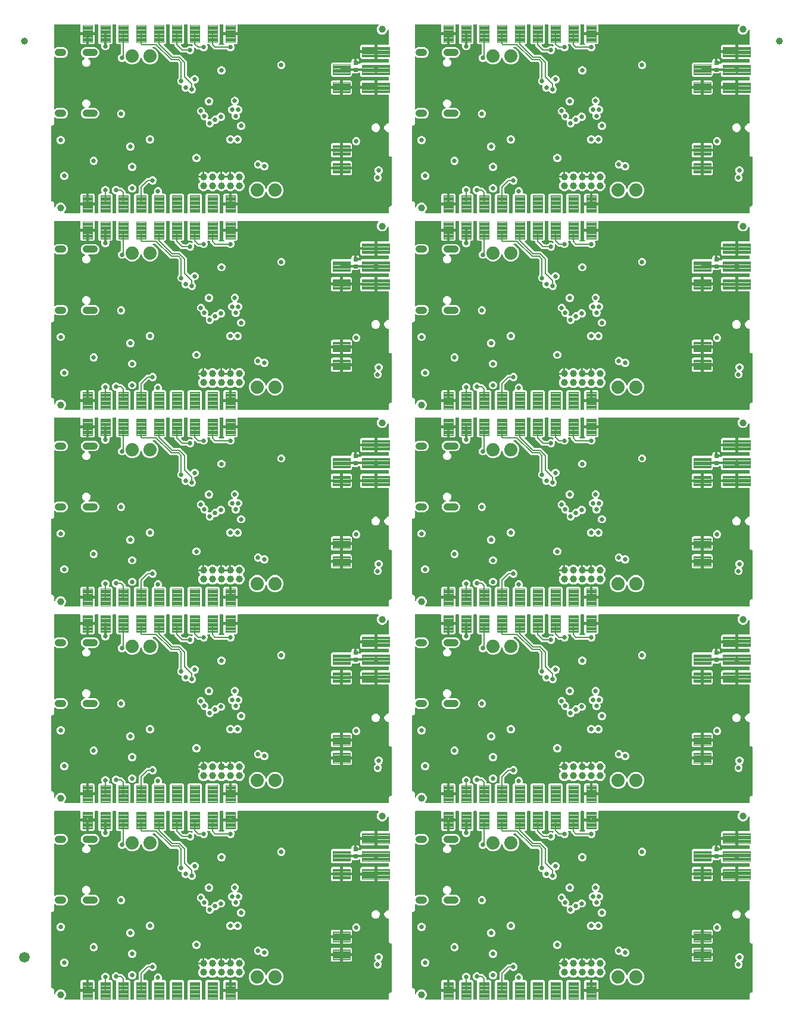
<source format=gbl>
G04 EAGLE Gerber RS-274X export*
G75*
%MOMM*%
%FSLAX34Y34*%
%LPD*%
%INBottom Copper*%
%IPPOS*%
%AMOC8*
5,1,8,0,0,1.08239X$1,22.5*%
G01*
%ADD10C,1.000000*%
%ADD11C,0.105000*%
%ADD12C,1.879600*%
%ADD13C,1.000000*%
%ADD14C,0.102000*%
%ADD15C,1.500000*%
%ADD16C,0.660400*%
%ADD17C,0.360000*%
%ADD18C,0.739141*%
%ADD19C,0.177800*%
%ADD20C,0.304800*%

G36*
X565682Y841623D02*
X565682Y841623D01*
X565740Y841622D01*
X565822Y841643D01*
X565906Y841655D01*
X565959Y841679D01*
X566015Y841694D01*
X566088Y841737D01*
X566165Y841771D01*
X566210Y841809D01*
X566260Y841839D01*
X566318Y841900D01*
X566382Y841955D01*
X566414Y842004D01*
X566454Y842046D01*
X566493Y842121D01*
X566540Y842192D01*
X566557Y842247D01*
X566584Y842299D01*
X566595Y842367D01*
X566625Y842463D01*
X566628Y842562D01*
X566639Y842630D01*
X566639Y852608D01*
X575664Y852608D01*
X575722Y852616D01*
X575780Y852615D01*
X575862Y852636D01*
X575945Y852648D01*
X575999Y852672D01*
X576055Y852687D01*
X576128Y852730D01*
X576205Y852764D01*
X576249Y852802D01*
X576300Y852832D01*
X576357Y852893D01*
X576422Y852948D01*
X576454Y852997D01*
X576494Y853039D01*
X576533Y853114D01*
X576579Y853185D01*
X576597Y853240D01*
X576624Y853292D01*
X576635Y853360D01*
X576665Y853456D01*
X576668Y853555D01*
X576679Y853623D01*
X576679Y854640D01*
X576681Y854640D01*
X576681Y853623D01*
X576689Y853566D01*
X576688Y853507D01*
X576709Y853425D01*
X576721Y853342D01*
X576745Y853289D01*
X576759Y853232D01*
X576802Y853160D01*
X576837Y853083D01*
X576875Y853038D01*
X576905Y852988D01*
X576966Y852930D01*
X577021Y852866D01*
X577069Y852833D01*
X577112Y852793D01*
X577187Y852755D01*
X577257Y852708D01*
X577313Y852690D01*
X577365Y852664D01*
X577433Y852652D01*
X577528Y852622D01*
X577628Y852620D01*
X577696Y852608D01*
X586721Y852608D01*
X586721Y842630D01*
X586729Y842573D01*
X586727Y842514D01*
X586749Y842432D01*
X586761Y842349D01*
X586784Y842296D01*
X586799Y842239D01*
X586842Y842167D01*
X586877Y842089D01*
X586915Y842045D01*
X586944Y841995D01*
X587006Y841937D01*
X587060Y841872D01*
X587109Y841840D01*
X587152Y841800D01*
X587227Y841762D01*
X587297Y841715D01*
X587353Y841697D01*
X587405Y841671D01*
X587473Y841659D01*
X587568Y841629D01*
X587668Y841627D01*
X587736Y841615D01*
X591024Y841615D01*
X591082Y841623D01*
X591140Y841622D01*
X591222Y841643D01*
X591306Y841655D01*
X591359Y841679D01*
X591415Y841694D01*
X591488Y841737D01*
X591565Y841771D01*
X591610Y841809D01*
X591660Y841839D01*
X591718Y841900D01*
X591782Y841955D01*
X591814Y842004D01*
X591854Y842046D01*
X591893Y842121D01*
X591940Y842192D01*
X591957Y842247D01*
X591984Y842299D01*
X591995Y842367D01*
X592025Y842463D01*
X592028Y842562D01*
X592039Y842630D01*
X592039Y867884D01*
X593835Y869680D01*
X595942Y869680D01*
X596056Y869696D01*
X596170Y869706D01*
X596196Y869716D01*
X596224Y869720D01*
X596329Y869767D01*
X596436Y869808D01*
X596458Y869825D01*
X596483Y869836D01*
X596571Y869911D01*
X596662Y869980D01*
X596679Y870002D01*
X596700Y870020D01*
X596764Y870116D01*
X596832Y870207D01*
X596842Y870233D01*
X596858Y870257D01*
X596892Y870366D01*
X596933Y870473D01*
X596935Y870501D01*
X596943Y870528D01*
X596946Y870642D01*
X596956Y870757D01*
X596950Y870781D01*
X596951Y870812D01*
X596884Y871068D01*
X596880Y871084D01*
X596137Y872877D01*
X596137Y875202D01*
X597027Y877349D01*
X598670Y878993D01*
X600818Y879882D01*
X603142Y879882D01*
X605290Y878993D01*
X606933Y877349D01*
X607823Y875202D01*
X607823Y872877D01*
X607080Y871084D01*
X607051Y870973D01*
X607017Y870863D01*
X607016Y870835D01*
X607009Y870809D01*
X607012Y870694D01*
X607009Y870579D01*
X607016Y870552D01*
X607017Y870524D01*
X607052Y870415D01*
X607081Y870304D01*
X607095Y870280D01*
X607104Y870254D01*
X607168Y870158D01*
X607226Y870060D01*
X607247Y870041D01*
X607262Y870018D01*
X607350Y869944D01*
X607434Y869865D01*
X607458Y869852D01*
X607480Y869835D01*
X607584Y869788D01*
X607687Y869736D01*
X607711Y869732D01*
X607739Y869719D01*
X608003Y869683D01*
X608018Y869680D01*
X610325Y869680D01*
X612121Y867884D01*
X612121Y842630D01*
X612129Y842573D01*
X612127Y842514D01*
X612149Y842432D01*
X612161Y842349D01*
X612184Y842296D01*
X612199Y842239D01*
X612242Y842167D01*
X612277Y842089D01*
X612315Y842045D01*
X612344Y841995D01*
X612406Y841937D01*
X612460Y841872D01*
X612509Y841840D01*
X612552Y841800D01*
X612627Y841762D01*
X612697Y841715D01*
X612753Y841697D01*
X612805Y841671D01*
X612873Y841659D01*
X612968Y841629D01*
X613068Y841627D01*
X613136Y841615D01*
X616424Y841615D01*
X616482Y841623D01*
X616540Y841622D01*
X616622Y841643D01*
X616706Y841655D01*
X616759Y841679D01*
X616815Y841694D01*
X616888Y841737D01*
X616965Y841771D01*
X617010Y841809D01*
X617060Y841839D01*
X617118Y841900D01*
X617182Y841955D01*
X617214Y842004D01*
X617254Y842046D01*
X617293Y842121D01*
X617340Y842192D01*
X617357Y842247D01*
X617384Y842299D01*
X617395Y842367D01*
X617425Y842463D01*
X617428Y842562D01*
X617439Y842630D01*
X617439Y867501D01*
X617431Y867559D01*
X617433Y867618D01*
X617411Y867699D01*
X617399Y867783D01*
X617376Y867836D01*
X617361Y867893D01*
X617318Y867965D01*
X617283Y868042D01*
X617245Y868087D01*
X617216Y868137D01*
X617154Y868195D01*
X617100Y868259D01*
X617051Y868292D01*
X617008Y868332D01*
X616933Y868370D01*
X616863Y868417D01*
X616807Y868435D01*
X616755Y868461D01*
X616687Y868473D01*
X616592Y868503D01*
X616492Y868505D01*
X616424Y868517D01*
X616058Y868517D01*
X613910Y869406D01*
X612267Y871050D01*
X611377Y873197D01*
X611377Y875522D01*
X612267Y877669D01*
X613910Y879313D01*
X616058Y880202D01*
X618382Y880202D01*
X620530Y879313D01*
X621756Y878087D01*
X621826Y878034D01*
X621889Y877974D01*
X621939Y877949D01*
X621983Y877916D01*
X622065Y877884D01*
X622143Y877845D01*
X622190Y877837D01*
X622249Y877814D01*
X622396Y877802D01*
X622474Y877789D01*
X625691Y877789D01*
X630910Y872570D01*
X630910Y870695D01*
X630918Y870638D01*
X630916Y870579D01*
X630938Y870497D01*
X630950Y870414D01*
X630973Y870361D01*
X630988Y870304D01*
X631031Y870232D01*
X631066Y870154D01*
X631104Y870110D01*
X631133Y870060D01*
X631195Y870002D01*
X631249Y869937D01*
X631298Y869905D01*
X631341Y869865D01*
X631416Y869827D01*
X631486Y869780D01*
X631542Y869762D01*
X631594Y869736D01*
X631662Y869724D01*
X631757Y869694D01*
X631857Y869692D01*
X631925Y869680D01*
X635725Y869680D01*
X637521Y867884D01*
X637521Y842630D01*
X637529Y842573D01*
X637527Y842514D01*
X637549Y842432D01*
X637561Y842349D01*
X637584Y842296D01*
X637599Y842239D01*
X637642Y842167D01*
X637677Y842089D01*
X637715Y842045D01*
X637744Y841995D01*
X637806Y841937D01*
X637860Y841872D01*
X637909Y841840D01*
X637952Y841800D01*
X638027Y841762D01*
X638097Y841715D01*
X638153Y841697D01*
X638205Y841671D01*
X638273Y841659D01*
X638368Y841629D01*
X638468Y841627D01*
X638536Y841615D01*
X641824Y841615D01*
X641882Y841623D01*
X641940Y841622D01*
X642022Y841643D01*
X642106Y841655D01*
X642159Y841679D01*
X642215Y841694D01*
X642288Y841737D01*
X642365Y841771D01*
X642410Y841809D01*
X642460Y841839D01*
X642518Y841900D01*
X642582Y841955D01*
X642614Y842004D01*
X642654Y842046D01*
X642693Y842121D01*
X642740Y842192D01*
X642757Y842247D01*
X642784Y842299D01*
X642795Y842367D01*
X642825Y842463D01*
X642828Y842562D01*
X642839Y842630D01*
X642839Y867884D01*
X644635Y869680D01*
X648435Y869680D01*
X648493Y869688D01*
X648551Y869687D01*
X648633Y869708D01*
X648717Y869720D01*
X648770Y869744D01*
X648826Y869759D01*
X648899Y869802D01*
X648976Y869836D01*
X649021Y869874D01*
X649071Y869904D01*
X649129Y869965D01*
X649193Y870020D01*
X649225Y870069D01*
X649265Y870111D01*
X649304Y870186D01*
X649351Y870257D01*
X649368Y870312D01*
X649395Y870364D01*
X649406Y870432D01*
X649436Y870528D01*
X649439Y870627D01*
X649450Y870695D01*
X649450Y880192D01*
X660707Y891448D01*
X664036Y891448D01*
X664123Y891460D01*
X664210Y891463D01*
X664263Y891480D01*
X664318Y891488D01*
X664398Y891524D01*
X664481Y891551D01*
X664520Y891579D01*
X664577Y891604D01*
X664691Y891700D01*
X664754Y891746D01*
X665980Y892972D01*
X668128Y893861D01*
X670452Y893861D01*
X672600Y892972D01*
X674243Y891328D01*
X675133Y889181D01*
X675133Y886856D01*
X674243Y884709D01*
X672600Y883065D01*
X670452Y882176D01*
X668128Y882176D01*
X665980Y883065D01*
X664754Y884291D01*
X664684Y884344D01*
X664621Y884404D01*
X664571Y884429D01*
X664527Y884462D01*
X664445Y884493D01*
X664367Y884533D01*
X664320Y884541D01*
X664261Y884563D01*
X664114Y884576D01*
X664092Y884579D01*
X664079Y884583D01*
X664073Y884582D01*
X664036Y884589D01*
X663969Y884589D01*
X663882Y884576D01*
X663795Y884574D01*
X663742Y884557D01*
X663687Y884549D01*
X663607Y884513D01*
X663524Y884486D01*
X663485Y884458D01*
X663428Y884433D01*
X663314Y884337D01*
X663251Y884291D01*
X656607Y877648D01*
X656555Y877578D01*
X656495Y877514D01*
X656469Y877465D01*
X656436Y877420D01*
X656405Y877339D01*
X656365Y877261D01*
X656357Y877213D01*
X656335Y877155D01*
X656323Y877007D01*
X656310Y876930D01*
X656310Y870695D01*
X656318Y870638D01*
X656316Y870579D01*
X656338Y870497D01*
X656350Y870414D01*
X656373Y870361D01*
X656388Y870304D01*
X656431Y870232D01*
X656466Y870154D01*
X656504Y870110D01*
X656533Y870060D01*
X656595Y870002D01*
X656649Y869937D01*
X656698Y869905D01*
X656741Y869865D01*
X656816Y869827D01*
X656886Y869780D01*
X656942Y869762D01*
X656994Y869736D01*
X657062Y869724D01*
X657157Y869694D01*
X657257Y869692D01*
X657325Y869680D01*
X661125Y869680D01*
X662921Y867884D01*
X662921Y842630D01*
X662929Y842573D01*
X662927Y842514D01*
X662949Y842432D01*
X662961Y842349D01*
X662984Y842296D01*
X662999Y842239D01*
X663042Y842167D01*
X663077Y842089D01*
X663115Y842045D01*
X663144Y841995D01*
X663206Y841937D01*
X663260Y841872D01*
X663309Y841840D01*
X663352Y841800D01*
X663427Y841762D01*
X663497Y841715D01*
X663553Y841697D01*
X663605Y841671D01*
X663673Y841659D01*
X663768Y841629D01*
X663868Y841627D01*
X663936Y841615D01*
X667224Y841615D01*
X667282Y841623D01*
X667340Y841622D01*
X667422Y841643D01*
X667506Y841655D01*
X667559Y841679D01*
X667615Y841694D01*
X667688Y841737D01*
X667765Y841771D01*
X667810Y841809D01*
X667860Y841839D01*
X667918Y841900D01*
X667982Y841955D01*
X668014Y842004D01*
X668054Y842046D01*
X668093Y842121D01*
X668140Y842192D01*
X668157Y842247D01*
X668184Y842299D01*
X668195Y842367D01*
X668225Y842463D01*
X668228Y842562D01*
X668239Y842630D01*
X668239Y867884D01*
X670035Y869680D01*
X670346Y869680D01*
X670460Y869696D01*
X670574Y869706D01*
X670600Y869716D01*
X670628Y869720D01*
X670732Y869767D01*
X670840Y869808D01*
X670862Y869825D01*
X670887Y869836D01*
X670975Y869910D01*
X671066Y869980D01*
X671083Y870002D01*
X671104Y870020D01*
X671168Y870115D01*
X671236Y870207D01*
X671246Y870233D01*
X671262Y870257D01*
X671296Y870366D01*
X671337Y870473D01*
X671339Y870501D01*
X671347Y870528D01*
X671350Y870643D01*
X671359Y870757D01*
X671354Y870781D01*
X671355Y870812D01*
X671288Y871068D01*
X671284Y871084D01*
X671067Y871607D01*
X671067Y873932D01*
X671957Y876079D01*
X673600Y877723D01*
X675748Y878612D01*
X678072Y878612D01*
X680220Y877723D01*
X681863Y876079D01*
X682753Y873932D01*
X682753Y871607D01*
X682536Y871084D01*
X682507Y870973D01*
X682473Y870863D01*
X682472Y870835D01*
X682465Y870809D01*
X682468Y870694D01*
X682465Y870579D01*
X682472Y870552D01*
X682473Y870524D01*
X682508Y870415D01*
X682537Y870304D01*
X682551Y870280D01*
X682560Y870254D01*
X682624Y870158D01*
X682682Y870060D01*
X682703Y870041D01*
X682718Y870018D01*
X682806Y869944D01*
X682890Y869865D01*
X682914Y869852D01*
X682936Y869835D01*
X683041Y869788D01*
X683143Y869736D01*
X683167Y869732D01*
X683195Y869719D01*
X683459Y869683D01*
X683474Y869680D01*
X686525Y869680D01*
X688321Y867884D01*
X688321Y842630D01*
X688329Y842573D01*
X688327Y842514D01*
X688349Y842432D01*
X688361Y842349D01*
X688384Y842296D01*
X688399Y842239D01*
X688442Y842167D01*
X688477Y842089D01*
X688515Y842045D01*
X688544Y841995D01*
X688606Y841937D01*
X688660Y841872D01*
X688709Y841840D01*
X688752Y841800D01*
X688827Y841762D01*
X688897Y841715D01*
X688953Y841697D01*
X689005Y841671D01*
X689073Y841659D01*
X689168Y841629D01*
X689268Y841627D01*
X689336Y841615D01*
X692624Y841615D01*
X692682Y841623D01*
X692740Y841622D01*
X692822Y841643D01*
X692906Y841655D01*
X692959Y841679D01*
X693015Y841694D01*
X693088Y841737D01*
X693165Y841771D01*
X693210Y841809D01*
X693260Y841839D01*
X693318Y841900D01*
X693382Y841955D01*
X693414Y842004D01*
X693454Y842046D01*
X693493Y842121D01*
X693540Y842192D01*
X693557Y842247D01*
X693584Y842299D01*
X693595Y842367D01*
X693625Y842463D01*
X693628Y842562D01*
X693639Y842630D01*
X693639Y867884D01*
X695435Y869680D01*
X711925Y869680D01*
X713721Y867884D01*
X713721Y842630D01*
X713729Y842573D01*
X713727Y842514D01*
X713749Y842432D01*
X713761Y842349D01*
X713784Y842296D01*
X713799Y842239D01*
X713842Y842167D01*
X713877Y842089D01*
X713915Y842045D01*
X713944Y841995D01*
X714006Y841937D01*
X714060Y841872D01*
X714109Y841840D01*
X714152Y841800D01*
X714227Y841762D01*
X714297Y841715D01*
X714353Y841697D01*
X714405Y841671D01*
X714473Y841659D01*
X714568Y841629D01*
X714668Y841627D01*
X714736Y841615D01*
X718024Y841615D01*
X718082Y841623D01*
X718140Y841622D01*
X718222Y841643D01*
X718306Y841655D01*
X718359Y841679D01*
X718415Y841694D01*
X718488Y841737D01*
X718565Y841771D01*
X718610Y841809D01*
X718660Y841839D01*
X718718Y841900D01*
X718782Y841955D01*
X718814Y842004D01*
X718854Y842046D01*
X718893Y842121D01*
X718940Y842192D01*
X718957Y842247D01*
X718984Y842299D01*
X718995Y842367D01*
X719025Y842463D01*
X719028Y842562D01*
X719039Y842630D01*
X719039Y867884D01*
X720835Y869680D01*
X737325Y869680D01*
X739121Y867884D01*
X739121Y842630D01*
X739129Y842573D01*
X739127Y842514D01*
X739149Y842432D01*
X739161Y842349D01*
X739184Y842296D01*
X739199Y842239D01*
X739242Y842167D01*
X739277Y842089D01*
X739315Y842045D01*
X739344Y841995D01*
X739406Y841937D01*
X739460Y841872D01*
X739509Y841840D01*
X739552Y841800D01*
X739627Y841762D01*
X739697Y841715D01*
X739753Y841697D01*
X739805Y841671D01*
X739873Y841659D01*
X739968Y841629D01*
X740068Y841627D01*
X740136Y841615D01*
X743424Y841615D01*
X743482Y841623D01*
X743540Y841622D01*
X743622Y841643D01*
X743706Y841655D01*
X743759Y841679D01*
X743815Y841694D01*
X743888Y841737D01*
X743965Y841771D01*
X744010Y841809D01*
X744060Y841839D01*
X744118Y841900D01*
X744182Y841955D01*
X744214Y842004D01*
X744254Y842046D01*
X744293Y842121D01*
X744340Y842192D01*
X744357Y842247D01*
X744384Y842299D01*
X744395Y842367D01*
X744425Y842463D01*
X744428Y842562D01*
X744439Y842630D01*
X744439Y867884D01*
X746235Y869680D01*
X762725Y869680D01*
X764521Y867884D01*
X764521Y842630D01*
X764529Y842573D01*
X764527Y842514D01*
X764549Y842432D01*
X764561Y842349D01*
X764584Y842296D01*
X764599Y842239D01*
X764642Y842167D01*
X764677Y842089D01*
X764715Y842045D01*
X764744Y841995D01*
X764806Y841937D01*
X764860Y841872D01*
X764909Y841840D01*
X764952Y841800D01*
X765027Y841762D01*
X765097Y841715D01*
X765153Y841697D01*
X765205Y841671D01*
X765273Y841659D01*
X765368Y841629D01*
X765468Y841627D01*
X765536Y841615D01*
X768824Y841615D01*
X768882Y841623D01*
X768940Y841622D01*
X769022Y841643D01*
X769106Y841655D01*
X769159Y841679D01*
X769215Y841694D01*
X769288Y841737D01*
X769365Y841771D01*
X769410Y841809D01*
X769460Y841839D01*
X769518Y841900D01*
X769582Y841955D01*
X769614Y842004D01*
X769654Y842046D01*
X769693Y842121D01*
X769740Y842192D01*
X769757Y842247D01*
X769784Y842299D01*
X769795Y842367D01*
X769825Y842463D01*
X769828Y842562D01*
X769839Y842630D01*
X769839Y852608D01*
X778864Y852608D01*
X778922Y852616D01*
X778980Y852615D01*
X779062Y852636D01*
X779145Y852648D01*
X779199Y852672D01*
X779255Y852687D01*
X779328Y852730D01*
X779405Y852764D01*
X779449Y852802D01*
X779500Y852832D01*
X779557Y852893D01*
X779622Y852948D01*
X779654Y852997D01*
X779694Y853039D01*
X779733Y853114D01*
X779779Y853185D01*
X779797Y853240D01*
X779824Y853292D01*
X779835Y853360D01*
X779865Y853456D01*
X779868Y853555D01*
X779879Y853623D01*
X779879Y854640D01*
X779881Y854640D01*
X779881Y853623D01*
X779889Y853566D01*
X779888Y853507D01*
X779909Y853425D01*
X779921Y853342D01*
X779945Y853289D01*
X779959Y853232D01*
X780002Y853160D01*
X780037Y853083D01*
X780075Y853038D01*
X780105Y852988D01*
X780166Y852930D01*
X780221Y852866D01*
X780269Y852833D01*
X780312Y852793D01*
X780387Y852755D01*
X780457Y852708D01*
X780513Y852690D01*
X780565Y852664D01*
X780633Y852652D01*
X780728Y852622D01*
X780828Y852620D01*
X780896Y852608D01*
X789921Y852608D01*
X789921Y842630D01*
X789929Y842573D01*
X789927Y842514D01*
X789949Y842432D01*
X789961Y842349D01*
X789984Y842296D01*
X789999Y842239D01*
X790042Y842167D01*
X790077Y842089D01*
X790115Y842045D01*
X790144Y841995D01*
X790206Y841937D01*
X790260Y841872D01*
X790309Y841840D01*
X790352Y841800D01*
X790427Y841762D01*
X790497Y841715D01*
X790553Y841697D01*
X790605Y841671D01*
X790673Y841659D01*
X790768Y841629D01*
X790868Y841627D01*
X790936Y841615D01*
X1004189Y841615D01*
X1004247Y841623D01*
X1004305Y841622D01*
X1004387Y841643D01*
X1004471Y841655D01*
X1004524Y841679D01*
X1004580Y841694D01*
X1004653Y841737D01*
X1004730Y841771D01*
X1004775Y841809D01*
X1004825Y841839D01*
X1004883Y841900D01*
X1004947Y841955D01*
X1004979Y842004D01*
X1005019Y842046D01*
X1005058Y842121D01*
X1005105Y842192D01*
X1005122Y842247D01*
X1005149Y842299D01*
X1005160Y842367D01*
X1005190Y842463D01*
X1005193Y842562D01*
X1005204Y842630D01*
X1005204Y849955D01*
X1007065Y851815D01*
X1008380Y851815D01*
X1008438Y851823D01*
X1008496Y851822D01*
X1008578Y851843D01*
X1008662Y851855D01*
X1008715Y851879D01*
X1008771Y851894D01*
X1008844Y851937D01*
X1008921Y851971D01*
X1008966Y852009D01*
X1009016Y852039D01*
X1009074Y852100D01*
X1009138Y852155D01*
X1009170Y852204D01*
X1009210Y852246D01*
X1009249Y852321D01*
X1009296Y852392D01*
X1009313Y852447D01*
X1009340Y852499D01*
X1009351Y852567D01*
X1009381Y852663D01*
X1009384Y852762D01*
X1009395Y852830D01*
X1009395Y920648D01*
X1009387Y920706D01*
X1009389Y920765D01*
X1009367Y920846D01*
X1009355Y920930D01*
X1009332Y920983D01*
X1009317Y921040D01*
X1009274Y921112D01*
X1009239Y921189D01*
X1009201Y921234D01*
X1009172Y921284D01*
X1009110Y921342D01*
X1009056Y921406D01*
X1009007Y921439D01*
X1008964Y921479D01*
X1008889Y921517D01*
X1008819Y921564D01*
X1008763Y921582D01*
X1008711Y921608D01*
X1008643Y921620D01*
X1008548Y921650D01*
X1008448Y921652D01*
X1008380Y921664D01*
X1007065Y921664D01*
X1005204Y923524D01*
X1005204Y955883D01*
X1005196Y955941D01*
X1005198Y956000D01*
X1005176Y956081D01*
X1005164Y956165D01*
X1005141Y956218D01*
X1005126Y956275D01*
X1005083Y956347D01*
X1005048Y956424D01*
X1005010Y956469D01*
X1004981Y956519D01*
X1004919Y956577D01*
X1004865Y956641D01*
X1004816Y956674D01*
X1004773Y956714D01*
X1004698Y956752D01*
X1004628Y956799D01*
X1004572Y956817D01*
X1004520Y956843D01*
X1004452Y956855D01*
X1004357Y956885D01*
X1004257Y956887D01*
X1004189Y956899D01*
X1003478Y956899D01*
X1001258Y957818D01*
X999559Y959518D01*
X998639Y961738D01*
X998639Y964141D01*
X999559Y966361D01*
X1001258Y968060D01*
X1003478Y968980D01*
X1004189Y968980D01*
X1004247Y968988D01*
X1004305Y968987D01*
X1004387Y969008D01*
X1004471Y969020D01*
X1004524Y969044D01*
X1004580Y969059D01*
X1004653Y969102D01*
X1004730Y969136D01*
X1004775Y969174D01*
X1004825Y969204D01*
X1004883Y969265D01*
X1004947Y969320D01*
X1004979Y969369D01*
X1005019Y969411D01*
X1005058Y969486D01*
X1005105Y969557D01*
X1005122Y969612D01*
X1005149Y969664D01*
X1005160Y969732D01*
X1005190Y969828D01*
X1005193Y969927D01*
X1005204Y969995D01*
X1005204Y1009033D01*
X1005196Y1009091D01*
X1005198Y1009150D01*
X1005176Y1009231D01*
X1005164Y1009315D01*
X1005141Y1009368D01*
X1005126Y1009425D01*
X1005083Y1009497D01*
X1005048Y1009574D01*
X1005010Y1009619D01*
X1004981Y1009669D01*
X1004919Y1009727D01*
X1004865Y1009791D01*
X1004816Y1009824D01*
X1004773Y1009864D01*
X1004698Y1009902D01*
X1004628Y1009949D01*
X1004572Y1009967D01*
X1004520Y1009993D01*
X1004452Y1010005D01*
X1004357Y1010035D01*
X1004257Y1010037D01*
X1004189Y1010049D01*
X988821Y1010049D01*
X988821Y1019073D01*
X988813Y1019131D01*
X988814Y1019190D01*
X988793Y1019271D01*
X988781Y1019355D01*
X988757Y1019408D01*
X988743Y1019465D01*
X988700Y1019537D01*
X988665Y1019614D01*
X988627Y1019659D01*
X988597Y1019709D01*
X988536Y1019767D01*
X988481Y1019831D01*
X988433Y1019864D01*
X988390Y1019904D01*
X988315Y1019942D01*
X988245Y1019989D01*
X988189Y1020006D01*
X988137Y1020033D01*
X988069Y1020044D01*
X987974Y1020075D01*
X987874Y1020077D01*
X987806Y1020089D01*
X986789Y1020089D01*
X986789Y1020090D01*
X987806Y1020090D01*
X987864Y1020098D01*
X987922Y1020097D01*
X988004Y1020118D01*
X988087Y1020130D01*
X988141Y1020154D01*
X988197Y1020169D01*
X988270Y1020212D01*
X988347Y1020246D01*
X988391Y1020284D01*
X988442Y1020314D01*
X988499Y1020376D01*
X988564Y1020430D01*
X988596Y1020479D01*
X988636Y1020521D01*
X988675Y1020596D01*
X988721Y1020667D01*
X988739Y1020722D01*
X988766Y1020774D01*
X988777Y1020842D01*
X988807Y1020938D01*
X988810Y1021037D01*
X988821Y1021106D01*
X988821Y1030130D01*
X1004189Y1030130D01*
X1004247Y1030138D01*
X1004305Y1030137D01*
X1004387Y1030158D01*
X1004471Y1030170D01*
X1004524Y1030194D01*
X1004580Y1030209D01*
X1004653Y1030252D01*
X1004730Y1030286D01*
X1004775Y1030324D01*
X1004825Y1030354D01*
X1004883Y1030415D01*
X1004947Y1030470D01*
X1004979Y1030518D01*
X1005019Y1030561D01*
X1005058Y1030636D01*
X1005105Y1030706D01*
X1005122Y1030762D01*
X1005149Y1030814D01*
X1005160Y1030882D01*
X1005190Y1030978D01*
X1005193Y1031077D01*
X1005204Y1031145D01*
X1005204Y1034433D01*
X1005196Y1034491D01*
X1005198Y1034550D01*
X1005176Y1034631D01*
X1005164Y1034715D01*
X1005141Y1034768D01*
X1005126Y1034825D01*
X1005083Y1034897D01*
X1005048Y1034974D01*
X1005010Y1035019D01*
X1004981Y1035069D01*
X1004919Y1035127D01*
X1004865Y1035191D01*
X1004816Y1035224D01*
X1004773Y1035264D01*
X1004698Y1035302D01*
X1004628Y1035349D01*
X1004572Y1035367D01*
X1004520Y1035393D01*
X1004452Y1035405D01*
X1004357Y1035435D01*
X1004257Y1035437D01*
X1004189Y1035449D01*
X966045Y1035449D01*
X964249Y1037244D01*
X964249Y1040213D01*
X964241Y1040271D01*
X964243Y1040330D01*
X964221Y1040411D01*
X964209Y1040495D01*
X964186Y1040548D01*
X964171Y1040605D01*
X964128Y1040677D01*
X964093Y1040754D01*
X964055Y1040799D01*
X964026Y1040849D01*
X963964Y1040907D01*
X963910Y1040971D01*
X963861Y1041004D01*
X963818Y1041044D01*
X963743Y1041082D01*
X963673Y1041129D01*
X963617Y1041147D01*
X963565Y1041173D01*
X963497Y1041185D01*
X963402Y1041215D01*
X963302Y1041217D01*
X963234Y1041229D01*
X962954Y1041229D01*
X962868Y1041216D01*
X962780Y1041214D01*
X962728Y1041197D01*
X962673Y1041189D01*
X962593Y1041153D01*
X962510Y1041126D01*
X962470Y1041098D01*
X962413Y1041073D01*
X962300Y1040977D01*
X962236Y1040931D01*
X961334Y1040029D01*
X953736Y1040029D01*
X953678Y1040020D01*
X953620Y1040022D01*
X953538Y1040001D01*
X953454Y1039989D01*
X953401Y1039965D01*
X953345Y1039950D01*
X953272Y1039907D01*
X953195Y1039873D01*
X953150Y1039835D01*
X953100Y1039805D01*
X953042Y1039743D01*
X952978Y1039689D01*
X952946Y1039640D01*
X952906Y1039598D01*
X952867Y1039523D01*
X952820Y1039452D01*
X952803Y1039396D01*
X952776Y1039344D01*
X952765Y1039276D01*
X952735Y1039181D01*
X952732Y1039081D01*
X952721Y1039013D01*
X952721Y1037394D01*
X950925Y1035599D01*
X924435Y1035599D01*
X922639Y1037394D01*
X922639Y1053884D01*
X924435Y1055680D01*
X951024Y1055680D01*
X951082Y1055688D01*
X951140Y1055687D01*
X951222Y1055708D01*
X951306Y1055720D01*
X951359Y1055744D01*
X951415Y1055759D01*
X951488Y1055802D01*
X951565Y1055836D01*
X951610Y1055874D01*
X951660Y1055904D01*
X951718Y1055965D01*
X951782Y1056020D01*
X951814Y1056069D01*
X951854Y1056111D01*
X951893Y1056186D01*
X951940Y1056257D01*
X951957Y1056312D01*
X951984Y1056364D01*
X951995Y1056432D01*
X952025Y1056528D01*
X952028Y1056627D01*
X952039Y1056695D01*
X952039Y1058461D01*
X952247Y1059237D01*
X952649Y1059933D01*
X953217Y1060501D01*
X953912Y1060902D01*
X954688Y1061110D01*
X956081Y1061110D01*
X956081Y1056054D01*
X956089Y1055996D01*
X956087Y1055937D01*
X956109Y1055856D01*
X956121Y1055772D01*
X956144Y1055719D01*
X956159Y1055662D01*
X956202Y1055590D01*
X956237Y1055513D01*
X956275Y1055468D01*
X956304Y1055418D01*
X956366Y1055360D01*
X956420Y1055296D01*
X956469Y1055263D01*
X956512Y1055223D01*
X956587Y1055185D01*
X956657Y1055138D01*
X956713Y1055120D01*
X956765Y1055094D01*
X956833Y1055082D01*
X956928Y1055052D01*
X957028Y1055050D01*
X957055Y1055045D01*
X957057Y1055027D01*
X957056Y1054969D01*
X957077Y1054887D01*
X957089Y1054804D01*
X957113Y1054750D01*
X957127Y1054694D01*
X957171Y1054622D01*
X957205Y1054544D01*
X957243Y1054500D01*
X957273Y1054450D01*
X957334Y1054392D01*
X957389Y1054327D01*
X957437Y1054295D01*
X957480Y1054255D01*
X957555Y1054217D01*
X957625Y1054170D01*
X957681Y1054152D01*
X957733Y1054126D01*
X957801Y1054114D01*
X957896Y1054084D01*
X957996Y1054082D01*
X958064Y1054070D01*
X963922Y1054070D01*
X963968Y1054055D01*
X963998Y1054055D01*
X964026Y1054048D01*
X964139Y1054051D01*
X964252Y1054048D01*
X964281Y1054056D01*
X964310Y1054057D01*
X964418Y1054091D01*
X964527Y1054120D01*
X964553Y1054135D01*
X964581Y1054144D01*
X964645Y1054190D01*
X964772Y1054265D01*
X964815Y1054311D01*
X964854Y1054339D01*
X966045Y1055530D01*
X1004189Y1055530D01*
X1004247Y1055538D01*
X1004305Y1055537D01*
X1004387Y1055558D01*
X1004471Y1055570D01*
X1004524Y1055594D01*
X1004580Y1055609D01*
X1004653Y1055652D01*
X1004730Y1055686D01*
X1004775Y1055724D01*
X1004825Y1055754D01*
X1004883Y1055815D01*
X1004947Y1055870D01*
X1004979Y1055919D01*
X1005019Y1055961D01*
X1005058Y1056036D01*
X1005105Y1056107D01*
X1005122Y1056162D01*
X1005149Y1056214D01*
X1005160Y1056282D01*
X1005190Y1056378D01*
X1005193Y1056477D01*
X1005204Y1056545D01*
X1005204Y1059833D01*
X1005196Y1059891D01*
X1005198Y1059950D01*
X1005176Y1060031D01*
X1005164Y1060115D01*
X1005141Y1060168D01*
X1005126Y1060225D01*
X1005083Y1060297D01*
X1005048Y1060374D01*
X1005010Y1060419D01*
X1004981Y1060469D01*
X1004919Y1060527D01*
X1004865Y1060591D01*
X1004816Y1060624D01*
X1004773Y1060664D01*
X1004698Y1060702D01*
X1004628Y1060749D01*
X1004572Y1060767D01*
X1004520Y1060793D01*
X1004452Y1060805D01*
X1004357Y1060835D01*
X1004257Y1060837D01*
X1004189Y1060849D01*
X988821Y1060849D01*
X988821Y1069873D01*
X988813Y1069931D01*
X988814Y1069990D01*
X988793Y1070071D01*
X988781Y1070155D01*
X988757Y1070208D01*
X988743Y1070265D01*
X988700Y1070337D01*
X988665Y1070414D01*
X988627Y1070459D01*
X988597Y1070509D01*
X988536Y1070567D01*
X988481Y1070631D01*
X988433Y1070664D01*
X988390Y1070704D01*
X988315Y1070742D01*
X988245Y1070789D01*
X988189Y1070806D01*
X988137Y1070833D01*
X988069Y1070844D01*
X987974Y1070875D01*
X987874Y1070877D01*
X987806Y1070889D01*
X986789Y1070889D01*
X986789Y1070890D01*
X987806Y1070890D01*
X987864Y1070898D01*
X987922Y1070897D01*
X988004Y1070918D01*
X988087Y1070930D01*
X988141Y1070954D01*
X988197Y1070969D01*
X988270Y1071012D01*
X988347Y1071046D01*
X988391Y1071084D01*
X988442Y1071114D01*
X988499Y1071176D01*
X988564Y1071230D01*
X988596Y1071279D01*
X988636Y1071321D01*
X988675Y1071396D01*
X988721Y1071467D01*
X988739Y1071522D01*
X988766Y1071574D01*
X988777Y1071642D01*
X988807Y1071738D01*
X988810Y1071837D01*
X988821Y1071906D01*
X988821Y1080930D01*
X1004189Y1080930D01*
X1004247Y1080938D01*
X1004305Y1080937D01*
X1004387Y1080958D01*
X1004471Y1080970D01*
X1004524Y1080994D01*
X1004580Y1081009D01*
X1004653Y1081052D01*
X1004730Y1081086D01*
X1004775Y1081124D01*
X1004825Y1081154D01*
X1004883Y1081215D01*
X1004947Y1081270D01*
X1004979Y1081318D01*
X1005019Y1081361D01*
X1005058Y1081436D01*
X1005105Y1081506D01*
X1005122Y1081562D01*
X1005149Y1081614D01*
X1005160Y1081682D01*
X1005190Y1081778D01*
X1005193Y1081877D01*
X1005204Y1081945D01*
X1005204Y1100824D01*
X1005192Y1100909D01*
X1005190Y1100995D01*
X1005172Y1101049D01*
X1005164Y1101106D01*
X1005129Y1101184D01*
X1005103Y1101266D01*
X1005071Y1101313D01*
X1005048Y1101365D01*
X1004993Y1101431D01*
X1004945Y1101502D01*
X1004901Y1101539D01*
X1004865Y1101582D01*
X1004793Y1101630D01*
X1004727Y1101685D01*
X1004675Y1101708D01*
X1004628Y1101740D01*
X1004546Y1101766D01*
X1004467Y1101800D01*
X1004411Y1101808D01*
X1004357Y1101825D01*
X1004271Y1101828D01*
X1004186Y1101839D01*
X1004130Y1101831D01*
X1004073Y1101833D01*
X1003990Y1101811D01*
X1003905Y1101799D01*
X1003853Y1101775D01*
X1003798Y1101761D01*
X1003724Y1101717D01*
X1003645Y1101682D01*
X1003602Y1101645D01*
X1003553Y1101616D01*
X1003494Y1101553D01*
X1003429Y1101497D01*
X1003403Y1101455D01*
X1003359Y1101408D01*
X1003293Y1101279D01*
X1003251Y1101213D01*
X1002073Y1098368D01*
X999952Y1096247D01*
X997180Y1095099D01*
X994180Y1095099D01*
X991408Y1096247D01*
X989287Y1098368D01*
X988139Y1101139D01*
X988139Y1104139D01*
X989287Y1106911D01*
X990307Y1107931D01*
X990317Y1107944D01*
X990324Y1107950D01*
X990330Y1107958D01*
X990347Y1107973D01*
X990410Y1108067D01*
X990478Y1108158D01*
X990488Y1108185D01*
X990505Y1108210D01*
X990539Y1108318D01*
X990579Y1108423D01*
X990581Y1108453D01*
X990590Y1108481D01*
X990593Y1108594D01*
X990603Y1108707D01*
X990597Y1108735D01*
X990598Y1108765D01*
X990569Y1108874D01*
X990547Y1108985D01*
X990533Y1109012D01*
X990526Y1109040D01*
X990468Y1109137D01*
X990416Y1109238D01*
X990396Y1109259D01*
X990381Y1109284D01*
X990298Y1109362D01*
X990220Y1109444D01*
X990195Y1109459D01*
X990173Y1109479D01*
X990072Y1109530D01*
X989975Y1109588D01*
X989946Y1109595D01*
X989920Y1109608D01*
X989843Y1109621D01*
X989699Y1109658D01*
X989637Y1109656D01*
X989589Y1109664D01*
X790936Y1109664D01*
X790878Y1109655D01*
X790820Y1109657D01*
X790738Y1109636D01*
X790654Y1109624D01*
X790601Y1109600D01*
X790545Y1109585D01*
X790472Y1109542D01*
X790395Y1109508D01*
X790350Y1109470D01*
X790300Y1109440D01*
X790242Y1109378D01*
X790178Y1109324D01*
X790146Y1109275D01*
X790106Y1109233D01*
X790067Y1109158D01*
X790020Y1109087D01*
X790003Y1109031D01*
X789976Y1108979D01*
X789965Y1108911D01*
X789935Y1108816D01*
X789932Y1108716D01*
X789921Y1108648D01*
X789921Y1098671D01*
X780896Y1098671D01*
X780838Y1098662D01*
X780780Y1098664D01*
X780698Y1098643D01*
X780615Y1098631D01*
X780561Y1098607D01*
X780505Y1098592D01*
X780432Y1098549D01*
X780355Y1098514D01*
X780311Y1098477D01*
X780260Y1098447D01*
X780203Y1098385D01*
X780138Y1098331D01*
X780106Y1098282D01*
X780066Y1098240D01*
X780027Y1098164D01*
X779981Y1098094D01*
X779963Y1098038D01*
X779936Y1097986D01*
X779925Y1097918D01*
X779895Y1097823D01*
X779892Y1097723D01*
X779881Y1097655D01*
X779881Y1095623D01*
X779889Y1095566D01*
X779888Y1095507D01*
X779909Y1095425D01*
X779921Y1095342D01*
X779945Y1095289D01*
X779959Y1095232D01*
X780002Y1095160D01*
X780037Y1095083D01*
X780075Y1095038D01*
X780105Y1094988D01*
X780166Y1094930D01*
X780221Y1094866D01*
X780269Y1094833D01*
X780312Y1094793D01*
X780387Y1094755D01*
X780457Y1094708D01*
X780513Y1094690D01*
X780565Y1094664D01*
X780633Y1094652D01*
X780728Y1094622D01*
X780828Y1094620D01*
X780896Y1094608D01*
X789921Y1094608D01*
X789921Y1084261D01*
X789712Y1083481D01*
X789308Y1082782D01*
X788737Y1082211D01*
X788038Y1081808D01*
X787259Y1081599D01*
X785818Y1081599D01*
X785704Y1081583D01*
X785590Y1081573D01*
X785564Y1081563D01*
X785536Y1081559D01*
X785431Y1081512D01*
X785324Y1081471D01*
X785302Y1081454D01*
X785277Y1081443D01*
X785189Y1081368D01*
X785098Y1081299D01*
X785081Y1081277D01*
X785060Y1081259D01*
X784996Y1081163D01*
X784928Y1081071D01*
X784918Y1081045D01*
X784902Y1081022D01*
X784868Y1080913D01*
X784827Y1080805D01*
X784825Y1080778D01*
X784817Y1080751D01*
X784814Y1080637D01*
X784804Y1080522D01*
X784810Y1080498D01*
X784809Y1080467D01*
X784876Y1080210D01*
X784880Y1080195D01*
X785623Y1078402D01*
X785623Y1076077D01*
X784733Y1073930D01*
X783090Y1072286D01*
X780942Y1071397D01*
X778618Y1071397D01*
X776470Y1072286D01*
X775244Y1073512D01*
X775174Y1073565D01*
X775111Y1073625D01*
X775061Y1073650D01*
X775017Y1073683D01*
X774935Y1073714D01*
X774857Y1073754D01*
X774810Y1073762D01*
X774751Y1073784D01*
X774604Y1073797D01*
X774526Y1073810D01*
X756769Y1073810D01*
X750950Y1079629D01*
X750950Y1080583D01*
X750942Y1080641D01*
X750944Y1080700D01*
X750922Y1080781D01*
X750910Y1080865D01*
X750887Y1080918D01*
X750872Y1080975D01*
X750829Y1081047D01*
X750794Y1081124D01*
X750756Y1081169D01*
X750727Y1081219D01*
X750665Y1081277D01*
X750611Y1081341D01*
X750562Y1081374D01*
X750519Y1081414D01*
X750444Y1081452D01*
X750374Y1081499D01*
X750318Y1081517D01*
X750266Y1081543D01*
X750198Y1081555D01*
X750103Y1081585D01*
X750003Y1081587D01*
X749935Y1081599D01*
X747718Y1081599D01*
X747604Y1081583D01*
X747490Y1081573D01*
X747464Y1081563D01*
X747436Y1081559D01*
X747332Y1081512D01*
X747224Y1081471D01*
X747202Y1081454D01*
X747177Y1081443D01*
X747089Y1081368D01*
X746998Y1081299D01*
X746981Y1081277D01*
X746960Y1081259D01*
X746896Y1081163D01*
X746828Y1081071D01*
X746818Y1081045D01*
X746802Y1081022D01*
X746768Y1080913D01*
X746727Y1080805D01*
X746725Y1080778D01*
X746717Y1080751D01*
X746714Y1080636D01*
X746704Y1080522D01*
X746710Y1080498D01*
X746709Y1080467D01*
X746776Y1080210D01*
X746780Y1080195D01*
X747523Y1078402D01*
X747523Y1076077D01*
X746633Y1073930D01*
X744990Y1072286D01*
X742842Y1071397D01*
X740518Y1071397D01*
X738370Y1072286D01*
X737144Y1073512D01*
X737074Y1073565D01*
X737011Y1073625D01*
X736961Y1073650D01*
X736917Y1073683D01*
X736835Y1073714D01*
X736757Y1073754D01*
X736710Y1073762D01*
X736651Y1073784D01*
X736504Y1073797D01*
X736426Y1073810D01*
X732639Y1073810D01*
X729688Y1076761D01*
X729620Y1076812D01*
X729557Y1076871D01*
X729507Y1076897D01*
X729461Y1076932D01*
X729381Y1076962D01*
X729305Y1077001D01*
X729249Y1077012D01*
X729196Y1077033D01*
X729110Y1077040D01*
X729026Y1077056D01*
X728969Y1077052D01*
X728912Y1077056D01*
X728828Y1077039D01*
X728742Y1077032D01*
X728689Y1077012D01*
X728634Y1077000D01*
X728557Y1076961D01*
X728477Y1076930D01*
X728432Y1076896D01*
X728381Y1076869D01*
X728319Y1076810D01*
X728250Y1076758D01*
X728216Y1076713D01*
X728175Y1076674D01*
X728132Y1076599D01*
X728080Y1076531D01*
X728060Y1076477D01*
X728031Y1076428D01*
X728010Y1076345D01*
X727980Y1076265D01*
X727975Y1076208D01*
X727961Y1076153D01*
X727964Y1076067D01*
X727957Y1075981D01*
X727968Y1075933D01*
X727970Y1075869D01*
X728015Y1075731D01*
X728033Y1075654D01*
X728473Y1074592D01*
X728473Y1072267D01*
X727583Y1070120D01*
X725940Y1068476D01*
X723792Y1067587D01*
X721468Y1067587D01*
X719320Y1068476D01*
X718094Y1069702D01*
X718024Y1069755D01*
X717961Y1069815D01*
X717911Y1069840D01*
X717867Y1069873D01*
X717785Y1069904D01*
X717707Y1069944D01*
X717660Y1069952D01*
X717601Y1069974D01*
X717454Y1069987D01*
X717376Y1070000D01*
X709779Y1070000D01*
X700250Y1079529D01*
X700250Y1080583D01*
X700242Y1080641D01*
X700244Y1080700D01*
X700222Y1080781D01*
X700210Y1080865D01*
X700187Y1080918D01*
X700172Y1080975D01*
X700129Y1081047D01*
X700094Y1081124D01*
X700056Y1081169D01*
X700027Y1081219D01*
X699965Y1081277D01*
X699911Y1081341D01*
X699862Y1081374D01*
X699819Y1081414D01*
X699744Y1081452D01*
X699674Y1081499D01*
X699618Y1081517D01*
X699566Y1081543D01*
X699498Y1081555D01*
X699403Y1081585D01*
X699303Y1081587D01*
X699235Y1081599D01*
X695435Y1081599D01*
X693639Y1083394D01*
X693639Y1108648D01*
X693632Y1108703D01*
X693633Y1108742D01*
X693632Y1108744D01*
X693633Y1108765D01*
X693611Y1108846D01*
X693599Y1108930D01*
X693576Y1108983D01*
X693561Y1109040D01*
X693518Y1109112D01*
X693483Y1109189D01*
X693445Y1109234D01*
X693416Y1109284D01*
X693354Y1109342D01*
X693300Y1109406D01*
X693251Y1109439D01*
X693208Y1109479D01*
X693133Y1109517D01*
X693063Y1109564D01*
X693007Y1109582D01*
X692955Y1109608D01*
X692887Y1109620D01*
X692792Y1109650D01*
X692692Y1109652D01*
X692624Y1109664D01*
X689336Y1109664D01*
X689278Y1109655D01*
X689220Y1109657D01*
X689138Y1109636D01*
X689054Y1109624D01*
X689001Y1109600D01*
X688945Y1109585D01*
X688872Y1109542D01*
X688795Y1109508D01*
X688750Y1109470D01*
X688700Y1109440D01*
X688642Y1109378D01*
X688578Y1109324D01*
X688546Y1109275D01*
X688506Y1109233D01*
X688467Y1109158D01*
X688420Y1109087D01*
X688403Y1109031D01*
X688376Y1108979D01*
X688365Y1108911D01*
X688335Y1108816D01*
X688332Y1108716D01*
X688321Y1108648D01*
X688321Y1083394D01*
X686525Y1081599D01*
X686202Y1081599D01*
X686173Y1081595D01*
X686144Y1081597D01*
X686033Y1081575D01*
X685921Y1081559D01*
X685894Y1081547D01*
X685865Y1081541D01*
X685765Y1081489D01*
X685661Y1081443D01*
X685639Y1081424D01*
X685613Y1081410D01*
X685531Y1081332D01*
X685444Y1081259D01*
X685428Y1081234D01*
X685407Y1081214D01*
X685349Y1081117D01*
X685287Y1081022D01*
X685278Y1080994D01*
X685263Y1080969D01*
X685235Y1080860D01*
X685201Y1080751D01*
X685200Y1080722D01*
X685193Y1080694D01*
X685196Y1080580D01*
X685194Y1080467D01*
X685201Y1080439D01*
X685202Y1080409D01*
X685237Y1080302D01*
X685265Y1080192D01*
X685280Y1080167D01*
X685289Y1080139D01*
X685335Y1080075D01*
X685411Y1079948D01*
X685456Y1079905D01*
X685484Y1079866D01*
X698353Y1066996D01*
X698423Y1066944D01*
X698487Y1066884D01*
X698536Y1066859D01*
X698580Y1066826D01*
X698662Y1066794D01*
X698740Y1066755D01*
X698788Y1066747D01*
X698846Y1066724D01*
X698994Y1066712D01*
X699071Y1066699D01*
X708811Y1066699D01*
X718440Y1057070D01*
X718440Y1037171D01*
X718452Y1037084D01*
X718455Y1036997D01*
X718472Y1036944D01*
X718480Y1036889D01*
X718515Y1036809D01*
X718542Y1036726D01*
X718570Y1036687D01*
X718596Y1036630D01*
X718692Y1036516D01*
X718737Y1036453D01*
X721879Y1033311D01*
X721970Y1033242D01*
X722058Y1033168D01*
X722084Y1033157D01*
X722106Y1033140D01*
X722213Y1033099D01*
X722318Y1033053D01*
X722346Y1033049D01*
X722371Y1033039D01*
X722486Y1033030D01*
X722600Y1033014D01*
X722627Y1033018D01*
X722655Y1033015D01*
X722767Y1033038D01*
X722881Y1033054D01*
X722906Y1033066D01*
X722934Y1033071D01*
X723035Y1033124D01*
X723140Y1033172D01*
X723161Y1033190D01*
X723186Y1033202D01*
X723269Y1033281D01*
X723357Y1033356D01*
X723370Y1033377D01*
X723392Y1033398D01*
X723527Y1033628D01*
X723534Y1033641D01*
X724027Y1034829D01*
X725670Y1036473D01*
X727818Y1037362D01*
X730142Y1037362D01*
X732290Y1036473D01*
X733933Y1034829D01*
X734823Y1032682D01*
X734823Y1030357D01*
X733933Y1028210D01*
X732290Y1026566D01*
X730142Y1025677D01*
X729615Y1025677D01*
X729557Y1025668D01*
X729499Y1025670D01*
X729417Y1025649D01*
X729333Y1025637D01*
X729280Y1025613D01*
X729224Y1025598D01*
X729151Y1025555D01*
X729074Y1025521D01*
X729029Y1025483D01*
X728979Y1025453D01*
X728921Y1025391D01*
X728857Y1025337D01*
X728825Y1025288D01*
X728785Y1025246D01*
X728746Y1025171D01*
X728699Y1025100D01*
X728682Y1025044D01*
X728655Y1024992D01*
X728644Y1024924D01*
X728614Y1024829D01*
X728611Y1024729D01*
X728600Y1024661D01*
X728600Y1022803D01*
X728612Y1022716D01*
X728615Y1022629D01*
X728632Y1022576D01*
X728640Y1022522D01*
X728675Y1022442D01*
X728702Y1022359D01*
X728730Y1022319D01*
X728756Y1022262D01*
X728852Y1022149D01*
X728897Y1022085D01*
X730123Y1020859D01*
X731013Y1018712D01*
X731013Y1016387D01*
X730123Y1014240D01*
X728480Y1012596D01*
X726332Y1011707D01*
X724008Y1011707D01*
X721860Y1012596D01*
X720217Y1014240D01*
X720197Y1014289D01*
X720167Y1014339D01*
X720146Y1014394D01*
X720095Y1014461D01*
X720052Y1014533D01*
X720010Y1014574D01*
X719974Y1014620D01*
X719907Y1014671D01*
X719845Y1014729D01*
X719793Y1014755D01*
X719746Y1014790D01*
X719668Y1014820D01*
X719593Y1014859D01*
X719535Y1014870D01*
X719481Y1014891D01*
X719396Y1014898D01*
X719314Y1014914D01*
X719256Y1014909D01*
X719197Y1014914D01*
X719130Y1014898D01*
X719030Y1014889D01*
X718937Y1014854D01*
X718870Y1014838D01*
X717442Y1014247D01*
X715118Y1014247D01*
X712970Y1015136D01*
X711327Y1016780D01*
X710437Y1018927D01*
X710437Y1021252D01*
X710637Y1021733D01*
X710665Y1021844D01*
X710700Y1021954D01*
X710701Y1021981D01*
X710708Y1022008D01*
X710704Y1022123D01*
X710707Y1022238D01*
X710700Y1022265D01*
X710699Y1022292D01*
X710664Y1022402D01*
X710635Y1022513D01*
X710621Y1022537D01*
X710613Y1022563D01*
X710549Y1022659D01*
X710490Y1022757D01*
X710470Y1022776D01*
X710454Y1022799D01*
X710367Y1022873D01*
X710283Y1022952D01*
X710258Y1022964D01*
X710237Y1022982D01*
X710132Y1023029D01*
X710030Y1023081D01*
X710005Y1023085D01*
X709977Y1023098D01*
X709713Y1023134D01*
X709699Y1023137D01*
X708768Y1023137D01*
X706620Y1024026D01*
X704977Y1025670D01*
X704087Y1027817D01*
X704087Y1030142D01*
X704977Y1032289D01*
X706203Y1033515D01*
X706255Y1033585D01*
X706315Y1033649D01*
X706341Y1033698D01*
X706374Y1033742D01*
X706405Y1033824D01*
X706445Y1033902D01*
X706453Y1033950D01*
X706475Y1034008D01*
X706487Y1034156D01*
X706500Y1034233D01*
X706500Y1053808D01*
X706492Y1053865D01*
X706494Y1053919D01*
X706486Y1053946D01*
X706485Y1053982D01*
X706468Y1054035D01*
X706460Y1054090D01*
X706433Y1054151D01*
X706422Y1054194D01*
X706411Y1054212D01*
X706398Y1054253D01*
X706370Y1054292D01*
X706344Y1054349D01*
X706295Y1054408D01*
X706277Y1054438D01*
X706243Y1054469D01*
X706203Y1054526D01*
X704743Y1055986D01*
X704673Y1056039D01*
X704609Y1056099D01*
X704560Y1056124D01*
X704516Y1056157D01*
X704434Y1056188D01*
X704356Y1056228D01*
X704308Y1056236D01*
X704250Y1056258D01*
X704102Y1056271D01*
X704025Y1056284D01*
X694336Y1056284D01*
X692030Y1058590D01*
X673298Y1077322D01*
X673228Y1077375D01*
X673164Y1077435D01*
X673115Y1077460D01*
X673071Y1077493D01*
X672989Y1077524D01*
X672911Y1077564D01*
X672863Y1077572D01*
X672805Y1077594D01*
X672657Y1077607D01*
X672580Y1077620D01*
X670203Y1077620D01*
X670118Y1077608D01*
X670032Y1077605D01*
X669978Y1077588D01*
X669921Y1077580D01*
X669843Y1077545D01*
X669761Y1077519D01*
X669714Y1077487D01*
X669662Y1077464D01*
X669596Y1077408D01*
X669525Y1077360D01*
X669488Y1077317D01*
X669445Y1077280D01*
X669397Y1077208D01*
X669342Y1077143D01*
X669319Y1077091D01*
X669287Y1077043D01*
X669261Y1076961D01*
X669226Y1076883D01*
X669219Y1076827D01*
X669202Y1076772D01*
X669199Y1076686D01*
X669188Y1076601D01*
X669196Y1076545D01*
X669194Y1076488D01*
X669216Y1076405D01*
X669228Y1076320D01*
X669252Y1076268D01*
X669266Y1076213D01*
X669310Y1076139D01*
X669345Y1076061D01*
X669382Y1076018D01*
X669411Y1075969D01*
X669474Y1075910D01*
X669530Y1075844D01*
X669572Y1075818D01*
X669619Y1075774D01*
X669748Y1075708D01*
X669814Y1075666D01*
X672243Y1074661D01*
X675601Y1071302D01*
X677419Y1066914D01*
X677419Y1062165D01*
X675601Y1057777D01*
X672243Y1054418D01*
X667855Y1052601D01*
X663105Y1052601D01*
X658717Y1054418D01*
X655359Y1057777D01*
X653718Y1061738D01*
X653703Y1061763D01*
X653694Y1061791D01*
X653631Y1061885D01*
X653573Y1061983D01*
X653552Y1062003D01*
X653536Y1062027D01*
X653449Y1062100D01*
X653367Y1062178D01*
X653341Y1062191D01*
X653318Y1062210D01*
X653215Y1062256D01*
X653114Y1062308D01*
X653085Y1062314D01*
X653058Y1062326D01*
X652946Y1062341D01*
X652835Y1062363D01*
X652806Y1062361D01*
X652777Y1062365D01*
X652665Y1062349D01*
X652552Y1062339D01*
X652525Y1062328D01*
X652495Y1062324D01*
X652392Y1062277D01*
X652287Y1062237D01*
X652263Y1062219D01*
X652236Y1062207D01*
X652150Y1062133D01*
X652060Y1062065D01*
X652042Y1062042D01*
X652020Y1062023D01*
X651978Y1061956D01*
X651890Y1061837D01*
X651868Y1061779D01*
X651842Y1061738D01*
X650201Y1057777D01*
X646843Y1054418D01*
X642455Y1052601D01*
X637705Y1052601D01*
X633317Y1054418D01*
X630518Y1057217D01*
X630472Y1057252D01*
X630431Y1057295D01*
X630359Y1057337D01*
X630291Y1057388D01*
X630237Y1057409D01*
X630186Y1057438D01*
X630104Y1057459D01*
X630026Y1057489D01*
X629967Y1057494D01*
X629911Y1057508D01*
X629826Y1057506D01*
X629742Y1057513D01*
X629685Y1057501D01*
X629626Y1057499D01*
X629546Y1057474D01*
X629463Y1057457D01*
X629412Y1057430D01*
X629356Y1057412D01*
X629300Y1057372D01*
X629211Y1057326D01*
X629139Y1057257D01*
X629083Y1057217D01*
X628912Y1057046D01*
X626764Y1056157D01*
X624440Y1056157D01*
X622292Y1057046D01*
X620649Y1058690D01*
X619759Y1060837D01*
X619759Y1063162D01*
X620649Y1065309D01*
X622292Y1066953D01*
X623424Y1067421D01*
X623425Y1067422D01*
X623426Y1067422D01*
X623547Y1067494D01*
X623668Y1067566D01*
X623669Y1067567D01*
X623671Y1067568D01*
X623768Y1067672D01*
X623864Y1067772D01*
X623864Y1067774D01*
X623865Y1067775D01*
X623929Y1067900D01*
X623994Y1068025D01*
X623994Y1068027D01*
X623995Y1068028D01*
X623997Y1068043D01*
X624049Y1068304D01*
X624046Y1068334D01*
X624050Y1068359D01*
X624050Y1080583D01*
X624042Y1080641D01*
X624044Y1080700D01*
X624022Y1080781D01*
X624010Y1080865D01*
X623987Y1080918D01*
X623972Y1080975D01*
X623929Y1081047D01*
X623894Y1081124D01*
X623856Y1081169D01*
X623827Y1081219D01*
X623765Y1081277D01*
X623711Y1081341D01*
X623662Y1081374D01*
X623619Y1081414D01*
X623544Y1081452D01*
X623474Y1081499D01*
X623418Y1081517D01*
X623366Y1081543D01*
X623298Y1081555D01*
X623203Y1081585D01*
X623103Y1081587D01*
X623035Y1081599D01*
X619235Y1081599D01*
X617439Y1083394D01*
X617439Y1108648D01*
X617432Y1108703D01*
X617433Y1108742D01*
X617432Y1108744D01*
X617433Y1108765D01*
X617411Y1108846D01*
X617399Y1108930D01*
X617376Y1108983D01*
X617361Y1109040D01*
X617318Y1109112D01*
X617283Y1109189D01*
X617245Y1109234D01*
X617216Y1109284D01*
X617154Y1109342D01*
X617100Y1109406D01*
X617051Y1109439D01*
X617008Y1109479D01*
X616933Y1109517D01*
X616863Y1109564D01*
X616807Y1109582D01*
X616755Y1109608D01*
X616687Y1109620D01*
X616592Y1109650D01*
X616492Y1109652D01*
X616424Y1109664D01*
X613136Y1109664D01*
X613078Y1109655D01*
X613020Y1109657D01*
X612938Y1109636D01*
X612854Y1109624D01*
X612801Y1109600D01*
X612745Y1109585D01*
X612672Y1109542D01*
X612595Y1109508D01*
X612550Y1109470D01*
X612500Y1109440D01*
X612442Y1109378D01*
X612378Y1109324D01*
X612346Y1109275D01*
X612306Y1109233D01*
X612267Y1109158D01*
X612220Y1109087D01*
X612203Y1109031D01*
X612176Y1108979D01*
X612165Y1108911D01*
X612135Y1108816D01*
X612132Y1108716D01*
X612121Y1108648D01*
X612121Y1083394D01*
X610325Y1081599D01*
X608649Y1081599D01*
X608535Y1081583D01*
X608421Y1081573D01*
X608395Y1081563D01*
X608368Y1081559D01*
X608263Y1081512D01*
X608156Y1081471D01*
X608134Y1081454D01*
X608108Y1081443D01*
X608021Y1081368D01*
X607929Y1081299D01*
X607912Y1081277D01*
X607891Y1081259D01*
X607828Y1081163D01*
X607759Y1081071D01*
X607749Y1081045D01*
X607734Y1081022D01*
X607699Y1080913D01*
X607658Y1080805D01*
X607656Y1080778D01*
X607648Y1080751D01*
X607645Y1080636D01*
X607636Y1080522D01*
X607641Y1080498D01*
X607641Y1080467D01*
X607708Y1080210D01*
X607711Y1080195D01*
X607823Y1079926D01*
X607823Y1077601D01*
X606933Y1075454D01*
X605290Y1073810D01*
X603142Y1072921D01*
X600818Y1072921D01*
X598670Y1073810D01*
X597027Y1075454D01*
X596137Y1077601D01*
X596137Y1079926D01*
X596249Y1080195D01*
X596277Y1080306D01*
X596312Y1080416D01*
X596313Y1080443D01*
X596320Y1080470D01*
X596316Y1080585D01*
X596319Y1080700D01*
X596312Y1080727D01*
X596312Y1080754D01*
X596277Y1080864D01*
X596248Y1080975D01*
X596233Y1080999D01*
X596225Y1081025D01*
X596161Y1081121D01*
X596102Y1081219D01*
X596082Y1081238D01*
X596067Y1081261D01*
X595979Y1081335D01*
X595895Y1081414D01*
X595870Y1081426D01*
X595849Y1081444D01*
X595744Y1081491D01*
X595642Y1081543D01*
X595617Y1081547D01*
X595589Y1081560D01*
X595326Y1081596D01*
X595311Y1081599D01*
X593835Y1081599D01*
X592039Y1083394D01*
X592039Y1108648D01*
X592032Y1108703D01*
X592033Y1108742D01*
X592032Y1108744D01*
X592033Y1108765D01*
X592011Y1108846D01*
X591999Y1108930D01*
X591976Y1108983D01*
X591961Y1109040D01*
X591918Y1109112D01*
X591883Y1109189D01*
X591845Y1109234D01*
X591816Y1109284D01*
X591754Y1109342D01*
X591700Y1109406D01*
X591651Y1109439D01*
X591608Y1109479D01*
X591533Y1109517D01*
X591463Y1109564D01*
X591407Y1109582D01*
X591355Y1109608D01*
X591287Y1109620D01*
X591192Y1109650D01*
X591092Y1109652D01*
X591024Y1109664D01*
X587736Y1109664D01*
X587678Y1109655D01*
X587620Y1109657D01*
X587538Y1109636D01*
X587454Y1109624D01*
X587401Y1109600D01*
X587345Y1109585D01*
X587272Y1109542D01*
X587195Y1109508D01*
X587150Y1109470D01*
X587100Y1109440D01*
X587042Y1109378D01*
X586978Y1109324D01*
X586946Y1109275D01*
X586906Y1109233D01*
X586867Y1109158D01*
X586820Y1109087D01*
X586803Y1109031D01*
X586776Y1108979D01*
X586765Y1108911D01*
X586735Y1108816D01*
X586732Y1108716D01*
X586721Y1108648D01*
X586721Y1098671D01*
X577696Y1098671D01*
X577638Y1098662D01*
X577580Y1098664D01*
X577498Y1098643D01*
X577415Y1098631D01*
X577361Y1098607D01*
X577305Y1098592D01*
X577232Y1098549D01*
X577155Y1098514D01*
X577111Y1098477D01*
X577060Y1098447D01*
X577003Y1098385D01*
X576938Y1098331D01*
X576906Y1098282D01*
X576866Y1098240D01*
X576827Y1098164D01*
X576781Y1098094D01*
X576763Y1098038D01*
X576736Y1097986D01*
X576725Y1097918D01*
X576695Y1097823D01*
X576692Y1097723D01*
X576681Y1097655D01*
X576681Y1096639D01*
X576679Y1096639D01*
X576679Y1097655D01*
X576671Y1097713D01*
X576672Y1097772D01*
X576651Y1097853D01*
X576639Y1097937D01*
X576615Y1097990D01*
X576601Y1098047D01*
X576558Y1098119D01*
X576523Y1098196D01*
X576485Y1098241D01*
X576455Y1098291D01*
X576394Y1098349D01*
X576339Y1098413D01*
X576291Y1098446D01*
X576248Y1098486D01*
X576173Y1098524D01*
X576103Y1098571D01*
X576047Y1098588D01*
X575995Y1098615D01*
X575927Y1098626D01*
X575832Y1098657D01*
X575732Y1098659D01*
X575664Y1098671D01*
X566639Y1098671D01*
X566639Y1108648D01*
X566632Y1108703D01*
X566633Y1108742D01*
X566632Y1108744D01*
X566633Y1108765D01*
X566611Y1108846D01*
X566599Y1108930D01*
X566576Y1108983D01*
X566561Y1109040D01*
X566518Y1109112D01*
X566483Y1109189D01*
X566445Y1109234D01*
X566416Y1109284D01*
X566354Y1109342D01*
X566300Y1109406D01*
X566251Y1109439D01*
X566208Y1109479D01*
X566133Y1109517D01*
X566063Y1109564D01*
X566007Y1109582D01*
X565955Y1109608D01*
X565887Y1109620D01*
X565792Y1109650D01*
X565692Y1109652D01*
X565624Y1109664D01*
X529971Y1109664D01*
X529913Y1109655D01*
X529855Y1109657D01*
X529773Y1109636D01*
X529689Y1109624D01*
X529636Y1109600D01*
X529580Y1109585D01*
X529507Y1109542D01*
X529430Y1109508D01*
X529385Y1109470D01*
X529335Y1109440D01*
X529277Y1109378D01*
X529213Y1109324D01*
X529181Y1109275D01*
X529141Y1109233D01*
X529102Y1109158D01*
X529055Y1109087D01*
X529038Y1109031D01*
X529011Y1108979D01*
X529000Y1108911D01*
X528970Y1108816D01*
X528967Y1108716D01*
X528956Y1108648D01*
X528956Y1076380D01*
X528960Y1076351D01*
X528957Y1076322D01*
X528980Y1076211D01*
X528996Y1076099D01*
X529008Y1076072D01*
X529013Y1076043D01*
X529066Y1075943D01*
X529112Y1075839D01*
X529131Y1075817D01*
X529144Y1075791D01*
X529222Y1075709D01*
X529295Y1075622D01*
X529320Y1075606D01*
X529340Y1075585D01*
X529438Y1075528D01*
X529532Y1075465D01*
X529560Y1075456D01*
X529585Y1075441D01*
X529695Y1075413D01*
X529803Y1075379D01*
X529833Y1075378D01*
X529861Y1075371D01*
X529974Y1075375D01*
X530087Y1075372D01*
X530116Y1075379D01*
X530145Y1075380D01*
X530253Y1075415D01*
X530362Y1075444D01*
X530388Y1075459D01*
X530416Y1075468D01*
X530480Y1075513D01*
X530607Y1075589D01*
X530650Y1075634D01*
X530689Y1075662D01*
X531059Y1076032D01*
X533830Y1077180D01*
X542830Y1077180D01*
X545602Y1076032D01*
X547723Y1073911D01*
X548871Y1071139D01*
X548871Y1068139D01*
X547723Y1065368D01*
X545602Y1063247D01*
X542830Y1062099D01*
X533830Y1062099D01*
X531059Y1063247D01*
X530689Y1063616D01*
X530665Y1063634D01*
X530646Y1063656D01*
X530552Y1063719D01*
X530462Y1063787D01*
X530434Y1063798D01*
X530410Y1063814D01*
X530302Y1063848D01*
X530196Y1063888D01*
X530167Y1063891D01*
X530139Y1063900D01*
X530026Y1063903D01*
X529913Y1063912D01*
X529884Y1063906D01*
X529855Y1063907D01*
X529745Y1063878D01*
X529634Y1063856D01*
X529608Y1063843D01*
X529580Y1063835D01*
X529482Y1063777D01*
X529382Y1063725D01*
X529360Y1063705D01*
X529335Y1063690D01*
X529258Y1063607D01*
X529176Y1063529D01*
X529161Y1063504D01*
X529141Y1063483D01*
X529089Y1063382D01*
X529032Y1063284D01*
X529025Y1063256D01*
X529011Y1063230D01*
X528998Y1063152D01*
X528962Y1063009D01*
X528964Y1062946D01*
X528956Y1062898D01*
X528956Y989980D01*
X528960Y989951D01*
X528957Y989922D01*
X528980Y989811D01*
X528996Y989699D01*
X529008Y989672D01*
X529013Y989643D01*
X529066Y989543D01*
X529112Y989439D01*
X529131Y989417D01*
X529144Y989391D01*
X529222Y989309D01*
X529295Y989222D01*
X529320Y989206D01*
X529340Y989185D01*
X529438Y989128D01*
X529532Y989065D01*
X529560Y989056D01*
X529585Y989041D01*
X529695Y989013D01*
X529803Y988979D01*
X529833Y988978D01*
X529861Y988971D01*
X529974Y988975D01*
X530087Y988972D01*
X530116Y988979D01*
X530145Y988980D01*
X530253Y989015D01*
X530362Y989044D01*
X530388Y989059D01*
X530416Y989068D01*
X530480Y989113D01*
X530607Y989189D01*
X530650Y989234D01*
X530689Y989262D01*
X531059Y989632D01*
X533830Y990780D01*
X542830Y990780D01*
X545602Y989632D01*
X547723Y987511D01*
X548871Y984739D01*
X548871Y981739D01*
X547723Y978968D01*
X545602Y976847D01*
X542830Y975699D01*
X533830Y975699D01*
X531059Y976847D01*
X530689Y977216D01*
X530665Y977234D01*
X530646Y977256D01*
X530552Y977319D01*
X530462Y977387D01*
X530434Y977398D01*
X530410Y977414D01*
X530302Y977448D01*
X530196Y977488D01*
X530167Y977491D01*
X530139Y977500D01*
X530026Y977503D01*
X529913Y977512D01*
X529884Y977506D01*
X529855Y977507D01*
X529745Y977478D01*
X529634Y977456D01*
X529608Y977443D01*
X529580Y977435D01*
X529482Y977377D01*
X529382Y977325D01*
X529360Y977305D01*
X529335Y977290D01*
X529258Y977207D01*
X529176Y977129D01*
X529161Y977104D01*
X529141Y977083D01*
X529089Y976982D01*
X529032Y976884D01*
X529025Y976856D01*
X529011Y976830D01*
X528998Y976752D01*
X528962Y976609D01*
X528964Y976546D01*
X528956Y976498D01*
X528956Y967974D01*
X527095Y966114D01*
X525780Y966114D01*
X525722Y966105D01*
X525664Y966107D01*
X525582Y966086D01*
X525499Y966074D01*
X525445Y966050D01*
X525389Y966035D01*
X525316Y965992D01*
X525239Y965958D01*
X525194Y965920D01*
X525144Y965890D01*
X525086Y965828D01*
X525022Y965774D01*
X524990Y965725D01*
X524950Y965683D01*
X524911Y965608D01*
X524865Y965537D01*
X524847Y965481D01*
X524820Y965429D01*
X524809Y965361D01*
X524779Y965266D01*
X524776Y965166D01*
X524765Y965098D01*
X524765Y859180D01*
X524773Y859123D01*
X524771Y859064D01*
X524793Y858982D01*
X524805Y858899D01*
X524829Y858846D01*
X524843Y858789D01*
X524886Y858717D01*
X524921Y858639D01*
X524959Y858595D01*
X524989Y858545D01*
X525050Y858487D01*
X525105Y858422D01*
X525153Y858390D01*
X525196Y858350D01*
X525271Y858312D01*
X525341Y858265D01*
X525397Y858247D01*
X525449Y858221D01*
X525517Y858209D01*
X525612Y858179D01*
X525712Y858177D01*
X525780Y858165D01*
X527095Y858165D01*
X528956Y856305D01*
X528956Y850455D01*
X528968Y850370D01*
X528970Y850284D01*
X528988Y850229D01*
X528996Y850173D01*
X529031Y850095D01*
X529057Y850013D01*
X529089Y849966D01*
X529112Y849914D01*
X529167Y849848D01*
X529215Y849777D01*
X529259Y849740D01*
X529295Y849697D01*
X529367Y849649D01*
X529433Y849594D01*
X529485Y849571D01*
X529532Y849539D01*
X529614Y849513D01*
X529693Y849478D01*
X529749Y849471D01*
X529803Y849453D01*
X529889Y849451D01*
X529974Y849439D01*
X530030Y849448D01*
X530087Y849446D01*
X530170Y849468D01*
X530255Y849480D01*
X530307Y849504D01*
X530362Y849518D01*
X530436Y849562D01*
X530515Y849597D01*
X530558Y849634D01*
X530607Y849663D01*
X530666Y849726D01*
X530731Y849781D01*
X530757Y849823D01*
X530801Y849870D01*
X530867Y850000D01*
X530909Y850066D01*
X532087Y852911D01*
X534208Y855032D01*
X536980Y856180D01*
X539980Y856180D01*
X542752Y855032D01*
X544873Y852911D01*
X546021Y850139D01*
X546021Y847139D01*
X544873Y844368D01*
X543853Y843348D01*
X543835Y843325D01*
X543813Y843306D01*
X543750Y843212D01*
X543682Y843121D01*
X543672Y843094D01*
X543655Y843069D01*
X543621Y842961D01*
X543581Y842855D01*
X543579Y842826D01*
X543570Y842798D01*
X543567Y842685D01*
X543557Y842572D01*
X543563Y842543D01*
X543562Y842514D01*
X543591Y842404D01*
X543613Y842293D01*
X543627Y842267D01*
X543634Y842239D01*
X543692Y842142D01*
X543744Y842041D01*
X543764Y842020D01*
X543779Y841995D01*
X543862Y841917D01*
X543940Y841835D01*
X543965Y841820D01*
X543987Y841800D01*
X544088Y841748D01*
X544185Y841691D01*
X544214Y841684D01*
X544240Y841671D01*
X544317Y841658D01*
X544461Y841621D01*
X544523Y841623D01*
X544571Y841615D01*
X565624Y841615D01*
X565682Y841623D01*
G37*
G36*
X52602Y282671D02*
X52602Y282671D01*
X52660Y282669D01*
X52742Y282691D01*
X52826Y282703D01*
X52879Y282726D01*
X52935Y282741D01*
X53008Y282784D01*
X53085Y282819D01*
X53130Y282857D01*
X53180Y282886D01*
X53238Y282948D01*
X53302Y283002D01*
X53334Y283051D01*
X53374Y283094D01*
X53413Y283169D01*
X53460Y283239D01*
X53477Y283295D01*
X53504Y283347D01*
X53515Y283415D01*
X53545Y283510D01*
X53548Y283610D01*
X53559Y283678D01*
X53559Y293656D01*
X62584Y293656D01*
X62642Y293664D01*
X62700Y293662D01*
X62782Y293684D01*
X62865Y293696D01*
X62919Y293720D01*
X62975Y293734D01*
X63048Y293777D01*
X63125Y293812D01*
X63169Y293850D01*
X63220Y293880D01*
X63277Y293941D01*
X63342Y293996D01*
X63374Y294044D01*
X63414Y294087D01*
X63453Y294162D01*
X63499Y294232D01*
X63517Y294288D01*
X63544Y294340D01*
X63555Y294408D01*
X63585Y294503D01*
X63588Y294603D01*
X63599Y294671D01*
X63599Y295688D01*
X63601Y295688D01*
X63601Y294671D01*
X63609Y294613D01*
X63608Y294555D01*
X63629Y294473D01*
X63641Y294390D01*
X63665Y294336D01*
X63679Y294280D01*
X63722Y294207D01*
X63757Y294130D01*
X63795Y294085D01*
X63825Y294035D01*
X63886Y293977D01*
X63941Y293913D01*
X63989Y293881D01*
X64032Y293841D01*
X64107Y293802D01*
X64177Y293756D01*
X64233Y293738D01*
X64285Y293711D01*
X64353Y293700D01*
X64448Y293670D01*
X64548Y293667D01*
X64616Y293656D01*
X73641Y293656D01*
X73641Y283678D01*
X73649Y283620D01*
X73647Y283562D01*
X73669Y283480D01*
X73681Y283396D01*
X73704Y283343D01*
X73719Y283287D01*
X73762Y283214D01*
X73797Y283137D01*
X73835Y283092D01*
X73864Y283042D01*
X73926Y282984D01*
X73980Y282920D01*
X74029Y282888D01*
X74072Y282848D01*
X74147Y282809D01*
X74217Y282762D01*
X74273Y282745D01*
X74325Y282718D01*
X74393Y282707D01*
X74488Y282677D01*
X74588Y282674D01*
X74656Y282663D01*
X77944Y282663D01*
X78002Y282671D01*
X78060Y282669D01*
X78142Y282691D01*
X78226Y282703D01*
X78279Y282726D01*
X78335Y282741D01*
X78408Y282784D01*
X78485Y282819D01*
X78530Y282857D01*
X78580Y282886D01*
X78638Y282948D01*
X78702Y283002D01*
X78734Y283051D01*
X78774Y283094D01*
X78813Y283169D01*
X78860Y283239D01*
X78877Y283295D01*
X78904Y283347D01*
X78915Y283415D01*
X78945Y283510D01*
X78948Y283610D01*
X78959Y283678D01*
X78959Y308932D01*
X80755Y310728D01*
X82862Y310728D01*
X82976Y310744D01*
X83090Y310754D01*
X83116Y310764D01*
X83144Y310768D01*
X83248Y310815D01*
X83356Y310856D01*
X83378Y310872D01*
X83403Y310884D01*
X83491Y310958D01*
X83582Y311027D01*
X83599Y311050D01*
X83620Y311067D01*
X83684Y311163D01*
X83752Y311255D01*
X83762Y311281D01*
X83778Y311304D01*
X83812Y311414D01*
X83853Y311521D01*
X83855Y311549D01*
X83863Y311575D01*
X83866Y311690D01*
X83876Y311804D01*
X83870Y311829D01*
X83871Y311859D01*
X83804Y312116D01*
X83800Y312132D01*
X83057Y313925D01*
X83057Y316249D01*
X83947Y318397D01*
X85590Y320040D01*
X87738Y320930D01*
X90062Y320930D01*
X92210Y320040D01*
X93853Y318397D01*
X94743Y316249D01*
X94743Y313925D01*
X94000Y312132D01*
X93971Y312020D01*
X93937Y311911D01*
X93936Y311883D01*
X93929Y311856D01*
X93932Y311742D01*
X93929Y311627D01*
X93936Y311600D01*
X93937Y311572D01*
X93972Y311463D01*
X94001Y311352D01*
X94015Y311328D01*
X94024Y311301D01*
X94088Y311206D01*
X94146Y311107D01*
X94167Y311088D01*
X94182Y311065D01*
X94270Y310991D01*
X94354Y310913D01*
X94378Y310900D01*
X94400Y310882D01*
X94504Y310836D01*
X94607Y310783D01*
X94631Y310779D01*
X94659Y310767D01*
X94923Y310730D01*
X94938Y310728D01*
X97245Y310728D01*
X99041Y308932D01*
X99041Y283678D01*
X99049Y283620D01*
X99047Y283562D01*
X99069Y283480D01*
X99081Y283396D01*
X99104Y283343D01*
X99119Y283287D01*
X99162Y283214D01*
X99197Y283137D01*
X99235Y283092D01*
X99264Y283042D01*
X99326Y282984D01*
X99380Y282920D01*
X99429Y282888D01*
X99472Y282848D01*
X99547Y282809D01*
X99617Y282762D01*
X99673Y282745D01*
X99725Y282718D01*
X99793Y282707D01*
X99888Y282677D01*
X99988Y282674D01*
X100056Y282663D01*
X103344Y282663D01*
X103402Y282671D01*
X103460Y282669D01*
X103542Y282691D01*
X103626Y282703D01*
X103679Y282726D01*
X103735Y282741D01*
X103808Y282784D01*
X103885Y282819D01*
X103930Y282857D01*
X103980Y282886D01*
X104038Y282948D01*
X104102Y283002D01*
X104134Y283051D01*
X104174Y283094D01*
X104213Y283169D01*
X104260Y283239D01*
X104277Y283295D01*
X104304Y283347D01*
X104315Y283415D01*
X104345Y283510D01*
X104348Y283610D01*
X104359Y283678D01*
X104359Y308549D01*
X104351Y308607D01*
X104353Y308665D01*
X104331Y308747D01*
X104319Y308831D01*
X104296Y308884D01*
X104281Y308940D01*
X104238Y309013D01*
X104203Y309090D01*
X104165Y309135D01*
X104136Y309185D01*
X104074Y309243D01*
X104020Y309307D01*
X103971Y309339D01*
X103928Y309379D01*
X103853Y309418D01*
X103783Y309465D01*
X103727Y309482D01*
X103675Y309509D01*
X103607Y309520D01*
X103512Y309550D01*
X103412Y309553D01*
X103344Y309564D01*
X102978Y309564D01*
X100830Y310454D01*
X99187Y312097D01*
X98297Y314245D01*
X98297Y316569D01*
X99187Y318717D01*
X100830Y320360D01*
X102978Y321250D01*
X105302Y321250D01*
X107450Y320360D01*
X108676Y319134D01*
X108746Y319082D01*
X108809Y319022D01*
X108859Y318996D01*
X108903Y318963D01*
X108985Y318932D01*
X109063Y318892D01*
X109110Y318884D01*
X109169Y318862D01*
X109316Y318850D01*
X109394Y318837D01*
X112611Y318837D01*
X117830Y313618D01*
X117830Y311743D01*
X117838Y311685D01*
X117836Y311627D01*
X117858Y311545D01*
X117870Y311461D01*
X117893Y311408D01*
X117908Y311352D01*
X117951Y311279D01*
X117986Y311202D01*
X118024Y311157D01*
X118053Y311107D01*
X118115Y311049D01*
X118169Y310985D01*
X118218Y310953D01*
X118261Y310913D01*
X118336Y310874D01*
X118406Y310827D01*
X118462Y310810D01*
X118514Y310783D01*
X118582Y310772D01*
X118677Y310742D01*
X118777Y310739D01*
X118845Y310728D01*
X122645Y310728D01*
X124441Y308932D01*
X124441Y283678D01*
X124449Y283620D01*
X124447Y283562D01*
X124469Y283480D01*
X124481Y283396D01*
X124504Y283343D01*
X124519Y283287D01*
X124562Y283214D01*
X124597Y283137D01*
X124635Y283092D01*
X124664Y283042D01*
X124726Y282984D01*
X124780Y282920D01*
X124829Y282888D01*
X124872Y282848D01*
X124947Y282809D01*
X125017Y282762D01*
X125073Y282745D01*
X125125Y282718D01*
X125193Y282707D01*
X125288Y282677D01*
X125388Y282674D01*
X125456Y282663D01*
X128744Y282663D01*
X128802Y282671D01*
X128860Y282669D01*
X128942Y282691D01*
X129026Y282703D01*
X129079Y282726D01*
X129135Y282741D01*
X129208Y282784D01*
X129285Y282819D01*
X129330Y282857D01*
X129380Y282886D01*
X129438Y282948D01*
X129502Y283002D01*
X129534Y283051D01*
X129574Y283094D01*
X129613Y283169D01*
X129660Y283239D01*
X129677Y283295D01*
X129704Y283347D01*
X129715Y283415D01*
X129745Y283510D01*
X129748Y283610D01*
X129759Y283678D01*
X129759Y308932D01*
X131555Y310728D01*
X135355Y310728D01*
X135413Y310736D01*
X135471Y310734D01*
X135553Y310756D01*
X135637Y310768D01*
X135690Y310791D01*
X135746Y310806D01*
X135819Y310849D01*
X135896Y310884D01*
X135941Y310922D01*
X135991Y310951D01*
X136049Y311013D01*
X136113Y311067D01*
X136145Y311116D01*
X136185Y311159D01*
X136224Y311234D01*
X136271Y311304D01*
X136288Y311360D01*
X136315Y311412D01*
X136326Y311480D01*
X136356Y311575D01*
X136359Y311675D01*
X136370Y311743D01*
X136370Y321239D01*
X138677Y323545D01*
X138677Y323546D01*
X147627Y332496D01*
X150956Y332496D01*
X151043Y332508D01*
X151130Y332511D01*
X151183Y332528D01*
X151238Y332536D01*
X151318Y332571D01*
X151401Y332598D01*
X151440Y332626D01*
X151497Y332652D01*
X151611Y332748D01*
X151674Y332793D01*
X152900Y334019D01*
X155048Y334909D01*
X157372Y334909D01*
X159520Y334019D01*
X161163Y332376D01*
X162053Y330228D01*
X162053Y327904D01*
X161163Y325756D01*
X159520Y324113D01*
X157372Y323223D01*
X155048Y323223D01*
X152900Y324113D01*
X151674Y325339D01*
X151604Y325391D01*
X151541Y325451D01*
X151491Y325477D01*
X151447Y325510D01*
X151365Y325541D01*
X151287Y325581D01*
X151240Y325589D01*
X151181Y325611D01*
X151034Y325623D01*
X151012Y325627D01*
X150999Y325630D01*
X150993Y325630D01*
X150956Y325636D01*
X150889Y325636D01*
X150802Y325624D01*
X150715Y325621D01*
X150662Y325604D01*
X150607Y325596D01*
X150527Y325561D01*
X150444Y325534D01*
X150405Y325506D01*
X150348Y325480D01*
X150235Y325384D01*
X150171Y325339D01*
X143527Y318695D01*
X143475Y318625D01*
X143415Y318562D01*
X143389Y318512D01*
X143356Y318468D01*
X143325Y318386D01*
X143285Y318308D01*
X143277Y318261D01*
X143255Y318202D01*
X143243Y318055D01*
X143230Y317977D01*
X143230Y311743D01*
X143238Y311685D01*
X143236Y311627D01*
X143258Y311545D01*
X143270Y311461D01*
X143293Y311408D01*
X143308Y311352D01*
X143351Y311279D01*
X143386Y311202D01*
X143424Y311157D01*
X143453Y311107D01*
X143515Y311049D01*
X143569Y310985D01*
X143618Y310953D01*
X143661Y310913D01*
X143736Y310874D01*
X143806Y310827D01*
X143862Y310810D01*
X143914Y310783D01*
X143982Y310772D01*
X144077Y310742D01*
X144177Y310739D01*
X144245Y310728D01*
X148045Y310728D01*
X149841Y308932D01*
X149841Y283678D01*
X149849Y283620D01*
X149847Y283562D01*
X149869Y283480D01*
X149881Y283396D01*
X149904Y283343D01*
X149919Y283287D01*
X149962Y283214D01*
X149997Y283137D01*
X150035Y283092D01*
X150064Y283042D01*
X150126Y282984D01*
X150180Y282920D01*
X150229Y282888D01*
X150272Y282848D01*
X150347Y282809D01*
X150417Y282762D01*
X150473Y282745D01*
X150525Y282718D01*
X150593Y282707D01*
X150688Y282677D01*
X150788Y282674D01*
X150856Y282663D01*
X154144Y282663D01*
X154202Y282671D01*
X154260Y282669D01*
X154342Y282691D01*
X154426Y282703D01*
X154479Y282726D01*
X154535Y282741D01*
X154608Y282784D01*
X154685Y282819D01*
X154730Y282857D01*
X154780Y282886D01*
X154838Y282948D01*
X154902Y283002D01*
X154934Y283051D01*
X154974Y283094D01*
X155013Y283169D01*
X155060Y283239D01*
X155077Y283295D01*
X155104Y283347D01*
X155115Y283415D01*
X155145Y283510D01*
X155148Y283610D01*
X155159Y283678D01*
X155159Y308932D01*
X156955Y310728D01*
X157266Y310728D01*
X157380Y310744D01*
X157494Y310754D01*
X157520Y310764D01*
X157548Y310768D01*
X157652Y310815D01*
X157760Y310856D01*
X157782Y310872D01*
X157807Y310884D01*
X157895Y310958D01*
X157986Y311027D01*
X158003Y311050D01*
X158024Y311067D01*
X158088Y311163D01*
X158156Y311255D01*
X158166Y311281D01*
X158182Y311304D01*
X158216Y311414D01*
X158257Y311521D01*
X158259Y311549D01*
X158267Y311575D01*
X158270Y311690D01*
X158279Y311804D01*
X158274Y311829D01*
X158275Y311859D01*
X158208Y312116D01*
X158204Y312132D01*
X157987Y312655D01*
X157987Y314979D01*
X158877Y317127D01*
X160520Y318770D01*
X162668Y319660D01*
X164992Y319660D01*
X167140Y318770D01*
X168783Y317127D01*
X169673Y314979D01*
X169673Y312655D01*
X169456Y312132D01*
X169427Y312020D01*
X169393Y311911D01*
X169392Y311883D01*
X169385Y311856D01*
X169388Y311742D01*
X169385Y311627D01*
X169392Y311600D01*
X169393Y311572D01*
X169428Y311463D01*
X169457Y311352D01*
X169471Y311328D01*
X169480Y311301D01*
X169544Y311206D01*
X169602Y311107D01*
X169623Y311088D01*
X169638Y311065D01*
X169726Y310991D01*
X169810Y310913D01*
X169834Y310900D01*
X169856Y310882D01*
X169961Y310835D01*
X170063Y310783D01*
X170087Y310779D01*
X170115Y310767D01*
X170379Y310730D01*
X170394Y310728D01*
X173445Y310728D01*
X175241Y308932D01*
X175241Y283678D01*
X175249Y283620D01*
X175247Y283562D01*
X175269Y283480D01*
X175281Y283396D01*
X175304Y283343D01*
X175319Y283287D01*
X175362Y283214D01*
X175397Y283137D01*
X175435Y283092D01*
X175464Y283042D01*
X175526Y282984D01*
X175580Y282920D01*
X175629Y282888D01*
X175672Y282848D01*
X175747Y282809D01*
X175817Y282762D01*
X175873Y282745D01*
X175925Y282718D01*
X175993Y282707D01*
X176088Y282677D01*
X176188Y282674D01*
X176256Y282663D01*
X179544Y282663D01*
X179602Y282671D01*
X179660Y282669D01*
X179742Y282691D01*
X179826Y282703D01*
X179879Y282726D01*
X179935Y282741D01*
X180008Y282784D01*
X180085Y282819D01*
X180130Y282857D01*
X180180Y282886D01*
X180238Y282948D01*
X180302Y283002D01*
X180334Y283051D01*
X180374Y283094D01*
X180413Y283169D01*
X180460Y283239D01*
X180477Y283295D01*
X180504Y283347D01*
X180515Y283415D01*
X180545Y283510D01*
X180548Y283610D01*
X180559Y283678D01*
X180559Y308932D01*
X182355Y310728D01*
X198845Y310728D01*
X200641Y308932D01*
X200641Y283678D01*
X200649Y283620D01*
X200647Y283562D01*
X200669Y283480D01*
X200681Y283396D01*
X200704Y283343D01*
X200719Y283287D01*
X200762Y283214D01*
X200797Y283137D01*
X200835Y283092D01*
X200864Y283042D01*
X200926Y282984D01*
X200980Y282920D01*
X201029Y282888D01*
X201072Y282848D01*
X201147Y282809D01*
X201217Y282762D01*
X201273Y282745D01*
X201325Y282718D01*
X201393Y282707D01*
X201488Y282677D01*
X201588Y282674D01*
X201656Y282663D01*
X204944Y282663D01*
X205002Y282671D01*
X205060Y282669D01*
X205142Y282691D01*
X205226Y282703D01*
X205279Y282726D01*
X205335Y282741D01*
X205408Y282784D01*
X205485Y282819D01*
X205530Y282857D01*
X205580Y282886D01*
X205638Y282948D01*
X205702Y283002D01*
X205734Y283051D01*
X205774Y283094D01*
X205813Y283169D01*
X205860Y283239D01*
X205877Y283295D01*
X205904Y283347D01*
X205915Y283415D01*
X205945Y283510D01*
X205948Y283610D01*
X205959Y283678D01*
X205959Y308932D01*
X207755Y310728D01*
X224245Y310728D01*
X226041Y308932D01*
X226041Y283678D01*
X226049Y283620D01*
X226047Y283562D01*
X226069Y283480D01*
X226081Y283396D01*
X226104Y283343D01*
X226119Y283287D01*
X226162Y283214D01*
X226197Y283137D01*
X226235Y283092D01*
X226264Y283042D01*
X226326Y282984D01*
X226380Y282920D01*
X226429Y282888D01*
X226472Y282848D01*
X226547Y282809D01*
X226617Y282762D01*
X226673Y282745D01*
X226725Y282718D01*
X226793Y282707D01*
X226888Y282677D01*
X226988Y282674D01*
X227056Y282663D01*
X230344Y282663D01*
X230402Y282671D01*
X230460Y282669D01*
X230542Y282691D01*
X230626Y282703D01*
X230679Y282726D01*
X230735Y282741D01*
X230808Y282784D01*
X230885Y282819D01*
X230930Y282857D01*
X230980Y282886D01*
X231038Y282948D01*
X231102Y283002D01*
X231134Y283051D01*
X231174Y283094D01*
X231213Y283169D01*
X231260Y283239D01*
X231277Y283295D01*
X231304Y283347D01*
X231315Y283415D01*
X231345Y283510D01*
X231348Y283610D01*
X231359Y283678D01*
X231359Y308932D01*
X233155Y310728D01*
X249645Y310728D01*
X251441Y308932D01*
X251441Y283678D01*
X251449Y283620D01*
X251447Y283562D01*
X251469Y283480D01*
X251481Y283396D01*
X251504Y283343D01*
X251519Y283287D01*
X251562Y283214D01*
X251597Y283137D01*
X251635Y283092D01*
X251664Y283042D01*
X251726Y282984D01*
X251780Y282920D01*
X251829Y282888D01*
X251872Y282848D01*
X251947Y282809D01*
X252017Y282762D01*
X252073Y282745D01*
X252125Y282718D01*
X252193Y282707D01*
X252288Y282677D01*
X252388Y282674D01*
X252456Y282663D01*
X255744Y282663D01*
X255802Y282671D01*
X255860Y282669D01*
X255942Y282691D01*
X256026Y282703D01*
X256079Y282726D01*
X256135Y282741D01*
X256208Y282784D01*
X256285Y282819D01*
X256330Y282857D01*
X256380Y282886D01*
X256438Y282948D01*
X256502Y283002D01*
X256534Y283051D01*
X256574Y283094D01*
X256613Y283169D01*
X256660Y283239D01*
X256677Y283295D01*
X256704Y283347D01*
X256715Y283415D01*
X256745Y283510D01*
X256748Y283610D01*
X256759Y283678D01*
X256759Y293656D01*
X265784Y293656D01*
X265842Y293664D01*
X265900Y293662D01*
X265982Y293684D01*
X266065Y293696D01*
X266119Y293720D01*
X266175Y293734D01*
X266248Y293777D01*
X266325Y293812D01*
X266369Y293850D01*
X266420Y293880D01*
X266477Y293941D01*
X266542Y293996D01*
X266574Y294044D01*
X266614Y294087D01*
X266653Y294162D01*
X266699Y294232D01*
X266717Y294288D01*
X266744Y294340D01*
X266755Y294408D01*
X266785Y294503D01*
X266788Y294603D01*
X266799Y294671D01*
X266799Y295688D01*
X266801Y295688D01*
X266801Y294671D01*
X266809Y294613D01*
X266808Y294555D01*
X266829Y294473D01*
X266841Y294390D01*
X266865Y294336D01*
X266879Y294280D01*
X266922Y294207D01*
X266957Y294130D01*
X266995Y294085D01*
X267025Y294035D01*
X267086Y293977D01*
X267141Y293913D01*
X267189Y293881D01*
X267232Y293841D01*
X267307Y293802D01*
X267377Y293756D01*
X267433Y293738D01*
X267485Y293711D01*
X267553Y293700D01*
X267648Y293670D01*
X267748Y293667D01*
X267816Y293656D01*
X276841Y293656D01*
X276841Y283678D01*
X276849Y283620D01*
X276847Y283562D01*
X276869Y283480D01*
X276881Y283396D01*
X276904Y283343D01*
X276919Y283287D01*
X276962Y283214D01*
X276997Y283137D01*
X277035Y283092D01*
X277064Y283042D01*
X277126Y282984D01*
X277180Y282920D01*
X277229Y282888D01*
X277272Y282848D01*
X277347Y282809D01*
X277417Y282762D01*
X277473Y282745D01*
X277525Y282718D01*
X277593Y282707D01*
X277688Y282677D01*
X277788Y282674D01*
X277856Y282663D01*
X491109Y282663D01*
X491167Y282671D01*
X491225Y282669D01*
X491307Y282691D01*
X491391Y282703D01*
X491444Y282726D01*
X491500Y282741D01*
X491573Y282784D01*
X491650Y282819D01*
X491695Y282857D01*
X491745Y282886D01*
X491803Y282948D01*
X491867Y283002D01*
X491899Y283051D01*
X491939Y283094D01*
X491978Y283169D01*
X492025Y283239D01*
X492042Y283295D01*
X492069Y283347D01*
X492080Y283415D01*
X492110Y283510D01*
X492113Y283610D01*
X492124Y283678D01*
X492124Y291002D01*
X493985Y292863D01*
X495300Y292863D01*
X495358Y292871D01*
X495416Y292869D01*
X495498Y292891D01*
X495582Y292903D01*
X495635Y292926D01*
X495691Y292941D01*
X495764Y292984D01*
X495841Y293019D01*
X495886Y293057D01*
X495936Y293086D01*
X495994Y293148D01*
X496058Y293202D01*
X496090Y293251D01*
X496130Y293294D01*
X496169Y293369D01*
X496216Y293439D01*
X496233Y293495D01*
X496260Y293547D01*
X496271Y293615D01*
X496301Y293710D01*
X496304Y293810D01*
X496315Y293878D01*
X496315Y361696D01*
X496307Y361754D01*
X496309Y361812D01*
X496287Y361894D01*
X496275Y361978D01*
X496252Y362031D01*
X496237Y362087D01*
X496194Y362160D01*
X496159Y362237D01*
X496121Y362282D01*
X496092Y362332D01*
X496030Y362390D01*
X495976Y362454D01*
X495927Y362486D01*
X495884Y362526D01*
X495809Y362565D01*
X495739Y362612D01*
X495683Y362629D01*
X495631Y362656D01*
X495563Y362667D01*
X495468Y362697D01*
X495368Y362700D01*
X495300Y362711D01*
X493985Y362711D01*
X492124Y364572D01*
X492124Y396931D01*
X492116Y396989D01*
X492118Y397047D01*
X492096Y397129D01*
X492084Y397213D01*
X492061Y397266D01*
X492046Y397322D01*
X492003Y397395D01*
X491968Y397472D01*
X491930Y397517D01*
X491901Y397567D01*
X491839Y397625D01*
X491785Y397689D01*
X491736Y397721D01*
X491693Y397761D01*
X491618Y397800D01*
X491548Y397847D01*
X491492Y397864D01*
X491440Y397891D01*
X491372Y397902D01*
X491277Y397932D01*
X491177Y397935D01*
X491109Y397946D01*
X490398Y397946D01*
X488178Y398866D01*
X486479Y400565D01*
X485559Y402785D01*
X485559Y405189D01*
X486479Y407409D01*
X488178Y409108D01*
X490398Y410028D01*
X491109Y410028D01*
X491167Y410036D01*
X491225Y410034D01*
X491307Y410056D01*
X491391Y410068D01*
X491444Y410091D01*
X491500Y410106D01*
X491573Y410149D01*
X491650Y410184D01*
X491695Y410222D01*
X491745Y410251D01*
X491803Y410313D01*
X491867Y410367D01*
X491899Y410416D01*
X491939Y410459D01*
X491978Y410534D01*
X492025Y410604D01*
X492042Y410660D01*
X492069Y410712D01*
X492080Y410780D01*
X492110Y410875D01*
X492113Y410975D01*
X492124Y411043D01*
X492124Y450081D01*
X492116Y450139D01*
X492118Y450197D01*
X492096Y450279D01*
X492084Y450363D01*
X492061Y450416D01*
X492046Y450472D01*
X492003Y450545D01*
X491968Y450622D01*
X491930Y450667D01*
X491901Y450717D01*
X491839Y450775D01*
X491785Y450839D01*
X491736Y450871D01*
X491693Y450911D01*
X491618Y450950D01*
X491548Y450997D01*
X491492Y451014D01*
X491440Y451041D01*
X491372Y451052D01*
X491277Y451082D01*
X491177Y451085D01*
X491109Y451096D01*
X475741Y451096D01*
X475741Y460121D01*
X475733Y460179D01*
X475734Y460237D01*
X475713Y460319D01*
X475701Y460402D01*
X475677Y460456D01*
X475663Y460512D01*
X475620Y460585D01*
X475585Y460662D01*
X475547Y460706D01*
X475517Y460757D01*
X475456Y460814D01*
X475401Y460879D01*
X475353Y460911D01*
X475310Y460951D01*
X475235Y460990D01*
X475165Y461036D01*
X475109Y461054D01*
X475057Y461081D01*
X474989Y461092D01*
X474894Y461122D01*
X474794Y461125D01*
X474726Y461136D01*
X473709Y461136D01*
X473709Y461138D01*
X474726Y461138D01*
X474784Y461146D01*
X474842Y461145D01*
X474924Y461166D01*
X475007Y461178D01*
X475061Y461202D01*
X475117Y461216D01*
X475190Y461259D01*
X475267Y461294D01*
X475311Y461332D01*
X475362Y461362D01*
X475419Y461423D01*
X475484Y461478D01*
X475516Y461526D01*
X475556Y461569D01*
X475595Y461644D01*
X475641Y461714D01*
X475659Y461770D01*
X475686Y461822D01*
X475697Y461890D01*
X475727Y461985D01*
X475730Y462085D01*
X475741Y462153D01*
X475741Y471178D01*
X491109Y471178D01*
X491167Y471186D01*
X491225Y471184D01*
X491307Y471206D01*
X491391Y471218D01*
X491444Y471241D01*
X491500Y471256D01*
X491573Y471299D01*
X491650Y471334D01*
X491695Y471372D01*
X491745Y471401D01*
X491803Y471463D01*
X491867Y471517D01*
X491899Y471566D01*
X491939Y471609D01*
X491978Y471684D01*
X492025Y471754D01*
X492042Y471810D01*
X492069Y471862D01*
X492080Y471930D01*
X492110Y472025D01*
X492113Y472125D01*
X492124Y472193D01*
X492124Y475481D01*
X492116Y475539D01*
X492118Y475597D01*
X492096Y475679D01*
X492084Y475763D01*
X492061Y475816D01*
X492046Y475872D01*
X492003Y475945D01*
X491968Y476022D01*
X491930Y476067D01*
X491901Y476117D01*
X491839Y476175D01*
X491785Y476239D01*
X491736Y476271D01*
X491693Y476311D01*
X491618Y476350D01*
X491548Y476397D01*
X491492Y476414D01*
X491440Y476441D01*
X491372Y476452D01*
X491277Y476482D01*
X491177Y476485D01*
X491109Y476496D01*
X452965Y476496D01*
X451169Y478292D01*
X451169Y481261D01*
X451161Y481319D01*
X451163Y481377D01*
X451141Y481459D01*
X451129Y481543D01*
X451106Y481596D01*
X451091Y481652D01*
X451048Y481725D01*
X451013Y481802D01*
X450975Y481847D01*
X450946Y481897D01*
X450884Y481955D01*
X450830Y482019D01*
X450781Y482051D01*
X450738Y482091D01*
X450663Y482130D01*
X450593Y482177D01*
X450537Y482194D01*
X450485Y482221D01*
X450417Y482232D01*
X450322Y482262D01*
X450222Y482265D01*
X450154Y482276D01*
X449874Y482276D01*
X449788Y482264D01*
X449700Y482261D01*
X449647Y482244D01*
X449593Y482236D01*
X449513Y482201D01*
X449430Y482174D01*
X449390Y482146D01*
X449333Y482120D01*
X449220Y482024D01*
X449156Y481979D01*
X448254Y481076D01*
X440656Y481076D01*
X440598Y481068D01*
X440540Y481070D01*
X440458Y481048D01*
X440374Y481036D01*
X440321Y481013D01*
X440265Y480998D01*
X440192Y480955D01*
X440115Y480920D01*
X440070Y480882D01*
X440020Y480853D01*
X439962Y480791D01*
X439898Y480737D01*
X439866Y480688D01*
X439826Y480645D01*
X439787Y480570D01*
X439740Y480500D01*
X439723Y480444D01*
X439696Y480392D01*
X439685Y480324D01*
X439655Y480229D01*
X439652Y480129D01*
X439641Y480061D01*
X439641Y478442D01*
X437845Y476646D01*
X411355Y476646D01*
X409559Y478442D01*
X409559Y494932D01*
X411355Y496728D01*
X437944Y496728D01*
X438002Y496736D01*
X438060Y496734D01*
X438142Y496756D01*
X438226Y496768D01*
X438279Y496791D01*
X438335Y496806D01*
X438408Y496849D01*
X438485Y496884D01*
X438530Y496922D01*
X438580Y496951D01*
X438638Y497013D01*
X438702Y497067D01*
X438734Y497116D01*
X438774Y497159D01*
X438813Y497234D01*
X438860Y497304D01*
X438877Y497360D01*
X438904Y497412D01*
X438915Y497480D01*
X438945Y497575D01*
X438948Y497675D01*
X438959Y497743D01*
X438959Y499509D01*
X439167Y500285D01*
X439569Y500980D01*
X440137Y501548D01*
X440832Y501950D01*
X441608Y502158D01*
X443001Y502158D01*
X443001Y497101D01*
X443009Y497043D01*
X443007Y496985D01*
X443029Y496903D01*
X443041Y496820D01*
X443064Y496766D01*
X443079Y496710D01*
X443122Y496637D01*
X443157Y496560D01*
X443195Y496516D01*
X443224Y496465D01*
X443286Y496408D01*
X443340Y496343D01*
X443389Y496311D01*
X443432Y496271D01*
X443507Y496232D01*
X443577Y496186D01*
X443633Y496168D01*
X443685Y496141D01*
X443753Y496130D01*
X443848Y496100D01*
X443948Y496097D01*
X443975Y496093D01*
X443977Y496075D01*
X443976Y496017D01*
X443997Y495935D01*
X444009Y495851D01*
X444033Y495798D01*
X444047Y495742D01*
X444091Y495669D01*
X444125Y495592D01*
X444163Y495547D01*
X444193Y495497D01*
X444254Y495439D01*
X444309Y495375D01*
X444357Y495343D01*
X444400Y495303D01*
X444475Y495264D01*
X444545Y495217D01*
X444601Y495200D01*
X444653Y495173D01*
X444721Y495162D01*
X444816Y495132D01*
X444916Y495129D01*
X444984Y495118D01*
X450842Y495118D01*
X450888Y495103D01*
X450918Y495102D01*
X450946Y495095D01*
X451059Y495099D01*
X451172Y495096D01*
X451201Y495103D01*
X451230Y495104D01*
X451338Y495139D01*
X451447Y495168D01*
X451473Y495183D01*
X451501Y495192D01*
X451565Y495237D01*
X451692Y495313D01*
X451735Y495358D01*
X451774Y495386D01*
X452965Y496578D01*
X491109Y496578D01*
X491167Y496586D01*
X491225Y496584D01*
X491307Y496606D01*
X491391Y496618D01*
X491444Y496641D01*
X491500Y496656D01*
X491573Y496699D01*
X491650Y496734D01*
X491695Y496772D01*
X491745Y496801D01*
X491803Y496863D01*
X491867Y496917D01*
X491899Y496966D01*
X491939Y497009D01*
X491978Y497084D01*
X492025Y497154D01*
X492042Y497210D01*
X492069Y497262D01*
X492080Y497330D01*
X492110Y497425D01*
X492113Y497525D01*
X492124Y497593D01*
X492124Y500881D01*
X492116Y500939D01*
X492118Y500997D01*
X492096Y501079D01*
X492084Y501163D01*
X492061Y501216D01*
X492046Y501272D01*
X492003Y501345D01*
X491968Y501422D01*
X491930Y501467D01*
X491901Y501517D01*
X491839Y501575D01*
X491785Y501639D01*
X491736Y501671D01*
X491693Y501711D01*
X491618Y501750D01*
X491548Y501797D01*
X491492Y501814D01*
X491440Y501841D01*
X491372Y501852D01*
X491277Y501882D01*
X491177Y501885D01*
X491109Y501896D01*
X475741Y501896D01*
X475741Y510921D01*
X475733Y510979D01*
X475734Y511037D01*
X475713Y511119D01*
X475701Y511202D01*
X475677Y511256D01*
X475663Y511312D01*
X475620Y511385D01*
X475585Y511462D01*
X475547Y511506D01*
X475517Y511557D01*
X475456Y511614D01*
X475401Y511679D01*
X475353Y511711D01*
X475310Y511751D01*
X475235Y511790D01*
X475165Y511836D01*
X475109Y511854D01*
X475057Y511881D01*
X474989Y511892D01*
X474894Y511922D01*
X474794Y511925D01*
X474726Y511936D01*
X473709Y511936D01*
X473709Y511938D01*
X474726Y511938D01*
X474784Y511946D01*
X474842Y511945D01*
X474924Y511966D01*
X475007Y511978D01*
X475061Y512002D01*
X475117Y512016D01*
X475190Y512059D01*
X475267Y512094D01*
X475311Y512132D01*
X475362Y512162D01*
X475419Y512223D01*
X475484Y512278D01*
X475516Y512326D01*
X475556Y512369D01*
X475595Y512444D01*
X475641Y512514D01*
X475659Y512570D01*
X475686Y512622D01*
X475697Y512690D01*
X475727Y512785D01*
X475730Y512885D01*
X475741Y512953D01*
X475741Y521978D01*
X491109Y521978D01*
X491167Y521986D01*
X491225Y521984D01*
X491307Y522006D01*
X491391Y522018D01*
X491444Y522041D01*
X491500Y522056D01*
X491573Y522099D01*
X491650Y522134D01*
X491695Y522172D01*
X491745Y522201D01*
X491803Y522263D01*
X491867Y522317D01*
X491899Y522366D01*
X491939Y522409D01*
X491978Y522484D01*
X492025Y522554D01*
X492042Y522610D01*
X492069Y522662D01*
X492080Y522730D01*
X492110Y522825D01*
X492113Y522925D01*
X492124Y522993D01*
X492124Y541872D01*
X492112Y541957D01*
X492110Y542043D01*
X492092Y542097D01*
X492084Y542153D01*
X492049Y542232D01*
X492023Y542313D01*
X491991Y542361D01*
X491968Y542413D01*
X491913Y542478D01*
X491865Y542550D01*
X491821Y542586D01*
X491785Y542630D01*
X491713Y542677D01*
X491647Y542733D01*
X491595Y542756D01*
X491548Y542787D01*
X491466Y542813D01*
X491387Y542848D01*
X491331Y542856D01*
X491277Y542873D01*
X491191Y542875D01*
X491106Y542887D01*
X491050Y542879D01*
X490993Y542880D01*
X490910Y542859D01*
X490825Y542846D01*
X490773Y542823D01*
X490718Y542809D01*
X490644Y542765D01*
X490565Y542729D01*
X490522Y542692D01*
X490473Y542663D01*
X490414Y542601D01*
X490349Y542545D01*
X490323Y542503D01*
X490279Y542456D01*
X490213Y542327D01*
X490171Y542260D01*
X488993Y539415D01*
X486872Y537294D01*
X484100Y536146D01*
X481100Y536146D01*
X478328Y537294D01*
X476207Y539415D01*
X475059Y542187D01*
X475059Y545187D01*
X476207Y547958D01*
X477227Y548978D01*
X477237Y548992D01*
X477244Y548998D01*
X477250Y549006D01*
X477267Y549021D01*
X477330Y549115D01*
X477398Y549205D01*
X477408Y549233D01*
X477425Y549257D01*
X477459Y549365D01*
X477499Y549471D01*
X477501Y549500D01*
X477510Y549528D01*
X477513Y549642D01*
X477523Y549754D01*
X477517Y549783D01*
X477518Y549812D01*
X477489Y549922D01*
X477467Y550033D01*
X477453Y550059D01*
X477446Y550087D01*
X477388Y550185D01*
X477336Y550285D01*
X477316Y550307D01*
X477301Y550332D01*
X477218Y550409D01*
X477140Y550491D01*
X477115Y550506D01*
X477093Y550526D01*
X476992Y550578D01*
X476895Y550635D01*
X476866Y550642D01*
X476840Y550656D01*
X476763Y550669D01*
X476619Y550705D01*
X476557Y550703D01*
X476509Y550711D01*
X277856Y550711D01*
X277798Y550703D01*
X277740Y550705D01*
X277658Y550683D01*
X277574Y550671D01*
X277521Y550648D01*
X277465Y550633D01*
X277392Y550590D01*
X277315Y550555D01*
X277270Y550517D01*
X277220Y550488D01*
X277162Y550426D01*
X277098Y550372D01*
X277066Y550323D01*
X277026Y550280D01*
X276987Y550205D01*
X276940Y550135D01*
X276923Y550079D01*
X276896Y550027D01*
X276885Y549959D01*
X276855Y549864D01*
X276852Y549764D01*
X276841Y549696D01*
X276841Y539718D01*
X267816Y539718D01*
X267758Y539710D01*
X267700Y539711D01*
X267618Y539690D01*
X267535Y539678D01*
X267481Y539654D01*
X267425Y539640D01*
X267352Y539597D01*
X267275Y539562D01*
X267231Y539524D01*
X267180Y539494D01*
X267123Y539433D01*
X267058Y539378D01*
X267026Y539330D01*
X266986Y539287D01*
X266947Y539212D01*
X266901Y539142D01*
X266883Y539086D01*
X266856Y539034D01*
X266845Y538966D01*
X266815Y538871D01*
X266812Y538771D01*
X266801Y538703D01*
X266801Y536671D01*
X266809Y536613D01*
X266808Y536555D01*
X266829Y536473D01*
X266841Y536390D01*
X266865Y536336D01*
X266879Y536280D01*
X266922Y536207D01*
X266957Y536130D01*
X266995Y536085D01*
X267025Y536035D01*
X267086Y535977D01*
X267141Y535913D01*
X267189Y535881D01*
X267232Y535841D01*
X267307Y535802D01*
X267377Y535756D01*
X267433Y535738D01*
X267485Y535711D01*
X267553Y535700D01*
X267648Y535670D01*
X267748Y535667D01*
X267816Y535656D01*
X276841Y535656D01*
X276841Y525308D01*
X276632Y524529D01*
X276228Y523830D01*
X275657Y523259D01*
X274958Y522855D01*
X274179Y522646D01*
X272738Y522646D01*
X272624Y522630D01*
X272510Y522620D01*
X272484Y522610D01*
X272456Y522606D01*
X272351Y522559D01*
X272244Y522518D01*
X272222Y522502D01*
X272197Y522490D01*
X272109Y522416D01*
X272018Y522347D01*
X272001Y522324D01*
X271980Y522307D01*
X271916Y522211D01*
X271848Y522119D01*
X271838Y522093D01*
X271822Y522070D01*
X271788Y521960D01*
X271747Y521853D01*
X271745Y521825D01*
X271737Y521799D01*
X271734Y521684D01*
X271724Y521570D01*
X271730Y521545D01*
X271729Y521515D01*
X271796Y521258D01*
X271800Y521242D01*
X272543Y519449D01*
X272543Y517125D01*
X271653Y514977D01*
X270010Y513334D01*
X267862Y512444D01*
X265538Y512444D01*
X263390Y513334D01*
X262164Y514560D01*
X262094Y514612D01*
X262031Y514672D01*
X261981Y514698D01*
X261937Y514731D01*
X261855Y514762D01*
X261777Y514802D01*
X261730Y514810D01*
X261671Y514832D01*
X261524Y514844D01*
X261446Y514857D01*
X243689Y514857D01*
X237870Y520676D01*
X237870Y521631D01*
X237862Y521689D01*
X237864Y521747D01*
X237842Y521829D01*
X237830Y521913D01*
X237807Y521966D01*
X237792Y522022D01*
X237749Y522095D01*
X237714Y522172D01*
X237676Y522217D01*
X237647Y522267D01*
X237585Y522325D01*
X237531Y522389D01*
X237482Y522421D01*
X237439Y522461D01*
X237364Y522500D01*
X237294Y522547D01*
X237238Y522564D01*
X237186Y522591D01*
X237118Y522602D01*
X237023Y522632D01*
X236923Y522635D01*
X236855Y522646D01*
X234638Y522646D01*
X234524Y522630D01*
X234410Y522620D01*
X234384Y522610D01*
X234356Y522606D01*
X234251Y522559D01*
X234144Y522518D01*
X234122Y522502D01*
X234097Y522490D01*
X234009Y522416D01*
X233918Y522347D01*
X233901Y522324D01*
X233880Y522307D01*
X233816Y522211D01*
X233748Y522119D01*
X233738Y522093D01*
X233722Y522070D01*
X233688Y521960D01*
X233647Y521853D01*
X233645Y521825D01*
X233637Y521799D01*
X233634Y521684D01*
X233624Y521570D01*
X233630Y521545D01*
X233629Y521515D01*
X233696Y521258D01*
X233700Y521242D01*
X234443Y519449D01*
X234443Y517125D01*
X233553Y514977D01*
X231910Y513334D01*
X229762Y512444D01*
X227438Y512444D01*
X225290Y513334D01*
X224064Y514560D01*
X223994Y514612D01*
X223931Y514672D01*
X223881Y514698D01*
X223837Y514731D01*
X223755Y514762D01*
X223677Y514802D01*
X223630Y514810D01*
X223571Y514832D01*
X223424Y514844D01*
X223346Y514857D01*
X219559Y514857D01*
X216608Y517808D01*
X216540Y517860D01*
X216477Y517919D01*
X216427Y517945D01*
X216381Y517979D01*
X216301Y518010D01*
X216225Y518049D01*
X216169Y518060D01*
X216116Y518080D01*
X216030Y518087D01*
X215946Y518104D01*
X215889Y518099D01*
X215832Y518104D01*
X215748Y518087D01*
X215662Y518080D01*
X215609Y518059D01*
X215554Y518048D01*
X215477Y518008D01*
X215397Y517978D01*
X215352Y517943D01*
X215301Y517917D01*
X215239Y517858D01*
X215170Y517806D01*
X215136Y517760D01*
X215095Y517721D01*
X215052Y517647D01*
X215000Y517578D01*
X214980Y517525D01*
X214951Y517476D01*
X214930Y517393D01*
X214900Y517312D01*
X214895Y517255D01*
X214881Y517200D01*
X214884Y517115D01*
X214877Y517029D01*
X214888Y516981D01*
X214890Y516916D01*
X214935Y516778D01*
X214953Y516702D01*
X215393Y515639D01*
X215393Y513315D01*
X214503Y511167D01*
X212860Y509524D01*
X210712Y508634D01*
X208388Y508634D01*
X206240Y509524D01*
X205014Y510750D01*
X204944Y510802D01*
X204881Y510862D01*
X204831Y510888D01*
X204787Y510921D01*
X204705Y510952D01*
X204627Y510992D01*
X204580Y511000D01*
X204521Y511022D01*
X204374Y511034D01*
X204296Y511047D01*
X196699Y511047D01*
X187170Y520576D01*
X187170Y521631D01*
X187162Y521689D01*
X187164Y521747D01*
X187142Y521829D01*
X187130Y521913D01*
X187107Y521966D01*
X187092Y522022D01*
X187049Y522095D01*
X187014Y522172D01*
X186976Y522217D01*
X186947Y522267D01*
X186885Y522325D01*
X186831Y522389D01*
X186782Y522421D01*
X186739Y522461D01*
X186664Y522500D01*
X186594Y522547D01*
X186538Y522564D01*
X186486Y522591D01*
X186418Y522602D01*
X186323Y522632D01*
X186223Y522635D01*
X186155Y522646D01*
X182355Y522646D01*
X180559Y524442D01*
X180559Y549696D01*
X180552Y549750D01*
X180553Y549790D01*
X180552Y549792D01*
X180553Y549812D01*
X180531Y549894D01*
X180519Y549978D01*
X180496Y550031D01*
X180481Y550087D01*
X180438Y550160D01*
X180403Y550237D01*
X180365Y550282D01*
X180336Y550332D01*
X180274Y550390D01*
X180220Y550454D01*
X180171Y550486D01*
X180128Y550526D01*
X180053Y550565D01*
X179983Y550612D01*
X179927Y550629D01*
X179875Y550656D01*
X179807Y550667D01*
X179712Y550697D01*
X179612Y550700D01*
X179544Y550711D01*
X176256Y550711D01*
X176198Y550703D01*
X176140Y550705D01*
X176058Y550683D01*
X175974Y550671D01*
X175921Y550648D01*
X175865Y550633D01*
X175792Y550590D01*
X175715Y550555D01*
X175670Y550517D01*
X175620Y550488D01*
X175562Y550426D01*
X175498Y550372D01*
X175466Y550323D01*
X175426Y550280D01*
X175387Y550205D01*
X175340Y550135D01*
X175323Y550079D01*
X175296Y550027D01*
X175285Y549959D01*
X175255Y549864D01*
X175252Y549764D01*
X175241Y549696D01*
X175241Y524442D01*
X173445Y522646D01*
X173122Y522646D01*
X173093Y522642D01*
X173064Y522645D01*
X172953Y522622D01*
X172841Y522606D01*
X172814Y522594D01*
X172785Y522589D01*
X172685Y522537D01*
X172581Y522490D01*
X172559Y522471D01*
X172533Y522458D01*
X172451Y522380D01*
X172364Y522307D01*
X172348Y522282D01*
X172327Y522262D01*
X172269Y522164D01*
X172207Y522070D01*
X172198Y522042D01*
X172183Y522017D01*
X172155Y521907D01*
X172121Y521799D01*
X172120Y521769D01*
X172113Y521741D01*
X172116Y521628D01*
X172114Y521515D01*
X172121Y521486D01*
X172122Y521457D01*
X172157Y521349D01*
X172185Y521240D01*
X172200Y521214D01*
X172209Y521186D01*
X172255Y521123D01*
X172331Y520995D01*
X172376Y520952D01*
X172404Y520913D01*
X185273Y508044D01*
X185343Y507992D01*
X185407Y507932D01*
X185456Y507906D01*
X185500Y507873D01*
X185582Y507842D01*
X185660Y507802D01*
X185708Y507794D01*
X185766Y507772D01*
X185914Y507760D01*
X185991Y507747D01*
X195731Y507747D01*
X205360Y498118D01*
X205360Y478218D01*
X205372Y478132D01*
X205375Y478044D01*
X205392Y477991D01*
X205400Y477937D01*
X205435Y477857D01*
X205462Y477774D01*
X205490Y477734D01*
X205516Y477677D01*
X205612Y477564D01*
X205657Y477500D01*
X208799Y474359D01*
X208890Y474290D01*
X208978Y474216D01*
X209004Y474204D01*
X209026Y474188D01*
X209133Y474147D01*
X209238Y474100D01*
X209266Y474097D01*
X209291Y474087D01*
X209406Y474077D01*
X209520Y474061D01*
X209547Y474065D01*
X209575Y474063D01*
X209687Y474086D01*
X209801Y474102D01*
X209826Y474113D01*
X209854Y474119D01*
X209955Y474172D01*
X210060Y474219D01*
X210081Y474237D01*
X210106Y474250D01*
X210189Y474329D01*
X210277Y474403D01*
X210290Y474425D01*
X210312Y474446D01*
X210447Y474675D01*
X210454Y474688D01*
X210947Y475877D01*
X212590Y477520D01*
X214738Y478410D01*
X217062Y478410D01*
X219210Y477520D01*
X220853Y475877D01*
X221743Y473729D01*
X221743Y471405D01*
X220853Y469257D01*
X219210Y467614D01*
X217062Y466724D01*
X216535Y466724D01*
X216477Y466716D01*
X216419Y466718D01*
X216337Y466696D01*
X216253Y466684D01*
X216200Y466661D01*
X216144Y466646D01*
X216071Y466603D01*
X215994Y466568D01*
X215949Y466530D01*
X215899Y466501D01*
X215841Y466439D01*
X215777Y466385D01*
X215745Y466336D01*
X215705Y466293D01*
X215666Y466218D01*
X215619Y466148D01*
X215602Y466092D01*
X215575Y466040D01*
X215564Y465972D01*
X215534Y465877D01*
X215531Y465777D01*
X215520Y465709D01*
X215520Y463851D01*
X215532Y463764D01*
X215535Y463677D01*
X215552Y463624D01*
X215560Y463569D01*
X215595Y463489D01*
X215622Y463406D01*
X215650Y463367D01*
X215676Y463310D01*
X215772Y463196D01*
X215817Y463133D01*
X217043Y461907D01*
X217933Y459759D01*
X217933Y457435D01*
X217043Y455287D01*
X215400Y453644D01*
X213252Y452754D01*
X210928Y452754D01*
X208780Y453644D01*
X207137Y455287D01*
X207117Y455336D01*
X207087Y455387D01*
X207066Y455441D01*
X207015Y455508D01*
X206972Y455581D01*
X206930Y455621D01*
X206894Y455668D01*
X206827Y455718D01*
X206765Y455776D01*
X206713Y455803D01*
X206666Y455838D01*
X206588Y455868D01*
X206513Y455906D01*
X206455Y455918D01*
X206401Y455938D01*
X206316Y455945D01*
X206234Y455961D01*
X206176Y455956D01*
X206117Y455961D01*
X206050Y455946D01*
X205950Y455937D01*
X205857Y455901D01*
X205790Y455886D01*
X204362Y455294D01*
X202038Y455294D01*
X199890Y456184D01*
X198247Y457827D01*
X197357Y459975D01*
X197357Y462299D01*
X197557Y462780D01*
X197585Y462892D01*
X197620Y463001D01*
X197621Y463029D01*
X197628Y463056D01*
X197624Y463170D01*
X197627Y463285D01*
X197620Y463312D01*
X197619Y463340D01*
X197584Y463449D01*
X197555Y463560D01*
X197541Y463584D01*
X197533Y463611D01*
X197469Y463706D01*
X197410Y463805D01*
X197390Y463824D01*
X197374Y463847D01*
X197287Y463921D01*
X197203Y463999D01*
X197178Y464012D01*
X197157Y464030D01*
X197052Y464076D01*
X196950Y464129D01*
X196925Y464133D01*
X196897Y464145D01*
X196633Y464182D01*
X196619Y464184D01*
X195688Y464184D01*
X193540Y465074D01*
X191897Y466717D01*
X191007Y468865D01*
X191007Y471189D01*
X191897Y473337D01*
X193123Y474563D01*
X193175Y474633D01*
X193235Y474696D01*
X193261Y474746D01*
X193294Y474790D01*
X193325Y474872D01*
X193365Y474950D01*
X193373Y474997D01*
X193395Y475056D01*
X193407Y475203D01*
X193420Y475281D01*
X193420Y494856D01*
X193412Y494913D01*
X193414Y494966D01*
X193406Y494994D01*
X193405Y495030D01*
X193388Y495083D01*
X193380Y495137D01*
X193353Y495199D01*
X193342Y495241D01*
X193331Y495260D01*
X193318Y495300D01*
X193290Y495340D01*
X193264Y495397D01*
X193215Y495455D01*
X193197Y495486D01*
X193163Y495517D01*
X193123Y495574D01*
X191663Y497034D01*
X191593Y497086D01*
X191529Y497146D01*
X191480Y497172D01*
X191436Y497205D01*
X191354Y497236D01*
X191276Y497276D01*
X191228Y497284D01*
X191170Y497306D01*
X191022Y497318D01*
X190945Y497331D01*
X181256Y497331D01*
X160218Y518370D01*
X160148Y518422D01*
X160084Y518482D01*
X160035Y518508D01*
X159991Y518541D01*
X159909Y518572D01*
X159831Y518612D01*
X159783Y518620D01*
X159725Y518642D01*
X159577Y518654D01*
X159500Y518667D01*
X157123Y518667D01*
X157038Y518655D01*
X156952Y518653D01*
X156898Y518635D01*
X156841Y518627D01*
X156763Y518592D01*
X156681Y518566D01*
X156634Y518534D01*
X156582Y518511D01*
X156516Y518456D01*
X156445Y518408D01*
X156408Y518364D01*
X156365Y518328D01*
X156317Y518256D01*
X156262Y518190D01*
X156239Y518138D01*
X156207Y518091D01*
X156181Y518009D01*
X156147Y517930D01*
X156139Y517874D01*
X156122Y517820D01*
X156119Y517734D01*
X156108Y517649D01*
X156116Y517593D01*
X156114Y517536D01*
X156136Y517453D01*
X156148Y517368D01*
X156172Y517316D01*
X156186Y517261D01*
X156230Y517187D01*
X156265Y517108D01*
X156302Y517065D01*
X156331Y517016D01*
X156394Y516957D01*
X156450Y516892D01*
X156492Y516866D01*
X156539Y516822D01*
X156668Y516756D01*
X156734Y516714D01*
X159163Y515708D01*
X162521Y512350D01*
X164339Y507962D01*
X164339Y503212D01*
X162521Y498824D01*
X159163Y495466D01*
X154775Y493648D01*
X150025Y493648D01*
X145637Y495466D01*
X142279Y498824D01*
X140638Y502786D01*
X140623Y502811D01*
X140614Y502839D01*
X140551Y502933D01*
X140493Y503030D01*
X140472Y503051D01*
X140456Y503075D01*
X140369Y503148D01*
X140287Y503226D01*
X140261Y503239D01*
X140238Y503258D01*
X140135Y503304D01*
X140034Y503356D01*
X140005Y503362D01*
X139978Y503373D01*
X139866Y503389D01*
X139755Y503411D01*
X139726Y503408D01*
X139697Y503412D01*
X139585Y503396D01*
X139472Y503386D01*
X139445Y503376D01*
X139415Y503372D01*
X139312Y503325D01*
X139207Y503284D01*
X139183Y503267D01*
X139156Y503255D01*
X139070Y503181D01*
X138980Y503113D01*
X138962Y503089D01*
X138940Y503070D01*
X138898Y503004D01*
X138810Y502885D01*
X138788Y502827D01*
X138762Y502786D01*
X137121Y498824D01*
X133763Y495466D01*
X129375Y493648D01*
X124625Y493648D01*
X120237Y495466D01*
X117438Y498265D01*
X117392Y498300D01*
X117351Y498342D01*
X117279Y498385D01*
X117211Y498436D01*
X117157Y498456D01*
X117106Y498486D01*
X117024Y498507D01*
X116946Y498537D01*
X116887Y498542D01*
X116831Y498556D01*
X116746Y498553D01*
X116662Y498560D01*
X116605Y498549D01*
X116546Y498547D01*
X116466Y498521D01*
X116383Y498505D01*
X116332Y498478D01*
X116276Y498460D01*
X116220Y498419D01*
X116131Y498374D01*
X116059Y498305D01*
X116003Y498265D01*
X115832Y498094D01*
X113684Y497204D01*
X111360Y497204D01*
X109212Y498094D01*
X107569Y499737D01*
X106679Y501885D01*
X106679Y504209D01*
X107569Y506357D01*
X109212Y508000D01*
X110344Y508469D01*
X110345Y508470D01*
X110346Y508470D01*
X110467Y508542D01*
X110588Y508613D01*
X110589Y508614D01*
X110591Y508615D01*
X110688Y508719D01*
X110784Y508820D01*
X110784Y508821D01*
X110785Y508823D01*
X110849Y508947D01*
X110914Y509073D01*
X110914Y509074D01*
X110915Y509076D01*
X110917Y509090D01*
X110969Y509352D01*
X110966Y509382D01*
X110970Y509407D01*
X110970Y521631D01*
X110962Y521689D01*
X110964Y521747D01*
X110942Y521829D01*
X110930Y521913D01*
X110907Y521966D01*
X110892Y522022D01*
X110849Y522095D01*
X110814Y522172D01*
X110776Y522217D01*
X110747Y522267D01*
X110685Y522325D01*
X110631Y522389D01*
X110582Y522421D01*
X110539Y522461D01*
X110464Y522500D01*
X110394Y522547D01*
X110338Y522564D01*
X110286Y522591D01*
X110218Y522602D01*
X110123Y522632D01*
X110023Y522635D01*
X109955Y522646D01*
X106155Y522646D01*
X104359Y524442D01*
X104359Y549696D01*
X104352Y549750D01*
X104353Y549790D01*
X104352Y549792D01*
X104353Y549812D01*
X104331Y549894D01*
X104319Y549978D01*
X104296Y550031D01*
X104281Y550087D01*
X104238Y550160D01*
X104203Y550237D01*
X104165Y550282D01*
X104136Y550332D01*
X104074Y550390D01*
X104020Y550454D01*
X103971Y550486D01*
X103928Y550526D01*
X103853Y550565D01*
X103783Y550612D01*
X103727Y550629D01*
X103675Y550656D01*
X103607Y550667D01*
X103512Y550697D01*
X103412Y550700D01*
X103344Y550711D01*
X100056Y550711D01*
X99998Y550703D01*
X99940Y550705D01*
X99858Y550683D01*
X99774Y550671D01*
X99721Y550648D01*
X99665Y550633D01*
X99592Y550590D01*
X99515Y550555D01*
X99470Y550517D01*
X99420Y550488D01*
X99362Y550426D01*
X99298Y550372D01*
X99266Y550323D01*
X99226Y550280D01*
X99187Y550205D01*
X99140Y550135D01*
X99123Y550079D01*
X99096Y550027D01*
X99085Y549959D01*
X99055Y549864D01*
X99052Y549764D01*
X99041Y549696D01*
X99041Y524442D01*
X97245Y522646D01*
X95569Y522646D01*
X95455Y522630D01*
X95341Y522620D01*
X95315Y522610D01*
X95288Y522606D01*
X95183Y522559D01*
X95076Y522518D01*
X95054Y522502D01*
X95028Y522490D01*
X94941Y522416D01*
X94849Y522347D01*
X94832Y522324D01*
X94811Y522307D01*
X94748Y522211D01*
X94679Y522119D01*
X94669Y522093D01*
X94654Y522070D01*
X94619Y521960D01*
X94578Y521853D01*
X94576Y521825D01*
X94568Y521799D01*
X94565Y521684D01*
X94556Y521570D01*
X94561Y521545D01*
X94561Y521515D01*
X94628Y521258D01*
X94631Y521242D01*
X94743Y520973D01*
X94743Y518649D01*
X93853Y516501D01*
X92210Y514858D01*
X90062Y513968D01*
X87738Y513968D01*
X85590Y514858D01*
X83947Y516501D01*
X83057Y518649D01*
X83057Y520973D01*
X83169Y521242D01*
X83197Y521354D01*
X83232Y521463D01*
X83233Y521491D01*
X83240Y521518D01*
X83236Y521632D01*
X83239Y521747D01*
X83232Y521774D01*
X83232Y521802D01*
X83197Y521911D01*
X83168Y522022D01*
X83153Y522046D01*
X83145Y522073D01*
X83081Y522168D01*
X83022Y522267D01*
X83002Y522286D01*
X82987Y522309D01*
X82899Y522383D01*
X82815Y522461D01*
X82790Y522474D01*
X82769Y522492D01*
X82664Y522539D01*
X82562Y522591D01*
X82537Y522595D01*
X82509Y522607D01*
X82246Y522644D01*
X82231Y522646D01*
X80755Y522646D01*
X78959Y524442D01*
X78959Y549696D01*
X78952Y549750D01*
X78953Y549790D01*
X78952Y549792D01*
X78953Y549812D01*
X78931Y549894D01*
X78919Y549978D01*
X78896Y550031D01*
X78881Y550087D01*
X78838Y550160D01*
X78803Y550237D01*
X78765Y550282D01*
X78736Y550332D01*
X78674Y550390D01*
X78620Y550454D01*
X78571Y550486D01*
X78528Y550526D01*
X78453Y550565D01*
X78383Y550612D01*
X78327Y550629D01*
X78275Y550656D01*
X78207Y550667D01*
X78112Y550697D01*
X78012Y550700D01*
X77944Y550711D01*
X74656Y550711D01*
X74598Y550703D01*
X74540Y550705D01*
X74458Y550683D01*
X74374Y550671D01*
X74321Y550648D01*
X74265Y550633D01*
X74192Y550590D01*
X74115Y550555D01*
X74070Y550517D01*
X74020Y550488D01*
X73962Y550426D01*
X73898Y550372D01*
X73866Y550323D01*
X73826Y550280D01*
X73787Y550205D01*
X73740Y550135D01*
X73723Y550079D01*
X73696Y550027D01*
X73685Y549959D01*
X73655Y549864D01*
X73652Y549764D01*
X73641Y549696D01*
X73641Y539718D01*
X64616Y539718D01*
X64558Y539710D01*
X64500Y539711D01*
X64418Y539690D01*
X64335Y539678D01*
X64281Y539654D01*
X64225Y539640D01*
X64152Y539597D01*
X64075Y539562D01*
X64031Y539524D01*
X63980Y539494D01*
X63923Y539433D01*
X63858Y539378D01*
X63826Y539330D01*
X63786Y539287D01*
X63747Y539212D01*
X63701Y539142D01*
X63683Y539086D01*
X63656Y539034D01*
X63645Y538966D01*
X63615Y538871D01*
X63612Y538771D01*
X63601Y538703D01*
X63601Y537686D01*
X63599Y537686D01*
X63599Y538703D01*
X63591Y538761D01*
X63592Y538819D01*
X63571Y538901D01*
X63559Y538984D01*
X63535Y539038D01*
X63521Y539094D01*
X63478Y539167D01*
X63443Y539244D01*
X63405Y539288D01*
X63375Y539339D01*
X63314Y539396D01*
X63259Y539461D01*
X63211Y539493D01*
X63168Y539533D01*
X63093Y539572D01*
X63023Y539618D01*
X62967Y539636D01*
X62915Y539663D01*
X62847Y539674D01*
X62752Y539704D01*
X62652Y539707D01*
X62584Y539718D01*
X53559Y539718D01*
X53559Y549696D01*
X53552Y549750D01*
X53553Y549790D01*
X53552Y549792D01*
X53553Y549812D01*
X53531Y549894D01*
X53519Y549978D01*
X53496Y550031D01*
X53481Y550087D01*
X53438Y550160D01*
X53403Y550237D01*
X53365Y550282D01*
X53336Y550332D01*
X53274Y550390D01*
X53220Y550454D01*
X53171Y550486D01*
X53128Y550526D01*
X53053Y550565D01*
X52983Y550612D01*
X52927Y550629D01*
X52875Y550656D01*
X52807Y550667D01*
X52712Y550697D01*
X52612Y550700D01*
X52544Y550711D01*
X16891Y550711D01*
X16833Y550703D01*
X16775Y550705D01*
X16693Y550683D01*
X16609Y550671D01*
X16556Y550648D01*
X16500Y550633D01*
X16427Y550590D01*
X16350Y550555D01*
X16305Y550517D01*
X16255Y550488D01*
X16197Y550426D01*
X16133Y550372D01*
X16101Y550323D01*
X16061Y550280D01*
X16022Y550205D01*
X15975Y550135D01*
X15958Y550079D01*
X15931Y550027D01*
X15920Y549959D01*
X15890Y549864D01*
X15887Y549764D01*
X15876Y549696D01*
X15876Y517428D01*
X15880Y517399D01*
X15877Y517370D01*
X15900Y517259D01*
X15916Y517146D01*
X15928Y517120D01*
X15933Y517091D01*
X15986Y516990D01*
X16032Y516887D01*
X16051Y516865D01*
X16064Y516839D01*
X16142Y516756D01*
X16215Y516670D01*
X16240Y516654D01*
X16260Y516633D01*
X16358Y516575D01*
X16452Y516512D01*
X16480Y516504D01*
X16505Y516489D01*
X16615Y516461D01*
X16723Y516427D01*
X16753Y516426D01*
X16781Y516419D01*
X16894Y516422D01*
X17007Y516419D01*
X17036Y516427D01*
X17065Y516428D01*
X17173Y516463D01*
X17282Y516491D01*
X17308Y516506D01*
X17336Y516515D01*
X17400Y516561D01*
X17527Y516636D01*
X17570Y516682D01*
X17609Y516710D01*
X17979Y517080D01*
X20750Y518228D01*
X29750Y518228D01*
X32522Y517080D01*
X34643Y514959D01*
X35791Y512187D01*
X35791Y509187D01*
X34643Y506415D01*
X32522Y504294D01*
X29750Y503146D01*
X20750Y503146D01*
X17979Y504294D01*
X17609Y504664D01*
X17585Y504682D01*
X17566Y504704D01*
X17472Y504767D01*
X17382Y504835D01*
X17354Y504845D01*
X17330Y504862D01*
X17222Y504896D01*
X17116Y504936D01*
X17087Y504938D01*
X17059Y504947D01*
X16946Y504950D01*
X16833Y504960D01*
X16804Y504954D01*
X16775Y504955D01*
X16665Y504926D01*
X16554Y504904D01*
X16528Y504890D01*
X16500Y504883D01*
X16402Y504825D01*
X16302Y504773D01*
X16280Y504753D01*
X16255Y504738D01*
X16178Y504655D01*
X16096Y504577D01*
X16081Y504552D01*
X16061Y504530D01*
X16009Y504429D01*
X15952Y504332D01*
X15945Y504303D01*
X15931Y504277D01*
X15918Y504200D01*
X15882Y504056D01*
X15884Y503994D01*
X15876Y503946D01*
X15876Y431028D01*
X15880Y430999D01*
X15877Y430970D01*
X15900Y430859D01*
X15916Y430746D01*
X15928Y430720D01*
X15933Y430691D01*
X15986Y430590D01*
X16032Y430487D01*
X16051Y430465D01*
X16064Y430439D01*
X16142Y430356D01*
X16215Y430270D01*
X16240Y430254D01*
X16260Y430233D01*
X16358Y430175D01*
X16452Y430112D01*
X16480Y430104D01*
X16505Y430089D01*
X16615Y430061D01*
X16723Y430027D01*
X16753Y430026D01*
X16781Y430019D01*
X16894Y430022D01*
X17007Y430019D01*
X17036Y430027D01*
X17065Y430028D01*
X17173Y430063D01*
X17282Y430091D01*
X17308Y430106D01*
X17336Y430115D01*
X17400Y430161D01*
X17527Y430236D01*
X17570Y430282D01*
X17609Y430310D01*
X17979Y430680D01*
X20750Y431828D01*
X29750Y431828D01*
X32522Y430680D01*
X34643Y428559D01*
X35791Y425787D01*
X35791Y422787D01*
X34643Y420015D01*
X32522Y417894D01*
X29750Y416746D01*
X20750Y416746D01*
X17979Y417894D01*
X17609Y418264D01*
X17585Y418282D01*
X17566Y418304D01*
X17472Y418367D01*
X17382Y418435D01*
X17354Y418445D01*
X17330Y418462D01*
X17222Y418496D01*
X17116Y418536D01*
X17087Y418538D01*
X17059Y418547D01*
X16946Y418550D01*
X16833Y418560D01*
X16804Y418554D01*
X16775Y418555D01*
X16665Y418526D01*
X16554Y418504D01*
X16528Y418490D01*
X16500Y418483D01*
X16402Y418425D01*
X16302Y418373D01*
X16280Y418353D01*
X16255Y418338D01*
X16178Y418255D01*
X16096Y418177D01*
X16081Y418152D01*
X16061Y418130D01*
X16009Y418029D01*
X15952Y417932D01*
X15945Y417903D01*
X15931Y417877D01*
X15918Y417800D01*
X15882Y417656D01*
X15884Y417594D01*
X15876Y417546D01*
X15876Y409022D01*
X14015Y407161D01*
X12700Y407161D01*
X12642Y407153D01*
X12584Y407155D01*
X12502Y407133D01*
X12419Y407121D01*
X12365Y407098D01*
X12309Y407083D01*
X12236Y407040D01*
X12159Y407005D01*
X12114Y406967D01*
X12064Y406938D01*
X12006Y406876D01*
X11942Y406822D01*
X11910Y406773D01*
X11870Y406730D01*
X11831Y406655D01*
X11785Y406585D01*
X11767Y406529D01*
X11740Y406477D01*
X11729Y406409D01*
X11699Y406314D01*
X11696Y406214D01*
X11685Y406146D01*
X11685Y300228D01*
X11693Y300170D01*
X11691Y300112D01*
X11713Y300030D01*
X11725Y299946D01*
X11749Y299893D01*
X11763Y299837D01*
X11806Y299764D01*
X11841Y299687D01*
X11879Y299642D01*
X11909Y299592D01*
X11970Y299534D01*
X12025Y299470D01*
X12073Y299438D01*
X12116Y299398D01*
X12191Y299359D01*
X12261Y299312D01*
X12317Y299295D01*
X12369Y299268D01*
X12437Y299257D01*
X12532Y299227D01*
X12632Y299224D01*
X12700Y299213D01*
X14015Y299213D01*
X15876Y297352D01*
X15876Y291502D01*
X15888Y291417D01*
X15890Y291331D01*
X15908Y291277D01*
X15916Y291221D01*
X15951Y291142D01*
X15977Y291061D01*
X16009Y291013D01*
X16032Y290961D01*
X16087Y290896D01*
X16135Y290824D01*
X16179Y290788D01*
X16215Y290744D01*
X16287Y290697D01*
X16353Y290641D01*
X16405Y290618D01*
X16452Y290587D01*
X16534Y290561D01*
X16613Y290526D01*
X16669Y290518D01*
X16723Y290501D01*
X16809Y290499D01*
X16894Y290487D01*
X16950Y290495D01*
X17007Y290494D01*
X17090Y290515D01*
X17175Y290528D01*
X17227Y290551D01*
X17282Y290565D01*
X17356Y290609D01*
X17435Y290645D01*
X17478Y290682D01*
X17527Y290711D01*
X17586Y290773D01*
X17651Y290829D01*
X17677Y290871D01*
X17721Y290918D01*
X17787Y291047D01*
X17829Y291114D01*
X19007Y293959D01*
X21128Y296080D01*
X23900Y297228D01*
X26900Y297228D01*
X29672Y296080D01*
X31793Y293959D01*
X32941Y291187D01*
X32941Y288187D01*
X31793Y285416D01*
X30773Y284396D01*
X30755Y284372D01*
X30733Y284353D01*
X30670Y284259D01*
X30602Y284169D01*
X30592Y284141D01*
X30575Y284117D01*
X30541Y284009D01*
X30501Y283903D01*
X30499Y283874D01*
X30490Y283846D01*
X30487Y283732D01*
X30477Y283620D01*
X30483Y283591D01*
X30482Y283562D01*
X30511Y283452D01*
X30533Y283341D01*
X30547Y283315D01*
X30554Y283287D01*
X30612Y283189D01*
X30664Y283089D01*
X30684Y283067D01*
X30699Y283042D01*
X30782Y282965D01*
X30860Y282883D01*
X30885Y282868D01*
X30907Y282848D01*
X31008Y282796D01*
X31105Y282739D01*
X31134Y282732D01*
X31160Y282718D01*
X31237Y282705D01*
X31381Y282669D01*
X31443Y282671D01*
X31491Y282663D01*
X52544Y282663D01*
X52602Y282671D01*
G37*
G36*
X52602Y562147D02*
X52602Y562147D01*
X52660Y562146D01*
X52742Y562167D01*
X52826Y562179D01*
X52879Y562203D01*
X52935Y562217D01*
X53008Y562261D01*
X53085Y562295D01*
X53130Y562333D01*
X53180Y562363D01*
X53238Y562424D01*
X53302Y562479D01*
X53334Y562527D01*
X53374Y562570D01*
X53413Y562645D01*
X53460Y562715D01*
X53477Y562771D01*
X53504Y562823D01*
X53515Y562891D01*
X53545Y562986D01*
X53548Y563086D01*
X53559Y563154D01*
X53559Y573132D01*
X62584Y573132D01*
X62642Y573140D01*
X62700Y573139D01*
X62782Y573160D01*
X62865Y573172D01*
X62919Y573196D01*
X62975Y573211D01*
X63048Y573254D01*
X63125Y573288D01*
X63169Y573326D01*
X63220Y573356D01*
X63277Y573417D01*
X63342Y573472D01*
X63374Y573520D01*
X63414Y573563D01*
X63453Y573638D01*
X63499Y573708D01*
X63517Y573764D01*
X63544Y573816D01*
X63555Y573884D01*
X63585Y573979D01*
X63588Y574079D01*
X63599Y574147D01*
X63599Y575164D01*
X63601Y575164D01*
X63601Y574147D01*
X63609Y574089D01*
X63608Y574031D01*
X63629Y573949D01*
X63641Y573866D01*
X63665Y573812D01*
X63679Y573756D01*
X63722Y573683D01*
X63757Y573606D01*
X63795Y573562D01*
X63825Y573511D01*
X63886Y573454D01*
X63941Y573389D01*
X63989Y573357D01*
X64032Y573317D01*
X64107Y573279D01*
X64177Y573232D01*
X64233Y573214D01*
X64285Y573188D01*
X64353Y573176D01*
X64448Y573146D01*
X64548Y573143D01*
X64616Y573132D01*
X73641Y573132D01*
X73641Y563154D01*
X73649Y563096D01*
X73647Y563038D01*
X73669Y562956D01*
X73681Y562873D01*
X73704Y562819D01*
X73719Y562763D01*
X73762Y562690D01*
X73797Y562613D01*
X73835Y562569D01*
X73864Y562518D01*
X73926Y562461D01*
X73980Y562396D01*
X74029Y562364D01*
X74072Y562324D01*
X74147Y562285D01*
X74217Y562239D01*
X74273Y562221D01*
X74325Y562194D01*
X74393Y562183D01*
X74488Y562153D01*
X74588Y562150D01*
X74656Y562139D01*
X77944Y562139D01*
X78002Y562147D01*
X78060Y562146D01*
X78142Y562167D01*
X78226Y562179D01*
X78279Y562203D01*
X78335Y562217D01*
X78408Y562261D01*
X78485Y562295D01*
X78530Y562333D01*
X78580Y562363D01*
X78638Y562424D01*
X78702Y562479D01*
X78734Y562527D01*
X78774Y562570D01*
X78813Y562645D01*
X78860Y562715D01*
X78877Y562771D01*
X78904Y562823D01*
X78915Y562891D01*
X78945Y562986D01*
X78948Y563086D01*
X78959Y563154D01*
X78959Y588408D01*
X80755Y590204D01*
X82862Y590204D01*
X82976Y590220D01*
X83090Y590230D01*
X83116Y590240D01*
X83144Y590244D01*
X83248Y590291D01*
X83356Y590332D01*
X83378Y590349D01*
X83403Y590360D01*
X83491Y590434D01*
X83582Y590504D01*
X83599Y590526D01*
X83620Y590544D01*
X83684Y590639D01*
X83752Y590731D01*
X83762Y590757D01*
X83778Y590780D01*
X83812Y590890D01*
X83853Y590997D01*
X83855Y591025D01*
X83863Y591051D01*
X83866Y591166D01*
X83876Y591281D01*
X83870Y591305D01*
X83871Y591336D01*
X83804Y591592D01*
X83800Y591608D01*
X83057Y593401D01*
X83057Y595725D01*
X83947Y597873D01*
X85590Y599516D01*
X87738Y600406D01*
X90062Y600406D01*
X92210Y599516D01*
X93853Y597873D01*
X94743Y595725D01*
X94743Y593401D01*
X94000Y591608D01*
X93971Y591497D01*
X93937Y591387D01*
X93936Y591359D01*
X93929Y591332D01*
X93932Y591218D01*
X93929Y591103D01*
X93936Y591076D01*
X93937Y591048D01*
X93972Y590939D01*
X94001Y590828D01*
X94015Y590804D01*
X94024Y590778D01*
X94088Y590682D01*
X94146Y590583D01*
X94167Y590564D01*
X94182Y590541D01*
X94270Y590467D01*
X94354Y590389D01*
X94378Y590376D01*
X94400Y590358D01*
X94504Y590312D01*
X94607Y590259D01*
X94631Y590255D01*
X94659Y590243D01*
X94923Y590206D01*
X94938Y590204D01*
X97245Y590204D01*
X99041Y588408D01*
X99041Y563154D01*
X99049Y563096D01*
X99047Y563038D01*
X99069Y562956D01*
X99081Y562873D01*
X99104Y562819D01*
X99119Y562763D01*
X99162Y562690D01*
X99197Y562613D01*
X99235Y562569D01*
X99264Y562518D01*
X99326Y562461D01*
X99380Y562396D01*
X99429Y562364D01*
X99472Y562324D01*
X99547Y562285D01*
X99617Y562239D01*
X99673Y562221D01*
X99725Y562194D01*
X99793Y562183D01*
X99888Y562153D01*
X99988Y562150D01*
X100056Y562139D01*
X103344Y562139D01*
X103402Y562147D01*
X103460Y562146D01*
X103542Y562167D01*
X103626Y562179D01*
X103679Y562203D01*
X103735Y562217D01*
X103808Y562261D01*
X103885Y562295D01*
X103930Y562333D01*
X103980Y562363D01*
X104038Y562424D01*
X104102Y562479D01*
X104134Y562527D01*
X104174Y562570D01*
X104213Y562645D01*
X104260Y562715D01*
X104277Y562771D01*
X104304Y562823D01*
X104315Y562891D01*
X104345Y562986D01*
X104348Y563086D01*
X104359Y563154D01*
X104359Y588025D01*
X104351Y588083D01*
X104353Y588142D01*
X104331Y588223D01*
X104319Y588307D01*
X104296Y588360D01*
X104281Y588417D01*
X104238Y588489D01*
X104203Y588566D01*
X104165Y588611D01*
X104136Y588661D01*
X104074Y588719D01*
X104020Y588783D01*
X103971Y588816D01*
X103928Y588856D01*
X103853Y588894D01*
X103783Y588941D01*
X103727Y588958D01*
X103675Y588985D01*
X103607Y588996D01*
X103512Y589027D01*
X103412Y589029D01*
X103344Y589040D01*
X102978Y589040D01*
X100830Y589930D01*
X99187Y591574D01*
X98297Y593721D01*
X98297Y596045D01*
X99187Y598193D01*
X100830Y599836D01*
X102978Y600726D01*
X105302Y600726D01*
X107450Y599836D01*
X108676Y598610D01*
X108746Y598558D01*
X108809Y598498D01*
X108859Y598473D01*
X108903Y598439D01*
X108985Y598408D01*
X109063Y598368D01*
X109110Y598360D01*
X109169Y598338D01*
X109316Y598326D01*
X109394Y598313D01*
X112611Y598313D01*
X117830Y593094D01*
X117830Y591219D01*
X117838Y591161D01*
X117836Y591103D01*
X117858Y591021D01*
X117870Y590938D01*
X117893Y590884D01*
X117908Y590828D01*
X117951Y590755D01*
X117986Y590678D01*
X118024Y590634D01*
X118053Y590583D01*
X118115Y590526D01*
X118169Y590461D01*
X118218Y590429D01*
X118261Y590389D01*
X118336Y590350D01*
X118406Y590304D01*
X118462Y590286D01*
X118514Y590259D01*
X118582Y590248D01*
X118677Y590218D01*
X118777Y590215D01*
X118845Y590204D01*
X122645Y590204D01*
X124441Y588408D01*
X124441Y563154D01*
X124449Y563096D01*
X124447Y563038D01*
X124469Y562956D01*
X124481Y562873D01*
X124504Y562819D01*
X124519Y562763D01*
X124562Y562690D01*
X124597Y562613D01*
X124635Y562569D01*
X124664Y562518D01*
X124726Y562461D01*
X124780Y562396D01*
X124829Y562364D01*
X124872Y562324D01*
X124947Y562285D01*
X125017Y562239D01*
X125073Y562221D01*
X125125Y562194D01*
X125193Y562183D01*
X125288Y562153D01*
X125388Y562150D01*
X125456Y562139D01*
X128744Y562139D01*
X128802Y562147D01*
X128860Y562146D01*
X128942Y562167D01*
X129026Y562179D01*
X129079Y562203D01*
X129135Y562217D01*
X129208Y562261D01*
X129285Y562295D01*
X129330Y562333D01*
X129380Y562363D01*
X129438Y562424D01*
X129502Y562479D01*
X129534Y562527D01*
X129574Y562570D01*
X129613Y562645D01*
X129660Y562715D01*
X129677Y562771D01*
X129704Y562823D01*
X129715Y562891D01*
X129745Y562986D01*
X129748Y563086D01*
X129759Y563154D01*
X129759Y588408D01*
X131555Y590204D01*
X135355Y590204D01*
X135413Y590212D01*
X135471Y590211D01*
X135553Y590232D01*
X135637Y590244D01*
X135690Y590268D01*
X135746Y590282D01*
X135819Y590326D01*
X135896Y590360D01*
X135941Y590398D01*
X135991Y590428D01*
X136049Y590489D01*
X136113Y590544D01*
X136145Y590592D01*
X136185Y590635D01*
X136224Y590710D01*
X136271Y590780D01*
X136288Y590836D01*
X136315Y590888D01*
X136326Y590956D01*
X136356Y591051D01*
X136359Y591151D01*
X136370Y591219D01*
X136370Y600715D01*
X147627Y611972D01*
X150956Y611972D01*
X151043Y611984D01*
X151130Y611987D01*
X151183Y612004D01*
X151238Y612012D01*
X151318Y612048D01*
X151401Y612074D01*
X151440Y612102D01*
X151497Y612128D01*
X151611Y612224D01*
X151674Y612269D01*
X152900Y613495D01*
X155048Y614385D01*
X157372Y614385D01*
X159520Y613495D01*
X161163Y611852D01*
X162053Y609704D01*
X162053Y607380D01*
X161163Y605233D01*
X159520Y603589D01*
X157372Y602699D01*
X155048Y602699D01*
X152900Y603589D01*
X151674Y604815D01*
X151604Y604868D01*
X151541Y604928D01*
X151491Y604953D01*
X151447Y604986D01*
X151365Y605017D01*
X151287Y605057D01*
X151240Y605065D01*
X151181Y605087D01*
X151034Y605100D01*
X151012Y605103D01*
X150999Y605106D01*
X150993Y605106D01*
X150956Y605112D01*
X150889Y605112D01*
X150802Y605100D01*
X150715Y605097D01*
X150662Y605080D01*
X150607Y605073D01*
X150527Y605037D01*
X150444Y605010D01*
X150405Y604982D01*
X150348Y604956D01*
X150234Y604861D01*
X150171Y604815D01*
X143527Y598171D01*
X143475Y598102D01*
X143415Y598038D01*
X143389Y597988D01*
X143356Y597944D01*
X143325Y597863D01*
X143285Y597785D01*
X143277Y597737D01*
X143255Y597679D01*
X143243Y597531D01*
X143230Y597454D01*
X143230Y591219D01*
X143238Y591161D01*
X143236Y591103D01*
X143258Y591021D01*
X143270Y590938D01*
X143293Y590884D01*
X143308Y590828D01*
X143351Y590755D01*
X143386Y590678D01*
X143424Y590634D01*
X143453Y590583D01*
X143515Y590526D01*
X143569Y590461D01*
X143618Y590429D01*
X143661Y590389D01*
X143736Y590350D01*
X143806Y590304D01*
X143862Y590286D01*
X143914Y590259D01*
X143982Y590248D01*
X144077Y590218D01*
X144177Y590215D01*
X144245Y590204D01*
X148045Y590204D01*
X149841Y588408D01*
X149841Y563154D01*
X149849Y563096D01*
X149847Y563038D01*
X149869Y562956D01*
X149881Y562873D01*
X149904Y562819D01*
X149919Y562763D01*
X149962Y562690D01*
X149997Y562613D01*
X150035Y562569D01*
X150064Y562518D01*
X150126Y562461D01*
X150180Y562396D01*
X150229Y562364D01*
X150272Y562324D01*
X150347Y562285D01*
X150417Y562239D01*
X150473Y562221D01*
X150525Y562194D01*
X150593Y562183D01*
X150688Y562153D01*
X150788Y562150D01*
X150856Y562139D01*
X154144Y562139D01*
X154202Y562147D01*
X154260Y562146D01*
X154342Y562167D01*
X154426Y562179D01*
X154479Y562203D01*
X154535Y562217D01*
X154608Y562261D01*
X154685Y562295D01*
X154730Y562333D01*
X154780Y562363D01*
X154838Y562424D01*
X154902Y562479D01*
X154934Y562527D01*
X154974Y562570D01*
X155013Y562645D01*
X155060Y562715D01*
X155077Y562771D01*
X155104Y562823D01*
X155115Y562891D01*
X155145Y562986D01*
X155148Y563086D01*
X155159Y563154D01*
X155159Y588408D01*
X156955Y590204D01*
X157266Y590204D01*
X157380Y590220D01*
X157494Y590230D01*
X157520Y590240D01*
X157548Y590244D01*
X157652Y590291D01*
X157760Y590332D01*
X157782Y590349D01*
X157807Y590360D01*
X157895Y590434D01*
X157986Y590504D01*
X158003Y590526D01*
X158024Y590544D01*
X158088Y590639D01*
X158156Y590731D01*
X158166Y590757D01*
X158182Y590780D01*
X158216Y590890D01*
X158257Y590997D01*
X158259Y591025D01*
X158267Y591051D01*
X158270Y591166D01*
X158279Y591281D01*
X158274Y591305D01*
X158275Y591336D01*
X158208Y591592D01*
X158204Y591608D01*
X157987Y592131D01*
X157987Y594455D01*
X158877Y596603D01*
X160520Y598246D01*
X162668Y599136D01*
X164992Y599136D01*
X167140Y598246D01*
X168783Y596603D01*
X169673Y594455D01*
X169673Y592131D01*
X169456Y591608D01*
X169427Y591497D01*
X169393Y591387D01*
X169392Y591359D01*
X169385Y591332D01*
X169388Y591218D01*
X169385Y591103D01*
X169392Y591076D01*
X169393Y591048D01*
X169428Y590939D01*
X169457Y590828D01*
X169471Y590804D01*
X169480Y590778D01*
X169544Y590682D01*
X169602Y590583D01*
X169623Y590564D01*
X169638Y590541D01*
X169726Y590467D01*
X169810Y590389D01*
X169834Y590376D01*
X169856Y590358D01*
X169961Y590312D01*
X170063Y590259D01*
X170087Y590255D01*
X170115Y590243D01*
X170379Y590206D01*
X170394Y590204D01*
X173445Y590204D01*
X175241Y588408D01*
X175241Y563154D01*
X175249Y563096D01*
X175247Y563038D01*
X175269Y562956D01*
X175281Y562873D01*
X175304Y562819D01*
X175319Y562763D01*
X175362Y562690D01*
X175397Y562613D01*
X175435Y562569D01*
X175464Y562518D01*
X175526Y562461D01*
X175580Y562396D01*
X175629Y562364D01*
X175672Y562324D01*
X175747Y562285D01*
X175817Y562239D01*
X175873Y562221D01*
X175925Y562194D01*
X175993Y562183D01*
X176088Y562153D01*
X176188Y562150D01*
X176256Y562139D01*
X179544Y562139D01*
X179602Y562147D01*
X179660Y562146D01*
X179742Y562167D01*
X179826Y562179D01*
X179879Y562203D01*
X179935Y562217D01*
X180008Y562261D01*
X180085Y562295D01*
X180130Y562333D01*
X180180Y562363D01*
X180238Y562424D01*
X180302Y562479D01*
X180334Y562527D01*
X180374Y562570D01*
X180413Y562645D01*
X180460Y562715D01*
X180477Y562771D01*
X180504Y562823D01*
X180515Y562891D01*
X180545Y562986D01*
X180548Y563086D01*
X180559Y563154D01*
X180559Y588408D01*
X182355Y590204D01*
X198845Y590204D01*
X200641Y588408D01*
X200641Y563154D01*
X200649Y563096D01*
X200647Y563038D01*
X200669Y562956D01*
X200681Y562873D01*
X200704Y562819D01*
X200719Y562763D01*
X200762Y562690D01*
X200797Y562613D01*
X200835Y562569D01*
X200864Y562518D01*
X200926Y562461D01*
X200980Y562396D01*
X201029Y562364D01*
X201072Y562324D01*
X201147Y562285D01*
X201217Y562239D01*
X201273Y562221D01*
X201325Y562194D01*
X201393Y562183D01*
X201488Y562153D01*
X201588Y562150D01*
X201656Y562139D01*
X204944Y562139D01*
X205002Y562147D01*
X205060Y562146D01*
X205142Y562167D01*
X205226Y562179D01*
X205279Y562203D01*
X205335Y562217D01*
X205408Y562261D01*
X205485Y562295D01*
X205530Y562333D01*
X205580Y562363D01*
X205638Y562424D01*
X205702Y562479D01*
X205734Y562527D01*
X205774Y562570D01*
X205813Y562645D01*
X205860Y562715D01*
X205877Y562771D01*
X205904Y562823D01*
X205915Y562891D01*
X205945Y562986D01*
X205948Y563086D01*
X205959Y563154D01*
X205959Y588408D01*
X207755Y590204D01*
X224245Y590204D01*
X226041Y588408D01*
X226041Y563154D01*
X226049Y563096D01*
X226047Y563038D01*
X226069Y562956D01*
X226081Y562873D01*
X226104Y562819D01*
X226119Y562763D01*
X226162Y562690D01*
X226197Y562613D01*
X226235Y562569D01*
X226264Y562518D01*
X226326Y562461D01*
X226380Y562396D01*
X226429Y562364D01*
X226472Y562324D01*
X226547Y562285D01*
X226617Y562239D01*
X226673Y562221D01*
X226725Y562194D01*
X226793Y562183D01*
X226888Y562153D01*
X226988Y562150D01*
X227056Y562139D01*
X230344Y562139D01*
X230402Y562147D01*
X230460Y562146D01*
X230542Y562167D01*
X230626Y562179D01*
X230679Y562203D01*
X230735Y562217D01*
X230808Y562261D01*
X230885Y562295D01*
X230930Y562333D01*
X230980Y562363D01*
X231038Y562424D01*
X231102Y562479D01*
X231134Y562527D01*
X231174Y562570D01*
X231213Y562645D01*
X231260Y562715D01*
X231277Y562771D01*
X231304Y562823D01*
X231315Y562891D01*
X231345Y562986D01*
X231348Y563086D01*
X231359Y563154D01*
X231359Y588408D01*
X233155Y590204D01*
X249645Y590204D01*
X251441Y588408D01*
X251441Y563154D01*
X251449Y563096D01*
X251447Y563038D01*
X251469Y562956D01*
X251481Y562873D01*
X251504Y562819D01*
X251519Y562763D01*
X251562Y562690D01*
X251597Y562613D01*
X251635Y562569D01*
X251664Y562518D01*
X251726Y562461D01*
X251780Y562396D01*
X251829Y562364D01*
X251872Y562324D01*
X251947Y562285D01*
X252017Y562239D01*
X252073Y562221D01*
X252125Y562194D01*
X252193Y562183D01*
X252288Y562153D01*
X252388Y562150D01*
X252456Y562139D01*
X255744Y562139D01*
X255802Y562147D01*
X255860Y562146D01*
X255942Y562167D01*
X256026Y562179D01*
X256079Y562203D01*
X256135Y562217D01*
X256208Y562261D01*
X256285Y562295D01*
X256330Y562333D01*
X256380Y562363D01*
X256438Y562424D01*
X256502Y562479D01*
X256534Y562527D01*
X256574Y562570D01*
X256613Y562645D01*
X256660Y562715D01*
X256677Y562771D01*
X256704Y562823D01*
X256715Y562891D01*
X256745Y562986D01*
X256748Y563086D01*
X256759Y563154D01*
X256759Y573132D01*
X265784Y573132D01*
X265842Y573140D01*
X265900Y573139D01*
X265982Y573160D01*
X266065Y573172D01*
X266119Y573196D01*
X266175Y573211D01*
X266248Y573254D01*
X266325Y573288D01*
X266369Y573326D01*
X266420Y573356D01*
X266477Y573417D01*
X266542Y573472D01*
X266574Y573520D01*
X266614Y573563D01*
X266653Y573638D01*
X266699Y573708D01*
X266717Y573764D01*
X266744Y573816D01*
X266755Y573884D01*
X266785Y573979D01*
X266788Y574079D01*
X266799Y574147D01*
X266799Y575164D01*
X266801Y575164D01*
X266801Y574147D01*
X266809Y574089D01*
X266808Y574031D01*
X266829Y573949D01*
X266841Y573866D01*
X266865Y573812D01*
X266879Y573756D01*
X266922Y573683D01*
X266957Y573606D01*
X266995Y573562D01*
X267025Y573511D01*
X267086Y573454D01*
X267141Y573389D01*
X267189Y573357D01*
X267232Y573317D01*
X267307Y573279D01*
X267377Y573232D01*
X267433Y573214D01*
X267485Y573188D01*
X267553Y573176D01*
X267648Y573146D01*
X267748Y573143D01*
X267816Y573132D01*
X276841Y573132D01*
X276841Y563154D01*
X276849Y563096D01*
X276847Y563038D01*
X276869Y562956D01*
X276881Y562873D01*
X276904Y562819D01*
X276919Y562763D01*
X276962Y562690D01*
X276997Y562613D01*
X277035Y562569D01*
X277064Y562518D01*
X277126Y562461D01*
X277180Y562396D01*
X277229Y562364D01*
X277272Y562324D01*
X277347Y562285D01*
X277417Y562239D01*
X277473Y562221D01*
X277525Y562194D01*
X277593Y562183D01*
X277688Y562153D01*
X277788Y562150D01*
X277856Y562139D01*
X491109Y562139D01*
X491167Y562147D01*
X491225Y562146D01*
X491307Y562167D01*
X491391Y562179D01*
X491444Y562203D01*
X491500Y562217D01*
X491573Y562261D01*
X491650Y562295D01*
X491695Y562333D01*
X491745Y562363D01*
X491803Y562424D01*
X491867Y562479D01*
X491899Y562527D01*
X491939Y562570D01*
X491978Y562645D01*
X492025Y562715D01*
X492042Y562771D01*
X492069Y562823D01*
X492080Y562891D01*
X492110Y562986D01*
X492113Y563086D01*
X492124Y563154D01*
X492124Y570479D01*
X493985Y572339D01*
X495300Y572339D01*
X495358Y572347D01*
X495416Y572346D01*
X495498Y572367D01*
X495582Y572379D01*
X495635Y572403D01*
X495691Y572417D01*
X495764Y572461D01*
X495841Y572495D01*
X495886Y572533D01*
X495936Y572563D01*
X495994Y572624D01*
X496058Y572679D01*
X496090Y572727D01*
X496130Y572770D01*
X496169Y572845D01*
X496216Y572915D01*
X496233Y572971D01*
X496260Y573023D01*
X496271Y573091D01*
X496301Y573186D01*
X496304Y573286D01*
X496315Y573354D01*
X496315Y641172D01*
X496307Y641230D01*
X496309Y641289D01*
X496287Y641370D01*
X496275Y641454D01*
X496252Y641507D01*
X496237Y641564D01*
X496194Y641636D01*
X496159Y641713D01*
X496121Y641758D01*
X496092Y641808D01*
X496030Y641866D01*
X495976Y641930D01*
X495927Y641963D01*
X495884Y642003D01*
X495809Y642041D01*
X495739Y642088D01*
X495683Y642105D01*
X495631Y642132D01*
X495563Y642143D01*
X495468Y642174D01*
X495368Y642176D01*
X495300Y642187D01*
X493985Y642187D01*
X492124Y644048D01*
X492124Y676407D01*
X492116Y676465D01*
X492118Y676524D01*
X492096Y676605D01*
X492084Y676689D01*
X492061Y676742D01*
X492046Y676799D01*
X492003Y676871D01*
X491968Y676948D01*
X491930Y676993D01*
X491901Y677043D01*
X491839Y677101D01*
X491785Y677165D01*
X491736Y677198D01*
X491693Y677238D01*
X491618Y677276D01*
X491548Y677323D01*
X491492Y677340D01*
X491440Y677367D01*
X491372Y677378D01*
X491277Y677409D01*
X491177Y677411D01*
X491109Y677422D01*
X490398Y677422D01*
X488178Y678342D01*
X486479Y680041D01*
X485559Y682262D01*
X485559Y684665D01*
X486479Y686885D01*
X488178Y688584D01*
X490398Y689504D01*
X491109Y689504D01*
X491167Y689512D01*
X491225Y689511D01*
X491307Y689532D01*
X491391Y689544D01*
X491444Y689568D01*
X491500Y689582D01*
X491573Y689626D01*
X491650Y689660D01*
X491695Y689698D01*
X491745Y689728D01*
X491803Y689789D01*
X491867Y689844D01*
X491899Y689892D01*
X491939Y689935D01*
X491978Y690010D01*
X492025Y690080D01*
X492042Y690136D01*
X492069Y690188D01*
X492080Y690256D01*
X492110Y690351D01*
X492113Y690451D01*
X492124Y690519D01*
X492124Y729557D01*
X492116Y729615D01*
X492118Y729674D01*
X492096Y729755D01*
X492084Y729839D01*
X492061Y729892D01*
X492046Y729949D01*
X492003Y730021D01*
X491968Y730098D01*
X491930Y730143D01*
X491901Y730193D01*
X491839Y730251D01*
X491785Y730315D01*
X491736Y730348D01*
X491693Y730388D01*
X491618Y730426D01*
X491548Y730473D01*
X491492Y730490D01*
X491440Y730517D01*
X491372Y730528D01*
X491277Y730559D01*
X491177Y730561D01*
X491109Y730572D01*
X475741Y730572D01*
X475741Y739597D01*
X475733Y739655D01*
X475734Y739713D01*
X475713Y739795D01*
X475701Y739879D01*
X475677Y739932D01*
X475663Y739989D01*
X475620Y740061D01*
X475585Y740138D01*
X475547Y740183D01*
X475517Y740233D01*
X475456Y740291D01*
X475401Y740355D01*
X475353Y740387D01*
X475310Y740427D01*
X475235Y740466D01*
X475165Y740513D01*
X475109Y740530D01*
X475057Y740557D01*
X474989Y740568D01*
X474894Y740598D01*
X474794Y740601D01*
X474726Y740612D01*
X473709Y740612D01*
X473709Y740614D01*
X474726Y740614D01*
X474784Y740622D01*
X474842Y740621D01*
X474924Y740642D01*
X475007Y740654D01*
X475061Y740678D01*
X475117Y740693D01*
X475190Y740736D01*
X475267Y740770D01*
X475311Y740808D01*
X475362Y740838D01*
X475419Y740899D01*
X475484Y740954D01*
X475516Y741002D01*
X475556Y741045D01*
X475595Y741120D01*
X475641Y741190D01*
X475659Y741246D01*
X475686Y741298D01*
X475697Y741366D01*
X475727Y741461D01*
X475730Y741561D01*
X475741Y741629D01*
X475741Y750654D01*
X491109Y750654D01*
X491167Y750662D01*
X491225Y750661D01*
X491307Y750682D01*
X491391Y750694D01*
X491444Y750718D01*
X491500Y750732D01*
X491573Y750776D01*
X491650Y750810D01*
X491695Y750848D01*
X491745Y750878D01*
X491803Y750939D01*
X491867Y750994D01*
X491899Y751042D01*
X491939Y751085D01*
X491978Y751160D01*
X492025Y751230D01*
X492042Y751286D01*
X492069Y751338D01*
X492080Y751406D01*
X492110Y751501D01*
X492113Y751601D01*
X492124Y751669D01*
X492124Y754957D01*
X492116Y755015D01*
X492118Y755074D01*
X492096Y755155D01*
X492084Y755239D01*
X492061Y755292D01*
X492046Y755349D01*
X492003Y755421D01*
X491968Y755498D01*
X491930Y755543D01*
X491901Y755593D01*
X491839Y755651D01*
X491785Y755715D01*
X491736Y755748D01*
X491693Y755788D01*
X491618Y755826D01*
X491548Y755873D01*
X491492Y755890D01*
X491440Y755917D01*
X491372Y755928D01*
X491277Y755959D01*
X491177Y755961D01*
X491109Y755972D01*
X452965Y755972D01*
X451169Y757768D01*
X451169Y760737D01*
X451161Y760795D01*
X451163Y760854D01*
X451141Y760935D01*
X451129Y761019D01*
X451106Y761072D01*
X451091Y761129D01*
X451048Y761201D01*
X451013Y761278D01*
X450975Y761323D01*
X450946Y761373D01*
X450884Y761431D01*
X450830Y761495D01*
X450781Y761528D01*
X450738Y761568D01*
X450663Y761606D01*
X450593Y761653D01*
X450537Y761670D01*
X450485Y761697D01*
X450417Y761708D01*
X450322Y761739D01*
X450222Y761741D01*
X450154Y761752D01*
X449874Y761752D01*
X449788Y761740D01*
X449700Y761737D01*
X449647Y761720D01*
X449593Y761713D01*
X449513Y761677D01*
X449430Y761650D01*
X449390Y761622D01*
X449333Y761596D01*
X449220Y761501D01*
X449156Y761455D01*
X448254Y760552D01*
X440656Y760552D01*
X440598Y760544D01*
X440540Y760546D01*
X440458Y760524D01*
X440374Y760513D01*
X440321Y760489D01*
X440265Y760474D01*
X440192Y760431D01*
X440115Y760396D01*
X440070Y760359D01*
X440020Y760329D01*
X439962Y760267D01*
X439898Y760213D01*
X439866Y760164D01*
X439826Y760121D01*
X439787Y760046D01*
X439740Y759976D01*
X439723Y759920D01*
X439696Y759868D01*
X439685Y759800D01*
X439655Y759705D01*
X439652Y759605D01*
X439641Y759537D01*
X439641Y757918D01*
X437845Y756122D01*
X411355Y756122D01*
X409559Y757918D01*
X409559Y774408D01*
X411355Y776204D01*
X437944Y776204D01*
X438002Y776212D01*
X438060Y776211D01*
X438142Y776232D01*
X438226Y776244D01*
X438279Y776268D01*
X438335Y776282D01*
X438408Y776326D01*
X438485Y776360D01*
X438530Y776398D01*
X438580Y776428D01*
X438638Y776489D01*
X438702Y776544D01*
X438734Y776592D01*
X438774Y776635D01*
X438813Y776710D01*
X438860Y776780D01*
X438877Y776836D01*
X438904Y776888D01*
X438915Y776956D01*
X438945Y777051D01*
X438948Y777151D01*
X438959Y777219D01*
X438959Y778985D01*
X439167Y779761D01*
X439569Y780457D01*
X440137Y781024D01*
X440832Y781426D01*
X441608Y781634D01*
X443001Y781634D01*
X443001Y776577D01*
X443009Y776520D01*
X443007Y776461D01*
X443029Y776379D01*
X443041Y776296D01*
X443064Y776243D01*
X443079Y776186D01*
X443122Y776114D01*
X443157Y776037D01*
X443195Y775992D01*
X443224Y775942D01*
X443286Y775884D01*
X443340Y775820D01*
X443389Y775787D01*
X443432Y775747D01*
X443507Y775709D01*
X443577Y775662D01*
X443633Y775644D01*
X443685Y775618D01*
X443753Y775606D01*
X443848Y775576D01*
X443948Y775574D01*
X443975Y775569D01*
X443977Y775551D01*
X443976Y775493D01*
X443997Y775411D01*
X444009Y775328D01*
X444033Y775274D01*
X444047Y775218D01*
X444091Y775145D01*
X444125Y775068D01*
X444163Y775024D01*
X444193Y774973D01*
X444254Y774916D01*
X444309Y774851D01*
X444357Y774819D01*
X444400Y774779D01*
X444475Y774740D01*
X444545Y774694D01*
X444601Y774676D01*
X444653Y774649D01*
X444721Y774638D01*
X444816Y774608D01*
X444916Y774605D01*
X444984Y774594D01*
X450842Y774594D01*
X450888Y774579D01*
X450918Y774579D01*
X450946Y774571D01*
X451059Y774575D01*
X451172Y774572D01*
X451201Y774579D01*
X451230Y774580D01*
X451338Y774615D01*
X451447Y774644D01*
X451473Y774659D01*
X451501Y774668D01*
X451565Y774713D01*
X451692Y774789D01*
X451735Y774835D01*
X451774Y774863D01*
X452965Y776054D01*
X491109Y776054D01*
X491167Y776062D01*
X491225Y776061D01*
X491307Y776082D01*
X491391Y776094D01*
X491444Y776118D01*
X491500Y776132D01*
X491573Y776176D01*
X491650Y776210D01*
X491695Y776248D01*
X491745Y776278D01*
X491803Y776339D01*
X491867Y776394D01*
X491899Y776442D01*
X491939Y776485D01*
X491978Y776560D01*
X492025Y776630D01*
X492042Y776686D01*
X492069Y776738D01*
X492080Y776806D01*
X492110Y776901D01*
X492113Y777001D01*
X492124Y777069D01*
X492124Y780357D01*
X492116Y780415D01*
X492118Y780474D01*
X492096Y780555D01*
X492084Y780639D01*
X492061Y780692D01*
X492046Y780749D01*
X492003Y780821D01*
X491968Y780898D01*
X491930Y780943D01*
X491901Y780993D01*
X491839Y781051D01*
X491785Y781115D01*
X491736Y781148D01*
X491693Y781188D01*
X491618Y781226D01*
X491548Y781273D01*
X491492Y781290D01*
X491440Y781317D01*
X491372Y781328D01*
X491277Y781359D01*
X491177Y781361D01*
X491109Y781372D01*
X475741Y781372D01*
X475741Y790397D01*
X475733Y790455D01*
X475734Y790513D01*
X475713Y790595D01*
X475701Y790679D01*
X475677Y790732D01*
X475663Y790789D01*
X475620Y790861D01*
X475585Y790938D01*
X475547Y790983D01*
X475517Y791033D01*
X475456Y791091D01*
X475401Y791155D01*
X475353Y791187D01*
X475310Y791227D01*
X475235Y791266D01*
X475165Y791313D01*
X475109Y791330D01*
X475057Y791357D01*
X474989Y791368D01*
X474894Y791398D01*
X474794Y791401D01*
X474726Y791412D01*
X473709Y791412D01*
X473709Y791414D01*
X474726Y791414D01*
X474784Y791422D01*
X474842Y791421D01*
X474924Y791442D01*
X475007Y791454D01*
X475061Y791478D01*
X475117Y791493D01*
X475190Y791536D01*
X475267Y791570D01*
X475311Y791608D01*
X475362Y791638D01*
X475419Y791699D01*
X475484Y791754D01*
X475516Y791802D01*
X475556Y791845D01*
X475595Y791920D01*
X475641Y791990D01*
X475659Y792046D01*
X475686Y792098D01*
X475697Y792166D01*
X475727Y792261D01*
X475730Y792361D01*
X475741Y792429D01*
X475741Y801454D01*
X491109Y801454D01*
X491167Y801462D01*
X491225Y801461D01*
X491307Y801482D01*
X491391Y801494D01*
X491444Y801518D01*
X491500Y801532D01*
X491573Y801575D01*
X491650Y801610D01*
X491695Y801648D01*
X491745Y801678D01*
X491803Y801739D01*
X491867Y801794D01*
X491899Y801842D01*
X491939Y801885D01*
X491978Y801960D01*
X492025Y802030D01*
X492042Y802086D01*
X492069Y802138D01*
X492080Y802206D01*
X492110Y802301D01*
X492113Y802401D01*
X492124Y802469D01*
X492124Y821348D01*
X492112Y821433D01*
X492110Y821519D01*
X492092Y821573D01*
X492084Y821629D01*
X492049Y821708D01*
X492023Y821790D01*
X491991Y821837D01*
X491968Y821889D01*
X491913Y821954D01*
X491865Y822026D01*
X491821Y822062D01*
X491785Y822106D01*
X491713Y822153D01*
X491647Y822209D01*
X491595Y822232D01*
X491548Y822263D01*
X491466Y822289D01*
X491387Y822324D01*
X491331Y822332D01*
X491277Y822349D01*
X491191Y822351D01*
X491106Y822363D01*
X491050Y822355D01*
X490993Y822357D01*
X490910Y822335D01*
X490825Y822323D01*
X490773Y822299D01*
X490718Y822285D01*
X490644Y822241D01*
X490565Y822205D01*
X490522Y822169D01*
X490473Y822139D01*
X490414Y822077D01*
X490349Y822021D01*
X490323Y821979D01*
X490279Y821932D01*
X490213Y821803D01*
X490171Y821736D01*
X488993Y818892D01*
X486872Y816771D01*
X484100Y815622D01*
X481100Y815622D01*
X478328Y816771D01*
X476207Y818892D01*
X475059Y821663D01*
X475059Y824663D01*
X476207Y827435D01*
X477227Y828454D01*
X477237Y828468D01*
X477244Y828474D01*
X477250Y828482D01*
X477267Y828497D01*
X477330Y828591D01*
X477398Y828682D01*
X477408Y828709D01*
X477425Y828733D01*
X477459Y828841D01*
X477499Y828947D01*
X477501Y828976D01*
X477510Y829004D01*
X477513Y829118D01*
X477523Y829230D01*
X477517Y829259D01*
X477518Y829289D01*
X477489Y829398D01*
X477467Y829509D01*
X477453Y829535D01*
X477446Y829564D01*
X477388Y829661D01*
X477336Y829762D01*
X477316Y829783D01*
X477301Y829808D01*
X477218Y829886D01*
X477140Y829968D01*
X477115Y829982D01*
X477093Y830003D01*
X476992Y830054D01*
X476895Y830111D01*
X476866Y830119D01*
X476840Y830132D01*
X476763Y830145D01*
X476619Y830181D01*
X476557Y830179D01*
X476509Y830187D01*
X277856Y830187D01*
X277798Y830179D01*
X277740Y830181D01*
X277658Y830159D01*
X277574Y830148D01*
X277521Y830124D01*
X277465Y830109D01*
X277392Y830066D01*
X277315Y830031D01*
X277270Y829994D01*
X277220Y829964D01*
X277162Y829902D01*
X277098Y829848D01*
X277066Y829799D01*
X277026Y829756D01*
X276987Y829681D01*
X276940Y829611D01*
X276923Y829555D01*
X276896Y829503D01*
X276885Y829435D01*
X276855Y829340D01*
X276852Y829240D01*
X276841Y829172D01*
X276841Y819194D01*
X267816Y819194D01*
X267758Y819186D01*
X267700Y819188D01*
X267618Y819166D01*
X267535Y819155D01*
X267481Y819131D01*
X267425Y819116D01*
X267352Y819073D01*
X267275Y819038D01*
X267231Y819001D01*
X267180Y818971D01*
X267123Y818909D01*
X267058Y818855D01*
X267026Y818806D01*
X266986Y818763D01*
X266947Y818688D01*
X266901Y818618D01*
X266883Y818562D01*
X266856Y818510D01*
X266845Y818442D01*
X266815Y818347D01*
X266812Y818247D01*
X266801Y818179D01*
X266801Y816147D01*
X266809Y816089D01*
X266808Y816031D01*
X266829Y815949D01*
X266841Y815866D01*
X266865Y815812D01*
X266879Y815756D01*
X266922Y815683D01*
X266957Y815606D01*
X266995Y815562D01*
X267025Y815511D01*
X267086Y815454D01*
X267141Y815389D01*
X267189Y815357D01*
X267232Y815317D01*
X267307Y815279D01*
X267377Y815232D01*
X267433Y815214D01*
X267485Y815188D01*
X267553Y815176D01*
X267648Y815146D01*
X267748Y815143D01*
X267816Y815132D01*
X276841Y815132D01*
X276841Y804785D01*
X276632Y804005D01*
X276228Y803306D01*
X275657Y802735D01*
X274958Y802331D01*
X274179Y802122D01*
X272738Y802122D01*
X272624Y802106D01*
X272510Y802097D01*
X272484Y802087D01*
X272456Y802083D01*
X272351Y802036D01*
X272244Y801994D01*
X272222Y801978D01*
X272197Y801966D01*
X272109Y801892D01*
X272018Y801823D01*
X272001Y801801D01*
X271980Y801783D01*
X271916Y801687D01*
X271848Y801595D01*
X271838Y801569D01*
X271822Y801546D01*
X271788Y801437D01*
X271747Y801329D01*
X271745Y801302D01*
X271737Y801275D01*
X271734Y801160D01*
X271724Y801046D01*
X271730Y801021D01*
X271729Y800991D01*
X271796Y800734D01*
X271800Y800719D01*
X272543Y798925D01*
X272543Y796601D01*
X271653Y794454D01*
X270010Y792810D01*
X267862Y791920D01*
X265538Y791920D01*
X263390Y792810D01*
X262164Y794036D01*
X262094Y794089D01*
X262031Y794149D01*
X261981Y794174D01*
X261937Y794207D01*
X261855Y794238D01*
X261777Y794278D01*
X261730Y794286D01*
X261671Y794308D01*
X261524Y794321D01*
X261446Y794333D01*
X243689Y794333D01*
X237870Y800153D01*
X237870Y801107D01*
X237862Y801165D01*
X237864Y801224D01*
X237842Y801305D01*
X237830Y801389D01*
X237807Y801442D01*
X237792Y801499D01*
X237749Y801571D01*
X237714Y801648D01*
X237676Y801693D01*
X237647Y801743D01*
X237585Y801801D01*
X237531Y801865D01*
X237482Y801898D01*
X237439Y801938D01*
X237364Y801976D01*
X237294Y802023D01*
X237238Y802040D01*
X237186Y802067D01*
X237118Y802078D01*
X237023Y802109D01*
X236923Y802111D01*
X236855Y802122D01*
X234638Y802122D01*
X234524Y802106D01*
X234410Y802097D01*
X234384Y802087D01*
X234356Y802083D01*
X234251Y802036D01*
X234144Y801994D01*
X234122Y801978D01*
X234097Y801966D01*
X234009Y801892D01*
X233918Y801823D01*
X233901Y801801D01*
X233880Y801783D01*
X233816Y801687D01*
X233748Y801595D01*
X233738Y801569D01*
X233722Y801546D01*
X233688Y801437D01*
X233647Y801329D01*
X233645Y801302D01*
X233637Y801275D01*
X233634Y801160D01*
X233624Y801046D01*
X233630Y801021D01*
X233629Y800991D01*
X233696Y800734D01*
X233700Y800719D01*
X234443Y798925D01*
X234443Y796601D01*
X233553Y794454D01*
X231910Y792810D01*
X229762Y791920D01*
X227438Y791920D01*
X225290Y792810D01*
X224064Y794036D01*
X223994Y794089D01*
X223931Y794149D01*
X223881Y794174D01*
X223837Y794207D01*
X223755Y794238D01*
X223677Y794278D01*
X223630Y794286D01*
X223571Y794308D01*
X223424Y794321D01*
X223346Y794333D01*
X219559Y794333D01*
X216608Y797284D01*
X216540Y797336D01*
X216477Y797395D01*
X216427Y797421D01*
X216381Y797455D01*
X216301Y797486D01*
X216225Y797525D01*
X216169Y797536D01*
X216116Y797557D01*
X216030Y797564D01*
X215946Y797580D01*
X215889Y797575D01*
X215832Y797580D01*
X215748Y797563D01*
X215662Y797556D01*
X215609Y797535D01*
X215554Y797524D01*
X215477Y797485D01*
X215397Y797454D01*
X215352Y797419D01*
X215301Y797393D01*
X215239Y797334D01*
X215170Y797282D01*
X215136Y797237D01*
X215095Y797197D01*
X215052Y797123D01*
X215000Y797054D01*
X214980Y797001D01*
X214951Y796952D01*
X214930Y796869D01*
X214900Y796789D01*
X214895Y796732D01*
X214881Y796677D01*
X214884Y796591D01*
X214877Y796505D01*
X214888Y796457D01*
X214890Y796393D01*
X214935Y796255D01*
X214953Y796178D01*
X215393Y795115D01*
X215393Y792791D01*
X214503Y790644D01*
X212860Y789000D01*
X210712Y788110D01*
X208388Y788110D01*
X206240Y789000D01*
X205014Y790226D01*
X204944Y790279D01*
X204881Y790339D01*
X204831Y790364D01*
X204787Y790397D01*
X204705Y790428D01*
X204627Y790468D01*
X204580Y790476D01*
X204521Y790498D01*
X204374Y790511D01*
X204296Y790523D01*
X196699Y790523D01*
X187170Y800053D01*
X187170Y801107D01*
X187162Y801165D01*
X187164Y801224D01*
X187142Y801305D01*
X187130Y801389D01*
X187107Y801442D01*
X187092Y801499D01*
X187049Y801571D01*
X187014Y801648D01*
X186976Y801693D01*
X186947Y801743D01*
X186885Y801801D01*
X186831Y801865D01*
X186782Y801898D01*
X186739Y801938D01*
X186664Y801976D01*
X186594Y802023D01*
X186538Y802040D01*
X186486Y802067D01*
X186418Y802078D01*
X186323Y802109D01*
X186223Y802111D01*
X186155Y802122D01*
X182355Y802122D01*
X180559Y803918D01*
X180559Y829172D01*
X180552Y829227D01*
X180553Y829266D01*
X180552Y829268D01*
X180553Y829289D01*
X180531Y829370D01*
X180519Y829454D01*
X180496Y829507D01*
X180481Y829564D01*
X180438Y829636D01*
X180403Y829713D01*
X180365Y829758D01*
X180336Y829808D01*
X180274Y829866D01*
X180220Y829930D01*
X180171Y829963D01*
X180128Y830003D01*
X180053Y830041D01*
X179983Y830088D01*
X179927Y830105D01*
X179875Y830132D01*
X179807Y830143D01*
X179712Y830174D01*
X179612Y830176D01*
X179544Y830187D01*
X176256Y830187D01*
X176198Y830179D01*
X176140Y830181D01*
X176058Y830159D01*
X175974Y830148D01*
X175921Y830124D01*
X175865Y830109D01*
X175792Y830066D01*
X175715Y830031D01*
X175670Y829994D01*
X175620Y829964D01*
X175562Y829902D01*
X175498Y829848D01*
X175466Y829799D01*
X175426Y829756D01*
X175387Y829681D01*
X175340Y829611D01*
X175323Y829555D01*
X175296Y829503D01*
X175285Y829435D01*
X175255Y829340D01*
X175252Y829240D01*
X175241Y829172D01*
X175241Y803918D01*
X173445Y802122D01*
X173122Y802122D01*
X173093Y802118D01*
X173064Y802121D01*
X172953Y802099D01*
X172841Y802083D01*
X172814Y802071D01*
X172785Y802065D01*
X172685Y802013D01*
X172581Y801966D01*
X172559Y801947D01*
X172533Y801934D01*
X172451Y801856D01*
X172364Y801783D01*
X172348Y801758D01*
X172327Y801738D01*
X172269Y801640D01*
X172207Y801546D01*
X172198Y801518D01*
X172183Y801493D01*
X172155Y801383D01*
X172121Y801275D01*
X172120Y801246D01*
X172113Y801217D01*
X172116Y801104D01*
X172114Y800991D01*
X172121Y800962D01*
X172122Y800933D01*
X172157Y800825D01*
X172185Y800716D01*
X172200Y800691D01*
X172209Y800663D01*
X172255Y800599D01*
X172331Y800471D01*
X172376Y800429D01*
X172404Y800389D01*
X185273Y787520D01*
X185343Y787468D01*
X185407Y787408D01*
X185456Y787383D01*
X185500Y787349D01*
X185582Y787318D01*
X185660Y787278D01*
X185708Y787270D01*
X185766Y787248D01*
X185914Y787236D01*
X185991Y787223D01*
X195731Y787223D01*
X205360Y777594D01*
X205360Y757694D01*
X205372Y757608D01*
X205375Y757520D01*
X205392Y757468D01*
X205400Y757413D01*
X205435Y757333D01*
X205462Y757250D01*
X205490Y757211D01*
X205516Y757153D01*
X205612Y757040D01*
X205657Y756977D01*
X208799Y753835D01*
X208890Y753766D01*
X208978Y753692D01*
X209004Y753681D01*
X209026Y753664D01*
X209133Y753623D01*
X209238Y753577D01*
X209266Y753573D01*
X209291Y753563D01*
X209406Y753553D01*
X209520Y753538D01*
X209547Y753542D01*
X209575Y753539D01*
X209687Y753562D01*
X209801Y753578D01*
X209826Y753590D01*
X209854Y753595D01*
X209955Y753648D01*
X210060Y753695D01*
X210081Y753713D01*
X210106Y753726D01*
X210189Y753805D01*
X210277Y753880D01*
X210290Y753901D01*
X210312Y753922D01*
X210447Y754152D01*
X210454Y754164D01*
X210947Y755353D01*
X212590Y756996D01*
X214738Y757886D01*
X217062Y757886D01*
X219210Y756996D01*
X220853Y755353D01*
X221743Y753205D01*
X221743Y750881D01*
X220853Y748734D01*
X219210Y747090D01*
X217062Y746200D01*
X216535Y746200D01*
X216477Y746192D01*
X216419Y746194D01*
X216337Y746172D01*
X216253Y746161D01*
X216200Y746137D01*
X216144Y746122D01*
X216071Y746079D01*
X215994Y746044D01*
X215949Y746007D01*
X215899Y745977D01*
X215841Y745915D01*
X215777Y745861D01*
X215745Y745812D01*
X215705Y745769D01*
X215666Y745694D01*
X215619Y745624D01*
X215602Y745568D01*
X215575Y745516D01*
X215564Y745448D01*
X215534Y745353D01*
X215531Y745253D01*
X215520Y745185D01*
X215520Y743327D01*
X215532Y743240D01*
X215535Y743153D01*
X215552Y743100D01*
X215560Y743045D01*
X215595Y742966D01*
X215622Y742882D01*
X215650Y742843D01*
X215676Y742786D01*
X215772Y742673D01*
X215817Y742609D01*
X217043Y741383D01*
X217933Y739235D01*
X217933Y736911D01*
X217043Y734764D01*
X215400Y733120D01*
X213252Y732230D01*
X210928Y732230D01*
X208780Y733120D01*
X207137Y734764D01*
X207117Y734812D01*
X207087Y734863D01*
X207066Y734917D01*
X207015Y734985D01*
X206972Y735057D01*
X206930Y735097D01*
X206894Y735144D01*
X206827Y735195D01*
X206765Y735252D01*
X206713Y735279D01*
X206666Y735314D01*
X206588Y735344D01*
X206513Y735383D01*
X206455Y735394D01*
X206401Y735415D01*
X206316Y735421D01*
X206234Y735438D01*
X206176Y735433D01*
X206117Y735437D01*
X206050Y735422D01*
X205950Y735413D01*
X205857Y735377D01*
X205790Y735362D01*
X204362Y734770D01*
X202038Y734770D01*
X199890Y735660D01*
X198247Y737304D01*
X197357Y739451D01*
X197357Y741775D01*
X197557Y742257D01*
X197585Y742368D01*
X197620Y742477D01*
X197621Y742505D01*
X197628Y742532D01*
X197624Y742647D01*
X197627Y742762D01*
X197620Y742788D01*
X197619Y742816D01*
X197584Y742926D01*
X197555Y743037D01*
X197541Y743060D01*
X197533Y743087D01*
X197469Y743182D01*
X197410Y743281D01*
X197390Y743300D01*
X197374Y743323D01*
X197287Y743397D01*
X197203Y743476D01*
X197178Y743488D01*
X197157Y743506D01*
X197052Y743553D01*
X196950Y743605D01*
X196925Y743609D01*
X196897Y743622D01*
X196633Y743658D01*
X196619Y743660D01*
X195688Y743660D01*
X193540Y744550D01*
X191897Y746194D01*
X191007Y748341D01*
X191007Y750665D01*
X191897Y752813D01*
X193123Y754039D01*
X193175Y754109D01*
X193235Y754173D01*
X193261Y754222D01*
X193294Y754266D01*
X193325Y754348D01*
X193365Y754426D01*
X193373Y754473D01*
X193395Y754532D01*
X193407Y754680D01*
X193420Y754757D01*
X193420Y774332D01*
X193412Y774389D01*
X193414Y774443D01*
X193406Y774470D01*
X193405Y774506D01*
X193388Y774559D01*
X193380Y774614D01*
X193353Y774675D01*
X193342Y774718D01*
X193331Y774736D01*
X193318Y774777D01*
X193290Y774816D01*
X193264Y774873D01*
X193215Y774931D01*
X193197Y774962D01*
X193163Y774993D01*
X193123Y775050D01*
X191663Y776510D01*
X191593Y776563D01*
X191529Y776623D01*
X191480Y776648D01*
X191436Y776681D01*
X191354Y776712D01*
X191276Y776752D01*
X191228Y776760D01*
X191170Y776782D01*
X191022Y776795D01*
X190945Y776807D01*
X181256Y776807D01*
X160218Y797846D01*
X160148Y797899D01*
X160084Y797959D01*
X160035Y797984D01*
X159991Y798017D01*
X159909Y798048D01*
X159831Y798088D01*
X159783Y798096D01*
X159725Y798118D01*
X159577Y798131D01*
X159500Y798143D01*
X157123Y798143D01*
X157038Y798131D01*
X156952Y798129D01*
X156898Y798112D01*
X156841Y798104D01*
X156763Y798069D01*
X156681Y798042D01*
X156634Y798011D01*
X156582Y797987D01*
X156516Y797932D01*
X156445Y797884D01*
X156408Y797840D01*
X156365Y797804D01*
X156317Y797732D01*
X156262Y797666D01*
X156239Y797614D01*
X156207Y797567D01*
X156181Y797485D01*
X156147Y797407D01*
X156139Y797350D01*
X156122Y797296D01*
X156119Y797210D01*
X156108Y797125D01*
X156116Y797069D01*
X156114Y797012D01*
X156136Y796929D01*
X156148Y796844D01*
X156172Y796792D01*
X156186Y796737D01*
X156230Y796663D01*
X156265Y796585D01*
X156302Y796541D01*
X156331Y796492D01*
X156394Y796434D01*
X156450Y796368D01*
X156492Y796342D01*
X156539Y796298D01*
X156668Y796232D01*
X156734Y796190D01*
X159163Y795184D01*
X162521Y791826D01*
X164339Y787438D01*
X164339Y782688D01*
X162521Y778300D01*
X159163Y774942D01*
X154775Y773124D01*
X150025Y773124D01*
X145637Y774942D01*
X142279Y778300D01*
X140638Y782262D01*
X140623Y782287D01*
X140614Y782315D01*
X140551Y782409D01*
X140493Y782507D01*
X140472Y782527D01*
X140456Y782551D01*
X140369Y782624D01*
X140287Y782702D01*
X140261Y782715D01*
X140238Y782734D01*
X140135Y782780D01*
X140034Y782832D01*
X140005Y782838D01*
X139978Y782850D01*
X139866Y782865D01*
X139755Y782887D01*
X139726Y782885D01*
X139697Y782889D01*
X139585Y782872D01*
X139472Y782863D01*
X139445Y782852D01*
X139415Y782848D01*
X139312Y782801D01*
X139207Y782761D01*
X139183Y782743D01*
X139156Y782731D01*
X139070Y782657D01*
X138980Y782589D01*
X138962Y782565D01*
X138940Y782546D01*
X138898Y782480D01*
X138810Y782361D01*
X138788Y782303D01*
X138762Y782262D01*
X137121Y778300D01*
X133763Y774942D01*
X129375Y773124D01*
X124625Y773124D01*
X120237Y774942D01*
X117438Y777741D01*
X117392Y777776D01*
X117351Y777818D01*
X117279Y777861D01*
X117211Y777912D01*
X117157Y777933D01*
X117106Y777962D01*
X117024Y777983D01*
X116946Y778013D01*
X116887Y778018D01*
X116831Y778032D01*
X116746Y778030D01*
X116662Y778037D01*
X116605Y778025D01*
X116546Y778023D01*
X116466Y777997D01*
X116383Y777981D01*
X116332Y777954D01*
X116276Y777936D01*
X116220Y777896D01*
X116131Y777850D01*
X116059Y777781D01*
X116003Y777741D01*
X115832Y777570D01*
X113684Y776680D01*
X111360Y776680D01*
X109212Y777570D01*
X107569Y779214D01*
X106679Y781361D01*
X106679Y783685D01*
X107569Y785833D01*
X109212Y787476D01*
X110344Y787945D01*
X110345Y787946D01*
X110346Y787946D01*
X110467Y788018D01*
X110588Y788089D01*
X110589Y788091D01*
X110591Y788091D01*
X110688Y788195D01*
X110784Y788296D01*
X110784Y788298D01*
X110785Y788299D01*
X110849Y788423D01*
X110914Y788549D01*
X110914Y788550D01*
X110915Y788552D01*
X110917Y788567D01*
X110969Y788828D01*
X110966Y788858D01*
X110970Y788883D01*
X110970Y801107D01*
X110962Y801165D01*
X110964Y801224D01*
X110942Y801305D01*
X110930Y801389D01*
X110907Y801442D01*
X110892Y801499D01*
X110849Y801571D01*
X110814Y801648D01*
X110776Y801693D01*
X110747Y801743D01*
X110685Y801801D01*
X110631Y801865D01*
X110582Y801898D01*
X110539Y801938D01*
X110464Y801976D01*
X110394Y802023D01*
X110338Y802040D01*
X110286Y802067D01*
X110218Y802078D01*
X110123Y802109D01*
X110023Y802111D01*
X109955Y802122D01*
X106155Y802122D01*
X104359Y803918D01*
X104359Y829172D01*
X104352Y829227D01*
X104353Y829266D01*
X104352Y829268D01*
X104353Y829289D01*
X104331Y829370D01*
X104319Y829454D01*
X104296Y829507D01*
X104281Y829564D01*
X104238Y829636D01*
X104203Y829713D01*
X104165Y829758D01*
X104136Y829808D01*
X104074Y829866D01*
X104020Y829930D01*
X103971Y829963D01*
X103928Y830003D01*
X103853Y830041D01*
X103783Y830088D01*
X103727Y830105D01*
X103675Y830132D01*
X103607Y830143D01*
X103512Y830174D01*
X103412Y830176D01*
X103344Y830187D01*
X100056Y830187D01*
X99998Y830179D01*
X99940Y830181D01*
X99858Y830159D01*
X99774Y830148D01*
X99721Y830124D01*
X99665Y830109D01*
X99592Y830066D01*
X99515Y830031D01*
X99470Y829994D01*
X99420Y829964D01*
X99362Y829902D01*
X99298Y829848D01*
X99266Y829799D01*
X99226Y829756D01*
X99187Y829681D01*
X99140Y829611D01*
X99123Y829555D01*
X99096Y829503D01*
X99085Y829435D01*
X99055Y829340D01*
X99052Y829240D01*
X99041Y829172D01*
X99041Y803918D01*
X97245Y802122D01*
X95569Y802122D01*
X95455Y802106D01*
X95341Y802097D01*
X95315Y802087D01*
X95288Y802083D01*
X95183Y802036D01*
X95076Y801994D01*
X95054Y801978D01*
X95028Y801966D01*
X94941Y801892D01*
X94849Y801823D01*
X94832Y801801D01*
X94811Y801783D01*
X94748Y801687D01*
X94679Y801595D01*
X94669Y801569D01*
X94654Y801546D01*
X94619Y801436D01*
X94578Y801329D01*
X94576Y801302D01*
X94568Y801275D01*
X94565Y801160D01*
X94556Y801046D01*
X94561Y801022D01*
X94561Y800991D01*
X94628Y800734D01*
X94631Y800719D01*
X94743Y800449D01*
X94743Y798125D01*
X93853Y795978D01*
X92210Y794334D01*
X90062Y793444D01*
X87738Y793444D01*
X85590Y794334D01*
X83947Y795978D01*
X83057Y798125D01*
X83057Y800449D01*
X83169Y800719D01*
X83197Y800830D01*
X83232Y800939D01*
X83233Y800967D01*
X83240Y800994D01*
X83236Y801109D01*
X83239Y801224D01*
X83232Y801250D01*
X83232Y801278D01*
X83197Y801387D01*
X83168Y801499D01*
X83153Y801522D01*
X83145Y801549D01*
X83081Y801644D01*
X83022Y801743D01*
X83002Y801762D01*
X82987Y801785D01*
X82899Y801859D01*
X82815Y801938D01*
X82790Y801950D01*
X82769Y801968D01*
X82664Y802015D01*
X82562Y802067D01*
X82537Y802071D01*
X82509Y802084D01*
X82246Y802120D01*
X82231Y802122D01*
X80755Y802122D01*
X78959Y803918D01*
X78959Y829172D01*
X78952Y829227D01*
X78953Y829266D01*
X78952Y829268D01*
X78953Y829289D01*
X78931Y829370D01*
X78919Y829454D01*
X78896Y829507D01*
X78881Y829564D01*
X78838Y829636D01*
X78803Y829713D01*
X78765Y829758D01*
X78736Y829808D01*
X78674Y829866D01*
X78620Y829930D01*
X78571Y829963D01*
X78528Y830003D01*
X78453Y830041D01*
X78383Y830088D01*
X78327Y830105D01*
X78275Y830132D01*
X78207Y830143D01*
X78112Y830174D01*
X78012Y830176D01*
X77944Y830187D01*
X74656Y830187D01*
X74598Y830179D01*
X74540Y830181D01*
X74458Y830159D01*
X74374Y830148D01*
X74321Y830124D01*
X74265Y830109D01*
X74192Y830066D01*
X74115Y830031D01*
X74070Y829994D01*
X74020Y829964D01*
X73962Y829902D01*
X73898Y829848D01*
X73866Y829799D01*
X73826Y829756D01*
X73787Y829681D01*
X73740Y829611D01*
X73723Y829555D01*
X73696Y829503D01*
X73685Y829435D01*
X73655Y829340D01*
X73652Y829240D01*
X73641Y829172D01*
X73641Y819194D01*
X64616Y819194D01*
X64558Y819186D01*
X64500Y819188D01*
X64418Y819166D01*
X64335Y819155D01*
X64281Y819131D01*
X64225Y819116D01*
X64152Y819073D01*
X64075Y819038D01*
X64031Y819001D01*
X63980Y818971D01*
X63923Y818909D01*
X63858Y818855D01*
X63826Y818806D01*
X63786Y818763D01*
X63747Y818688D01*
X63701Y818618D01*
X63683Y818562D01*
X63656Y818510D01*
X63645Y818442D01*
X63615Y818347D01*
X63612Y818247D01*
X63601Y818179D01*
X63601Y817162D01*
X63599Y817162D01*
X63599Y818179D01*
X63591Y818237D01*
X63592Y818295D01*
X63571Y818377D01*
X63559Y818461D01*
X63535Y818514D01*
X63521Y818571D01*
X63478Y818643D01*
X63443Y818720D01*
X63405Y818765D01*
X63375Y818815D01*
X63314Y818873D01*
X63259Y818937D01*
X63211Y818969D01*
X63168Y819009D01*
X63093Y819048D01*
X63023Y819095D01*
X62967Y819112D01*
X62915Y819139D01*
X62847Y819150D01*
X62752Y819180D01*
X62652Y819183D01*
X62584Y819194D01*
X53559Y819194D01*
X53559Y829172D01*
X53552Y829227D01*
X53553Y829266D01*
X53552Y829268D01*
X53553Y829289D01*
X53531Y829370D01*
X53519Y829454D01*
X53496Y829507D01*
X53481Y829564D01*
X53438Y829636D01*
X53403Y829713D01*
X53365Y829758D01*
X53336Y829808D01*
X53274Y829866D01*
X53220Y829930D01*
X53171Y829963D01*
X53128Y830003D01*
X53053Y830041D01*
X52983Y830088D01*
X52927Y830105D01*
X52875Y830132D01*
X52807Y830143D01*
X52712Y830174D01*
X52612Y830176D01*
X52544Y830187D01*
X16891Y830187D01*
X16833Y830179D01*
X16775Y830181D01*
X16693Y830159D01*
X16609Y830148D01*
X16556Y830124D01*
X16500Y830109D01*
X16427Y830066D01*
X16350Y830031D01*
X16305Y829994D01*
X16255Y829964D01*
X16197Y829902D01*
X16133Y829848D01*
X16101Y829799D01*
X16061Y829756D01*
X16022Y829681D01*
X15975Y829611D01*
X15958Y829555D01*
X15931Y829503D01*
X15920Y829435D01*
X15890Y829340D01*
X15887Y829240D01*
X15876Y829172D01*
X15876Y796904D01*
X15880Y796875D01*
X15877Y796846D01*
X15900Y796735D01*
X15916Y796623D01*
X15928Y796596D01*
X15933Y796567D01*
X15986Y796466D01*
X16032Y796363D01*
X16051Y796341D01*
X16064Y796315D01*
X16142Y796233D01*
X16215Y796146D01*
X16240Y796130D01*
X16260Y796109D01*
X16358Y796051D01*
X16452Y795989D01*
X16480Y795980D01*
X16505Y795965D01*
X16615Y795937D01*
X16723Y795903D01*
X16753Y795902D01*
X16781Y795895D01*
X16894Y795899D01*
X17007Y795896D01*
X17036Y795903D01*
X17065Y795904D01*
X17173Y795939D01*
X17282Y795967D01*
X17308Y795982D01*
X17336Y795991D01*
X17400Y796037D01*
X17527Y796113D01*
X17570Y796158D01*
X17609Y796186D01*
X17979Y796556D01*
X20750Y797704D01*
X29750Y797704D01*
X32522Y796556D01*
X34643Y794435D01*
X35791Y791663D01*
X35791Y788663D01*
X34643Y785892D01*
X32522Y783771D01*
X29750Y782622D01*
X20750Y782622D01*
X17979Y783770D01*
X17609Y784140D01*
X17585Y784158D01*
X17566Y784180D01*
X17472Y784243D01*
X17382Y784311D01*
X17354Y784321D01*
X17330Y784338D01*
X17222Y784372D01*
X17116Y784412D01*
X17087Y784415D01*
X17059Y784424D01*
X16946Y784426D01*
X16833Y784436D01*
X16804Y784430D01*
X16775Y784431D01*
X16665Y784402D01*
X16554Y784380D01*
X16528Y784366D01*
X16500Y784359D01*
X16402Y784301D01*
X16302Y784249D01*
X16280Y784229D01*
X16255Y784214D01*
X16178Y784131D01*
X16096Y784053D01*
X16081Y784028D01*
X16061Y784006D01*
X16009Y783906D01*
X15952Y783808D01*
X15945Y783779D01*
X15931Y783753D01*
X15918Y783676D01*
X15882Y783532D01*
X15884Y783470D01*
X15876Y783422D01*
X15876Y710504D01*
X15880Y710475D01*
X15877Y710446D01*
X15900Y710335D01*
X15916Y710223D01*
X15928Y710196D01*
X15933Y710167D01*
X15986Y710066D01*
X16032Y709963D01*
X16051Y709941D01*
X16064Y709915D01*
X16142Y709833D01*
X16215Y709746D01*
X16240Y709730D01*
X16260Y709709D01*
X16358Y709651D01*
X16452Y709589D01*
X16480Y709580D01*
X16505Y709565D01*
X16615Y709537D01*
X16723Y709503D01*
X16753Y709502D01*
X16781Y709495D01*
X16894Y709499D01*
X17007Y709496D01*
X17036Y709503D01*
X17065Y709504D01*
X17173Y709539D01*
X17282Y709567D01*
X17308Y709582D01*
X17336Y709591D01*
X17400Y709637D01*
X17527Y709713D01*
X17570Y709758D01*
X17609Y709786D01*
X17979Y710156D01*
X20750Y711304D01*
X29750Y711304D01*
X32522Y710156D01*
X34643Y708035D01*
X35791Y705263D01*
X35791Y702263D01*
X34643Y699492D01*
X32522Y697371D01*
X29750Y696222D01*
X20750Y696222D01*
X17979Y697370D01*
X17609Y697740D01*
X17585Y697758D01*
X17566Y697780D01*
X17472Y697843D01*
X17382Y697911D01*
X17354Y697921D01*
X17330Y697938D01*
X17222Y697972D01*
X17116Y698012D01*
X17087Y698015D01*
X17059Y698024D01*
X16946Y698026D01*
X16833Y698036D01*
X16804Y698030D01*
X16775Y698031D01*
X16665Y698002D01*
X16554Y697980D01*
X16528Y697966D01*
X16500Y697959D01*
X16402Y697901D01*
X16302Y697849D01*
X16280Y697829D01*
X16255Y697814D01*
X16178Y697731D01*
X16096Y697653D01*
X16081Y697628D01*
X16061Y697606D01*
X16009Y697506D01*
X15952Y697408D01*
X15945Y697379D01*
X15931Y697353D01*
X15918Y697276D01*
X15882Y697132D01*
X15884Y697070D01*
X15876Y697022D01*
X15876Y688498D01*
X14015Y686637D01*
X12700Y686637D01*
X12642Y686629D01*
X12584Y686631D01*
X12502Y686609D01*
X12419Y686598D01*
X12365Y686574D01*
X12309Y686559D01*
X12236Y686516D01*
X12159Y686481D01*
X12114Y686444D01*
X12064Y686414D01*
X12006Y686352D01*
X11942Y686298D01*
X11910Y686249D01*
X11870Y686206D01*
X11831Y686131D01*
X11785Y686061D01*
X11767Y686005D01*
X11740Y685953D01*
X11729Y685885D01*
X11699Y685790D01*
X11696Y685690D01*
X11685Y685622D01*
X11685Y579704D01*
X11693Y579646D01*
X11691Y579588D01*
X11713Y579506D01*
X11725Y579423D01*
X11749Y579369D01*
X11763Y579313D01*
X11806Y579240D01*
X11841Y579163D01*
X11879Y579119D01*
X11909Y579068D01*
X11970Y579011D01*
X12025Y578946D01*
X12073Y578914D01*
X12116Y578874D01*
X12191Y578835D01*
X12261Y578789D01*
X12317Y578771D01*
X12369Y578744D01*
X12437Y578733D01*
X12532Y578703D01*
X12632Y578700D01*
X12700Y578689D01*
X14015Y578689D01*
X15876Y576829D01*
X15876Y570978D01*
X15888Y570893D01*
X15890Y570807D01*
X15908Y570753D01*
X15916Y570697D01*
X15951Y570619D01*
X15977Y570537D01*
X16009Y570489D01*
X16032Y570438D01*
X16087Y570372D01*
X16135Y570301D01*
X16179Y570264D01*
X16215Y570221D01*
X16287Y570173D01*
X16353Y570118D01*
X16405Y570094D01*
X16452Y570063D01*
X16534Y570037D01*
X16613Y570002D01*
X16669Y569994D01*
X16723Y569977D01*
X16809Y569975D01*
X16894Y569963D01*
X16950Y569971D01*
X17007Y569970D01*
X17090Y569992D01*
X17176Y570004D01*
X17227Y570027D01*
X17282Y570042D01*
X17356Y570086D01*
X17435Y570121D01*
X17478Y570158D01*
X17527Y570187D01*
X17586Y570250D01*
X17651Y570305D01*
X17677Y570347D01*
X17721Y570394D01*
X17787Y570523D01*
X17829Y570590D01*
X19007Y573435D01*
X21128Y575556D01*
X23900Y576704D01*
X26900Y576704D01*
X29672Y575556D01*
X31793Y573435D01*
X32941Y570663D01*
X32941Y567663D01*
X31793Y564892D01*
X30773Y563872D01*
X30755Y563849D01*
X30733Y563830D01*
X30670Y563735D01*
X30602Y563645D01*
X30592Y563618D01*
X30575Y563593D01*
X30541Y563485D01*
X30501Y563379D01*
X30499Y563350D01*
X30490Y563322D01*
X30487Y563209D01*
X30477Y563096D01*
X30483Y563067D01*
X30482Y563038D01*
X30511Y562928D01*
X30533Y562817D01*
X30547Y562791D01*
X30554Y562763D01*
X30612Y562666D01*
X30664Y562565D01*
X30684Y562544D01*
X30699Y562518D01*
X30782Y562441D01*
X30860Y562359D01*
X30885Y562344D01*
X30907Y562324D01*
X31008Y562272D01*
X31105Y562215D01*
X31134Y562208D01*
X31160Y562194D01*
X31237Y562181D01*
X31381Y562145D01*
X31443Y562147D01*
X31491Y562139D01*
X52544Y562139D01*
X52602Y562147D01*
G37*
G36*
X565682Y282671D02*
X565682Y282671D01*
X565740Y282669D01*
X565822Y282691D01*
X565906Y282703D01*
X565959Y282726D01*
X566015Y282741D01*
X566088Y282784D01*
X566165Y282819D01*
X566210Y282857D01*
X566260Y282886D01*
X566318Y282948D01*
X566382Y283002D01*
X566414Y283051D01*
X566454Y283094D01*
X566493Y283169D01*
X566540Y283239D01*
X566557Y283295D01*
X566584Y283347D01*
X566595Y283415D01*
X566625Y283510D01*
X566628Y283610D01*
X566639Y283678D01*
X566639Y293656D01*
X575664Y293656D01*
X575722Y293664D01*
X575780Y293662D01*
X575862Y293684D01*
X575945Y293696D01*
X575999Y293720D01*
X576055Y293734D01*
X576128Y293777D01*
X576205Y293812D01*
X576249Y293850D01*
X576300Y293880D01*
X576357Y293941D01*
X576422Y293996D01*
X576454Y294044D01*
X576494Y294087D01*
X576533Y294162D01*
X576579Y294232D01*
X576597Y294288D01*
X576624Y294340D01*
X576635Y294408D01*
X576665Y294503D01*
X576668Y294603D01*
X576679Y294671D01*
X576679Y295688D01*
X576681Y295688D01*
X576681Y294671D01*
X576689Y294613D01*
X576688Y294555D01*
X576709Y294473D01*
X576721Y294390D01*
X576745Y294336D01*
X576759Y294280D01*
X576802Y294207D01*
X576837Y294130D01*
X576875Y294085D01*
X576905Y294035D01*
X576966Y293977D01*
X577021Y293913D01*
X577069Y293881D01*
X577112Y293841D01*
X577187Y293802D01*
X577257Y293756D01*
X577313Y293738D01*
X577365Y293711D01*
X577433Y293700D01*
X577528Y293670D01*
X577628Y293667D01*
X577696Y293656D01*
X586721Y293656D01*
X586721Y283678D01*
X586729Y283620D01*
X586727Y283562D01*
X586749Y283480D01*
X586761Y283396D01*
X586784Y283343D01*
X586799Y283287D01*
X586842Y283214D01*
X586877Y283137D01*
X586915Y283092D01*
X586944Y283042D01*
X587006Y282984D01*
X587060Y282920D01*
X587109Y282888D01*
X587152Y282848D01*
X587227Y282809D01*
X587297Y282762D01*
X587353Y282745D01*
X587405Y282718D01*
X587473Y282707D01*
X587568Y282677D01*
X587668Y282674D01*
X587736Y282663D01*
X591024Y282663D01*
X591082Y282671D01*
X591140Y282669D01*
X591222Y282691D01*
X591306Y282703D01*
X591359Y282726D01*
X591415Y282741D01*
X591488Y282784D01*
X591565Y282819D01*
X591610Y282857D01*
X591660Y282886D01*
X591718Y282948D01*
X591782Y283002D01*
X591814Y283051D01*
X591854Y283094D01*
X591893Y283169D01*
X591940Y283239D01*
X591957Y283295D01*
X591984Y283347D01*
X591995Y283415D01*
X592025Y283510D01*
X592028Y283610D01*
X592039Y283678D01*
X592039Y308932D01*
X593835Y310728D01*
X595942Y310728D01*
X596056Y310744D01*
X596170Y310754D01*
X596196Y310764D01*
X596224Y310768D01*
X596329Y310815D01*
X596436Y310856D01*
X596458Y310872D01*
X596483Y310884D01*
X596571Y310958D01*
X596662Y311027D01*
X596679Y311050D01*
X596700Y311067D01*
X596764Y311163D01*
X596832Y311255D01*
X596842Y311281D01*
X596858Y311304D01*
X596892Y311414D01*
X596933Y311521D01*
X596935Y311549D01*
X596943Y311575D01*
X596946Y311690D01*
X596956Y311804D01*
X596950Y311829D01*
X596951Y311859D01*
X596884Y312116D01*
X596880Y312132D01*
X596137Y313925D01*
X596137Y316249D01*
X597027Y318397D01*
X598670Y320040D01*
X600818Y320930D01*
X603142Y320930D01*
X605290Y320040D01*
X606933Y318397D01*
X607823Y316249D01*
X607823Y313925D01*
X607080Y312132D01*
X607051Y312020D01*
X607017Y311911D01*
X607016Y311883D01*
X607009Y311856D01*
X607012Y311742D01*
X607009Y311627D01*
X607016Y311600D01*
X607017Y311572D01*
X607052Y311463D01*
X607081Y311352D01*
X607095Y311328D01*
X607104Y311301D01*
X607168Y311206D01*
X607226Y311107D01*
X607247Y311088D01*
X607262Y311065D01*
X607350Y310991D01*
X607434Y310913D01*
X607458Y310900D01*
X607480Y310882D01*
X607584Y310836D01*
X607687Y310783D01*
X607711Y310779D01*
X607739Y310767D01*
X608003Y310730D01*
X608018Y310728D01*
X610325Y310728D01*
X612121Y308932D01*
X612121Y283678D01*
X612129Y283620D01*
X612127Y283562D01*
X612149Y283480D01*
X612161Y283396D01*
X612184Y283343D01*
X612199Y283287D01*
X612242Y283214D01*
X612277Y283137D01*
X612315Y283092D01*
X612344Y283042D01*
X612406Y282984D01*
X612460Y282920D01*
X612509Y282888D01*
X612552Y282848D01*
X612627Y282809D01*
X612697Y282762D01*
X612753Y282745D01*
X612805Y282718D01*
X612873Y282707D01*
X612968Y282677D01*
X613068Y282674D01*
X613136Y282663D01*
X616424Y282663D01*
X616482Y282671D01*
X616540Y282669D01*
X616622Y282691D01*
X616706Y282703D01*
X616759Y282726D01*
X616815Y282741D01*
X616888Y282784D01*
X616965Y282819D01*
X617010Y282857D01*
X617060Y282886D01*
X617118Y282948D01*
X617182Y283002D01*
X617214Y283051D01*
X617254Y283094D01*
X617293Y283169D01*
X617340Y283239D01*
X617357Y283295D01*
X617384Y283347D01*
X617395Y283415D01*
X617425Y283510D01*
X617428Y283610D01*
X617439Y283678D01*
X617439Y308549D01*
X617431Y308607D01*
X617433Y308665D01*
X617411Y308747D01*
X617399Y308831D01*
X617376Y308884D01*
X617361Y308940D01*
X617318Y309013D01*
X617283Y309090D01*
X617245Y309135D01*
X617216Y309185D01*
X617154Y309243D01*
X617100Y309307D01*
X617051Y309339D01*
X617008Y309379D01*
X616933Y309418D01*
X616863Y309465D01*
X616807Y309482D01*
X616755Y309509D01*
X616687Y309520D01*
X616592Y309550D01*
X616492Y309553D01*
X616424Y309564D01*
X616058Y309564D01*
X613910Y310454D01*
X612267Y312097D01*
X611377Y314245D01*
X611377Y316569D01*
X612267Y318717D01*
X613910Y320360D01*
X616058Y321250D01*
X618382Y321250D01*
X620530Y320360D01*
X621756Y319134D01*
X621826Y319082D01*
X621889Y319022D01*
X621939Y318996D01*
X621983Y318963D01*
X622065Y318932D01*
X622143Y318892D01*
X622190Y318884D01*
X622249Y318862D01*
X622396Y318850D01*
X622474Y318837D01*
X625691Y318837D01*
X630910Y313618D01*
X630910Y311743D01*
X630918Y311685D01*
X630916Y311627D01*
X630938Y311545D01*
X630950Y311461D01*
X630973Y311408D01*
X630988Y311352D01*
X631031Y311279D01*
X631066Y311202D01*
X631104Y311157D01*
X631133Y311107D01*
X631195Y311049D01*
X631249Y310985D01*
X631298Y310953D01*
X631341Y310913D01*
X631416Y310874D01*
X631486Y310827D01*
X631542Y310810D01*
X631594Y310783D01*
X631662Y310772D01*
X631757Y310742D01*
X631857Y310739D01*
X631925Y310728D01*
X635725Y310728D01*
X637521Y308932D01*
X637521Y283678D01*
X637529Y283620D01*
X637527Y283562D01*
X637549Y283480D01*
X637561Y283396D01*
X637584Y283343D01*
X637599Y283287D01*
X637642Y283214D01*
X637677Y283137D01*
X637715Y283092D01*
X637744Y283042D01*
X637806Y282984D01*
X637860Y282920D01*
X637909Y282888D01*
X637952Y282848D01*
X638027Y282809D01*
X638097Y282762D01*
X638153Y282745D01*
X638205Y282718D01*
X638273Y282707D01*
X638368Y282677D01*
X638468Y282674D01*
X638536Y282663D01*
X641824Y282663D01*
X641882Y282671D01*
X641940Y282669D01*
X642022Y282691D01*
X642106Y282703D01*
X642159Y282726D01*
X642215Y282741D01*
X642288Y282784D01*
X642365Y282819D01*
X642410Y282857D01*
X642460Y282886D01*
X642518Y282948D01*
X642582Y283002D01*
X642614Y283051D01*
X642654Y283094D01*
X642693Y283169D01*
X642740Y283239D01*
X642757Y283295D01*
X642784Y283347D01*
X642795Y283415D01*
X642825Y283510D01*
X642828Y283610D01*
X642839Y283678D01*
X642839Y308932D01*
X644635Y310728D01*
X648435Y310728D01*
X648493Y310736D01*
X648551Y310734D01*
X648633Y310756D01*
X648717Y310768D01*
X648770Y310791D01*
X648826Y310806D01*
X648899Y310849D01*
X648976Y310884D01*
X649021Y310922D01*
X649071Y310951D01*
X649129Y311013D01*
X649193Y311067D01*
X649225Y311116D01*
X649265Y311159D01*
X649304Y311234D01*
X649351Y311304D01*
X649368Y311360D01*
X649395Y311412D01*
X649406Y311480D01*
X649436Y311575D01*
X649439Y311675D01*
X649450Y311743D01*
X649450Y321239D01*
X660707Y332496D01*
X664036Y332496D01*
X664123Y332508D01*
X664210Y332511D01*
X664263Y332528D01*
X664318Y332536D01*
X664398Y332571D01*
X664481Y332598D01*
X664520Y332626D01*
X664577Y332652D01*
X664691Y332748D01*
X664754Y332793D01*
X665980Y334019D01*
X668128Y334909D01*
X670452Y334909D01*
X672600Y334019D01*
X674243Y332376D01*
X675133Y330228D01*
X675133Y327904D01*
X674243Y325756D01*
X672600Y324113D01*
X670452Y323223D01*
X668128Y323223D01*
X665980Y324113D01*
X664754Y325339D01*
X664684Y325391D01*
X664621Y325451D01*
X664571Y325477D01*
X664527Y325510D01*
X664445Y325541D01*
X664367Y325581D01*
X664320Y325589D01*
X664261Y325611D01*
X664114Y325623D01*
X664092Y325627D01*
X664079Y325630D01*
X664073Y325630D01*
X664036Y325636D01*
X663969Y325636D01*
X663882Y325624D01*
X663795Y325621D01*
X663742Y325604D01*
X663687Y325596D01*
X663607Y325561D01*
X663524Y325534D01*
X663485Y325506D01*
X663428Y325480D01*
X663314Y325384D01*
X663251Y325339D01*
X656607Y318695D01*
X656555Y318625D01*
X656495Y318562D01*
X656469Y318512D01*
X656436Y318468D01*
X656405Y318386D01*
X656365Y318308D01*
X656357Y318261D01*
X656335Y318202D01*
X656323Y318055D01*
X656310Y317977D01*
X656310Y311743D01*
X656318Y311685D01*
X656316Y311627D01*
X656338Y311545D01*
X656350Y311461D01*
X656373Y311408D01*
X656388Y311352D01*
X656431Y311279D01*
X656466Y311202D01*
X656504Y311157D01*
X656533Y311107D01*
X656595Y311049D01*
X656649Y310985D01*
X656698Y310953D01*
X656741Y310913D01*
X656816Y310874D01*
X656886Y310827D01*
X656942Y310810D01*
X656994Y310783D01*
X657062Y310772D01*
X657157Y310742D01*
X657257Y310739D01*
X657325Y310728D01*
X661125Y310728D01*
X662921Y308932D01*
X662921Y283678D01*
X662929Y283620D01*
X662927Y283562D01*
X662949Y283480D01*
X662961Y283396D01*
X662984Y283343D01*
X662999Y283287D01*
X663042Y283214D01*
X663077Y283137D01*
X663115Y283092D01*
X663144Y283042D01*
X663206Y282984D01*
X663260Y282920D01*
X663309Y282888D01*
X663352Y282848D01*
X663427Y282809D01*
X663497Y282762D01*
X663553Y282745D01*
X663605Y282718D01*
X663673Y282707D01*
X663768Y282677D01*
X663868Y282674D01*
X663936Y282663D01*
X667224Y282663D01*
X667282Y282671D01*
X667340Y282669D01*
X667422Y282691D01*
X667506Y282703D01*
X667559Y282726D01*
X667615Y282741D01*
X667688Y282784D01*
X667765Y282819D01*
X667810Y282857D01*
X667860Y282886D01*
X667918Y282948D01*
X667982Y283002D01*
X668014Y283051D01*
X668054Y283094D01*
X668093Y283169D01*
X668140Y283239D01*
X668157Y283295D01*
X668184Y283347D01*
X668195Y283415D01*
X668225Y283510D01*
X668228Y283610D01*
X668239Y283678D01*
X668239Y308932D01*
X670035Y310728D01*
X670346Y310728D01*
X670460Y310744D01*
X670574Y310754D01*
X670600Y310764D01*
X670628Y310768D01*
X670732Y310815D01*
X670840Y310856D01*
X670862Y310872D01*
X670887Y310884D01*
X670975Y310958D01*
X671066Y311027D01*
X671083Y311050D01*
X671104Y311067D01*
X671168Y311163D01*
X671236Y311255D01*
X671246Y311281D01*
X671262Y311304D01*
X671296Y311414D01*
X671337Y311521D01*
X671339Y311549D01*
X671347Y311575D01*
X671350Y311690D01*
X671359Y311804D01*
X671354Y311829D01*
X671355Y311859D01*
X671288Y312116D01*
X671284Y312132D01*
X671067Y312655D01*
X671067Y314979D01*
X671957Y317127D01*
X673600Y318770D01*
X675748Y319660D01*
X678072Y319660D01*
X680220Y318770D01*
X681863Y317127D01*
X682753Y314979D01*
X682753Y312655D01*
X682536Y312132D01*
X682507Y312020D01*
X682473Y311911D01*
X682472Y311883D01*
X682465Y311856D01*
X682468Y311742D01*
X682465Y311627D01*
X682472Y311600D01*
X682473Y311572D01*
X682508Y311463D01*
X682537Y311352D01*
X682551Y311328D01*
X682560Y311301D01*
X682624Y311206D01*
X682682Y311107D01*
X682703Y311088D01*
X682718Y311065D01*
X682806Y310991D01*
X682890Y310913D01*
X682914Y310900D01*
X682936Y310882D01*
X683041Y310835D01*
X683143Y310783D01*
X683167Y310779D01*
X683195Y310767D01*
X683459Y310730D01*
X683474Y310728D01*
X686525Y310728D01*
X688321Y308932D01*
X688321Y283678D01*
X688329Y283620D01*
X688327Y283562D01*
X688349Y283480D01*
X688361Y283396D01*
X688384Y283343D01*
X688399Y283287D01*
X688442Y283214D01*
X688477Y283137D01*
X688515Y283092D01*
X688544Y283042D01*
X688606Y282984D01*
X688660Y282920D01*
X688709Y282888D01*
X688752Y282848D01*
X688827Y282809D01*
X688897Y282762D01*
X688953Y282745D01*
X689005Y282718D01*
X689073Y282707D01*
X689168Y282677D01*
X689268Y282674D01*
X689336Y282663D01*
X692624Y282663D01*
X692682Y282671D01*
X692740Y282669D01*
X692822Y282691D01*
X692906Y282703D01*
X692959Y282726D01*
X693015Y282741D01*
X693088Y282784D01*
X693165Y282819D01*
X693210Y282857D01*
X693260Y282886D01*
X693318Y282948D01*
X693382Y283002D01*
X693414Y283051D01*
X693454Y283094D01*
X693493Y283169D01*
X693540Y283239D01*
X693557Y283295D01*
X693584Y283347D01*
X693595Y283415D01*
X693625Y283510D01*
X693628Y283610D01*
X693639Y283678D01*
X693639Y308932D01*
X695435Y310728D01*
X711925Y310728D01*
X713721Y308932D01*
X713721Y283678D01*
X713729Y283620D01*
X713727Y283562D01*
X713749Y283480D01*
X713761Y283396D01*
X713784Y283343D01*
X713799Y283287D01*
X713842Y283214D01*
X713877Y283137D01*
X713915Y283092D01*
X713944Y283042D01*
X714006Y282984D01*
X714060Y282920D01*
X714109Y282888D01*
X714152Y282848D01*
X714227Y282809D01*
X714297Y282762D01*
X714353Y282745D01*
X714405Y282718D01*
X714473Y282707D01*
X714568Y282677D01*
X714668Y282674D01*
X714736Y282663D01*
X718024Y282663D01*
X718082Y282671D01*
X718140Y282669D01*
X718222Y282691D01*
X718306Y282703D01*
X718359Y282726D01*
X718415Y282741D01*
X718488Y282784D01*
X718565Y282819D01*
X718610Y282857D01*
X718660Y282886D01*
X718718Y282948D01*
X718782Y283002D01*
X718814Y283051D01*
X718854Y283094D01*
X718893Y283169D01*
X718940Y283239D01*
X718957Y283295D01*
X718984Y283347D01*
X718995Y283415D01*
X719025Y283510D01*
X719028Y283610D01*
X719039Y283678D01*
X719039Y308932D01*
X720835Y310728D01*
X737325Y310728D01*
X739121Y308932D01*
X739121Y283678D01*
X739129Y283620D01*
X739127Y283562D01*
X739149Y283480D01*
X739161Y283396D01*
X739184Y283343D01*
X739199Y283287D01*
X739242Y283214D01*
X739277Y283137D01*
X739315Y283092D01*
X739344Y283042D01*
X739406Y282984D01*
X739460Y282920D01*
X739509Y282888D01*
X739552Y282848D01*
X739627Y282809D01*
X739697Y282762D01*
X739753Y282745D01*
X739805Y282718D01*
X739873Y282707D01*
X739968Y282677D01*
X740068Y282674D01*
X740136Y282663D01*
X743424Y282663D01*
X743482Y282671D01*
X743540Y282669D01*
X743622Y282691D01*
X743706Y282703D01*
X743759Y282726D01*
X743815Y282741D01*
X743888Y282784D01*
X743965Y282819D01*
X744010Y282857D01*
X744060Y282886D01*
X744118Y282948D01*
X744182Y283002D01*
X744214Y283051D01*
X744254Y283094D01*
X744293Y283169D01*
X744340Y283239D01*
X744357Y283295D01*
X744384Y283347D01*
X744395Y283415D01*
X744425Y283510D01*
X744428Y283610D01*
X744439Y283678D01*
X744439Y308932D01*
X746235Y310728D01*
X762725Y310728D01*
X764521Y308932D01*
X764521Y283678D01*
X764529Y283620D01*
X764527Y283562D01*
X764549Y283480D01*
X764561Y283396D01*
X764584Y283343D01*
X764599Y283287D01*
X764642Y283214D01*
X764677Y283137D01*
X764715Y283092D01*
X764744Y283042D01*
X764806Y282984D01*
X764860Y282920D01*
X764909Y282888D01*
X764952Y282848D01*
X765027Y282809D01*
X765097Y282762D01*
X765153Y282745D01*
X765205Y282718D01*
X765273Y282707D01*
X765368Y282677D01*
X765468Y282674D01*
X765536Y282663D01*
X768824Y282663D01*
X768882Y282671D01*
X768940Y282669D01*
X769022Y282691D01*
X769106Y282703D01*
X769159Y282726D01*
X769215Y282741D01*
X769288Y282784D01*
X769365Y282819D01*
X769410Y282857D01*
X769460Y282886D01*
X769518Y282948D01*
X769582Y283002D01*
X769614Y283051D01*
X769654Y283094D01*
X769693Y283169D01*
X769740Y283239D01*
X769757Y283295D01*
X769784Y283347D01*
X769795Y283415D01*
X769825Y283510D01*
X769828Y283610D01*
X769839Y283678D01*
X769839Y293656D01*
X778864Y293656D01*
X778922Y293664D01*
X778980Y293662D01*
X779062Y293684D01*
X779145Y293696D01*
X779199Y293720D01*
X779255Y293734D01*
X779328Y293777D01*
X779405Y293812D01*
X779449Y293850D01*
X779500Y293880D01*
X779557Y293941D01*
X779622Y293996D01*
X779654Y294044D01*
X779694Y294087D01*
X779733Y294162D01*
X779779Y294232D01*
X779797Y294288D01*
X779824Y294340D01*
X779835Y294408D01*
X779865Y294503D01*
X779868Y294603D01*
X779879Y294671D01*
X779879Y295688D01*
X779881Y295688D01*
X779881Y294671D01*
X779889Y294613D01*
X779888Y294555D01*
X779909Y294473D01*
X779921Y294390D01*
X779945Y294336D01*
X779959Y294280D01*
X780002Y294207D01*
X780037Y294130D01*
X780075Y294085D01*
X780105Y294035D01*
X780166Y293977D01*
X780221Y293913D01*
X780269Y293881D01*
X780312Y293841D01*
X780387Y293802D01*
X780457Y293756D01*
X780513Y293738D01*
X780565Y293711D01*
X780633Y293700D01*
X780728Y293670D01*
X780828Y293667D01*
X780896Y293656D01*
X789921Y293656D01*
X789921Y283678D01*
X789929Y283620D01*
X789927Y283562D01*
X789949Y283480D01*
X789961Y283396D01*
X789984Y283343D01*
X789999Y283287D01*
X790042Y283214D01*
X790077Y283137D01*
X790115Y283092D01*
X790144Y283042D01*
X790206Y282984D01*
X790260Y282920D01*
X790309Y282888D01*
X790352Y282848D01*
X790427Y282809D01*
X790497Y282762D01*
X790553Y282745D01*
X790605Y282718D01*
X790673Y282707D01*
X790768Y282677D01*
X790868Y282674D01*
X790936Y282663D01*
X1004189Y282663D01*
X1004247Y282671D01*
X1004305Y282669D01*
X1004387Y282691D01*
X1004471Y282703D01*
X1004524Y282726D01*
X1004580Y282741D01*
X1004653Y282784D01*
X1004730Y282819D01*
X1004775Y282857D01*
X1004825Y282886D01*
X1004883Y282948D01*
X1004947Y283002D01*
X1004979Y283051D01*
X1005019Y283094D01*
X1005058Y283169D01*
X1005105Y283239D01*
X1005122Y283295D01*
X1005149Y283347D01*
X1005160Y283415D01*
X1005190Y283510D01*
X1005193Y283610D01*
X1005204Y283678D01*
X1005204Y291002D01*
X1007065Y292863D01*
X1008380Y292863D01*
X1008438Y292871D01*
X1008496Y292869D01*
X1008578Y292891D01*
X1008662Y292903D01*
X1008715Y292926D01*
X1008771Y292941D01*
X1008844Y292984D01*
X1008921Y293019D01*
X1008966Y293057D01*
X1009016Y293086D01*
X1009074Y293148D01*
X1009138Y293202D01*
X1009170Y293251D01*
X1009210Y293294D01*
X1009249Y293369D01*
X1009296Y293439D01*
X1009313Y293495D01*
X1009340Y293547D01*
X1009351Y293615D01*
X1009381Y293710D01*
X1009384Y293810D01*
X1009395Y293878D01*
X1009395Y361696D01*
X1009387Y361754D01*
X1009389Y361812D01*
X1009367Y361894D01*
X1009355Y361978D01*
X1009332Y362031D01*
X1009317Y362087D01*
X1009274Y362160D01*
X1009239Y362237D01*
X1009201Y362282D01*
X1009172Y362332D01*
X1009110Y362390D01*
X1009056Y362454D01*
X1009007Y362486D01*
X1008964Y362526D01*
X1008889Y362565D01*
X1008819Y362612D01*
X1008763Y362629D01*
X1008711Y362656D01*
X1008643Y362667D01*
X1008548Y362697D01*
X1008448Y362700D01*
X1008380Y362711D01*
X1007065Y362711D01*
X1005204Y364572D01*
X1005204Y396931D01*
X1005196Y396989D01*
X1005198Y397047D01*
X1005176Y397129D01*
X1005164Y397213D01*
X1005141Y397266D01*
X1005126Y397322D01*
X1005083Y397395D01*
X1005048Y397472D01*
X1005010Y397517D01*
X1004981Y397567D01*
X1004919Y397625D01*
X1004865Y397689D01*
X1004816Y397721D01*
X1004773Y397761D01*
X1004698Y397800D01*
X1004628Y397847D01*
X1004572Y397864D01*
X1004520Y397891D01*
X1004452Y397902D01*
X1004357Y397932D01*
X1004257Y397935D01*
X1004189Y397946D01*
X1003478Y397946D01*
X1001258Y398866D01*
X999559Y400565D01*
X998639Y402785D01*
X998639Y405189D01*
X999559Y407409D01*
X1001258Y409108D01*
X1003478Y410028D01*
X1004189Y410028D01*
X1004247Y410036D01*
X1004305Y410034D01*
X1004387Y410056D01*
X1004471Y410068D01*
X1004524Y410091D01*
X1004580Y410106D01*
X1004653Y410149D01*
X1004730Y410184D01*
X1004775Y410222D01*
X1004825Y410251D01*
X1004883Y410313D01*
X1004947Y410367D01*
X1004979Y410416D01*
X1005019Y410459D01*
X1005058Y410534D01*
X1005105Y410604D01*
X1005122Y410660D01*
X1005149Y410712D01*
X1005160Y410780D01*
X1005190Y410875D01*
X1005193Y410975D01*
X1005204Y411043D01*
X1005204Y450081D01*
X1005196Y450139D01*
X1005198Y450197D01*
X1005176Y450279D01*
X1005164Y450363D01*
X1005141Y450416D01*
X1005126Y450472D01*
X1005083Y450545D01*
X1005048Y450622D01*
X1005010Y450667D01*
X1004981Y450717D01*
X1004919Y450775D01*
X1004865Y450839D01*
X1004816Y450871D01*
X1004773Y450911D01*
X1004698Y450950D01*
X1004628Y450997D01*
X1004572Y451014D01*
X1004520Y451041D01*
X1004452Y451052D01*
X1004357Y451082D01*
X1004257Y451085D01*
X1004189Y451096D01*
X988821Y451096D01*
X988821Y460121D01*
X988813Y460179D01*
X988814Y460237D01*
X988793Y460319D01*
X988781Y460402D01*
X988757Y460456D01*
X988743Y460512D01*
X988700Y460585D01*
X988665Y460662D01*
X988627Y460706D01*
X988597Y460757D01*
X988536Y460814D01*
X988481Y460879D01*
X988433Y460911D01*
X988390Y460951D01*
X988315Y460990D01*
X988245Y461036D01*
X988189Y461054D01*
X988137Y461081D01*
X988069Y461092D01*
X987974Y461122D01*
X987874Y461125D01*
X987806Y461136D01*
X986789Y461136D01*
X986789Y461138D01*
X987806Y461138D01*
X987864Y461146D01*
X987922Y461145D01*
X988004Y461166D01*
X988087Y461178D01*
X988141Y461202D01*
X988197Y461216D01*
X988270Y461259D01*
X988347Y461294D01*
X988391Y461332D01*
X988442Y461362D01*
X988499Y461423D01*
X988564Y461478D01*
X988596Y461526D01*
X988636Y461569D01*
X988675Y461644D01*
X988721Y461714D01*
X988739Y461770D01*
X988766Y461822D01*
X988777Y461890D01*
X988807Y461985D01*
X988810Y462085D01*
X988821Y462153D01*
X988821Y471178D01*
X1004189Y471178D01*
X1004247Y471186D01*
X1004305Y471184D01*
X1004387Y471206D01*
X1004471Y471218D01*
X1004524Y471241D01*
X1004580Y471256D01*
X1004653Y471299D01*
X1004730Y471334D01*
X1004775Y471372D01*
X1004825Y471401D01*
X1004883Y471463D01*
X1004947Y471517D01*
X1004979Y471566D01*
X1005019Y471609D01*
X1005058Y471684D01*
X1005105Y471754D01*
X1005122Y471810D01*
X1005149Y471862D01*
X1005160Y471930D01*
X1005190Y472025D01*
X1005193Y472125D01*
X1005204Y472193D01*
X1005204Y475481D01*
X1005196Y475539D01*
X1005198Y475597D01*
X1005176Y475679D01*
X1005164Y475763D01*
X1005141Y475816D01*
X1005126Y475872D01*
X1005083Y475945D01*
X1005048Y476022D01*
X1005010Y476067D01*
X1004981Y476117D01*
X1004919Y476175D01*
X1004865Y476239D01*
X1004816Y476271D01*
X1004773Y476311D01*
X1004698Y476350D01*
X1004628Y476397D01*
X1004572Y476414D01*
X1004520Y476441D01*
X1004452Y476452D01*
X1004357Y476482D01*
X1004257Y476485D01*
X1004189Y476496D01*
X966045Y476496D01*
X964249Y478292D01*
X964249Y481261D01*
X964241Y481319D01*
X964243Y481377D01*
X964221Y481459D01*
X964209Y481543D01*
X964186Y481596D01*
X964171Y481652D01*
X964128Y481725D01*
X964093Y481802D01*
X964055Y481847D01*
X964026Y481897D01*
X963964Y481955D01*
X963910Y482019D01*
X963861Y482051D01*
X963818Y482091D01*
X963743Y482130D01*
X963673Y482177D01*
X963617Y482194D01*
X963565Y482221D01*
X963497Y482232D01*
X963402Y482262D01*
X963302Y482265D01*
X963234Y482276D01*
X962954Y482276D01*
X962868Y482264D01*
X962780Y482261D01*
X962728Y482244D01*
X962673Y482236D01*
X962593Y482201D01*
X962510Y482174D01*
X962470Y482146D01*
X962413Y482120D01*
X962300Y482024D01*
X962236Y481979D01*
X961334Y481076D01*
X953736Y481076D01*
X953678Y481068D01*
X953620Y481070D01*
X953538Y481048D01*
X953454Y481036D01*
X953401Y481013D01*
X953345Y480998D01*
X953272Y480955D01*
X953195Y480920D01*
X953150Y480882D01*
X953100Y480853D01*
X953042Y480791D01*
X952978Y480737D01*
X952946Y480688D01*
X952906Y480645D01*
X952867Y480570D01*
X952820Y480500D01*
X952803Y480444D01*
X952776Y480392D01*
X952765Y480324D01*
X952735Y480229D01*
X952732Y480129D01*
X952721Y480061D01*
X952721Y478442D01*
X950925Y476646D01*
X924435Y476646D01*
X922639Y478442D01*
X922639Y494932D01*
X924435Y496728D01*
X951024Y496728D01*
X951082Y496736D01*
X951140Y496734D01*
X951222Y496756D01*
X951306Y496768D01*
X951359Y496791D01*
X951415Y496806D01*
X951488Y496849D01*
X951565Y496884D01*
X951610Y496922D01*
X951660Y496951D01*
X951718Y497013D01*
X951782Y497067D01*
X951814Y497116D01*
X951854Y497159D01*
X951893Y497234D01*
X951940Y497304D01*
X951957Y497360D01*
X951984Y497412D01*
X951995Y497480D01*
X952025Y497575D01*
X952028Y497675D01*
X952039Y497743D01*
X952039Y499509D01*
X952247Y500285D01*
X952649Y500980D01*
X953217Y501548D01*
X953912Y501950D01*
X954688Y502158D01*
X956081Y502158D01*
X956081Y497101D01*
X956089Y497043D01*
X956087Y496985D01*
X956109Y496903D01*
X956121Y496820D01*
X956144Y496766D01*
X956159Y496710D01*
X956202Y496637D01*
X956237Y496560D01*
X956275Y496516D01*
X956304Y496465D01*
X956366Y496408D01*
X956420Y496343D01*
X956469Y496311D01*
X956512Y496271D01*
X956587Y496232D01*
X956657Y496186D01*
X956713Y496168D01*
X956765Y496141D01*
X956833Y496130D01*
X956928Y496100D01*
X957028Y496097D01*
X957055Y496093D01*
X957057Y496075D01*
X957056Y496017D01*
X957077Y495935D01*
X957089Y495851D01*
X957113Y495798D01*
X957127Y495742D01*
X957171Y495669D01*
X957205Y495592D01*
X957243Y495547D01*
X957273Y495497D01*
X957334Y495439D01*
X957389Y495375D01*
X957437Y495343D01*
X957480Y495303D01*
X957555Y495264D01*
X957625Y495217D01*
X957681Y495200D01*
X957733Y495173D01*
X957801Y495162D01*
X957896Y495132D01*
X957996Y495129D01*
X958064Y495118D01*
X963922Y495118D01*
X963968Y495103D01*
X963998Y495102D01*
X964026Y495095D01*
X964139Y495099D01*
X964252Y495096D01*
X964281Y495103D01*
X964310Y495104D01*
X964418Y495139D01*
X964527Y495168D01*
X964553Y495183D01*
X964581Y495192D01*
X964645Y495237D01*
X964772Y495313D01*
X964815Y495358D01*
X964854Y495386D01*
X966045Y496578D01*
X1004189Y496578D01*
X1004247Y496586D01*
X1004305Y496584D01*
X1004387Y496606D01*
X1004471Y496618D01*
X1004524Y496641D01*
X1004580Y496656D01*
X1004653Y496699D01*
X1004730Y496734D01*
X1004775Y496772D01*
X1004825Y496801D01*
X1004883Y496863D01*
X1004947Y496917D01*
X1004979Y496966D01*
X1005019Y497009D01*
X1005058Y497084D01*
X1005105Y497154D01*
X1005122Y497210D01*
X1005149Y497262D01*
X1005160Y497330D01*
X1005190Y497425D01*
X1005193Y497525D01*
X1005204Y497593D01*
X1005204Y500881D01*
X1005196Y500939D01*
X1005198Y500997D01*
X1005176Y501079D01*
X1005164Y501163D01*
X1005141Y501216D01*
X1005126Y501272D01*
X1005083Y501345D01*
X1005048Y501422D01*
X1005010Y501467D01*
X1004981Y501517D01*
X1004919Y501575D01*
X1004865Y501639D01*
X1004816Y501671D01*
X1004773Y501711D01*
X1004698Y501750D01*
X1004628Y501797D01*
X1004572Y501814D01*
X1004520Y501841D01*
X1004452Y501852D01*
X1004357Y501882D01*
X1004257Y501885D01*
X1004189Y501896D01*
X988821Y501896D01*
X988821Y510921D01*
X988813Y510979D01*
X988814Y511037D01*
X988793Y511119D01*
X988781Y511202D01*
X988757Y511256D01*
X988743Y511312D01*
X988700Y511385D01*
X988665Y511462D01*
X988627Y511506D01*
X988597Y511557D01*
X988536Y511614D01*
X988481Y511679D01*
X988433Y511711D01*
X988390Y511751D01*
X988315Y511790D01*
X988245Y511836D01*
X988189Y511854D01*
X988137Y511881D01*
X988069Y511892D01*
X987974Y511922D01*
X987874Y511925D01*
X987806Y511936D01*
X986789Y511936D01*
X986789Y511938D01*
X987806Y511938D01*
X987864Y511946D01*
X987922Y511945D01*
X988004Y511966D01*
X988087Y511978D01*
X988141Y512002D01*
X988197Y512016D01*
X988270Y512059D01*
X988347Y512094D01*
X988391Y512132D01*
X988442Y512162D01*
X988499Y512223D01*
X988564Y512278D01*
X988596Y512326D01*
X988636Y512369D01*
X988675Y512444D01*
X988721Y512514D01*
X988739Y512570D01*
X988766Y512622D01*
X988777Y512690D01*
X988807Y512785D01*
X988810Y512885D01*
X988821Y512953D01*
X988821Y521978D01*
X1004189Y521978D01*
X1004247Y521986D01*
X1004305Y521984D01*
X1004387Y522006D01*
X1004471Y522018D01*
X1004524Y522041D01*
X1004580Y522056D01*
X1004653Y522099D01*
X1004730Y522134D01*
X1004775Y522172D01*
X1004825Y522201D01*
X1004883Y522263D01*
X1004947Y522317D01*
X1004979Y522366D01*
X1005019Y522409D01*
X1005058Y522484D01*
X1005105Y522554D01*
X1005122Y522610D01*
X1005149Y522662D01*
X1005160Y522730D01*
X1005190Y522825D01*
X1005193Y522925D01*
X1005204Y522993D01*
X1005204Y541872D01*
X1005192Y541957D01*
X1005190Y542043D01*
X1005172Y542097D01*
X1005164Y542153D01*
X1005129Y542232D01*
X1005103Y542314D01*
X1005071Y542361D01*
X1005048Y542413D01*
X1004993Y542478D01*
X1004945Y542550D01*
X1004901Y542586D01*
X1004865Y542630D01*
X1004793Y542677D01*
X1004727Y542733D01*
X1004675Y542756D01*
X1004628Y542787D01*
X1004546Y542813D01*
X1004467Y542848D01*
X1004411Y542856D01*
X1004357Y542873D01*
X1004271Y542875D01*
X1004186Y542887D01*
X1004130Y542879D01*
X1004073Y542880D01*
X1003990Y542859D01*
X1003904Y542846D01*
X1003853Y542823D01*
X1003798Y542809D01*
X1003724Y542765D01*
X1003645Y542729D01*
X1003602Y542692D01*
X1003553Y542663D01*
X1003494Y542601D01*
X1003429Y542545D01*
X1003403Y542503D01*
X1003359Y542456D01*
X1003293Y542327D01*
X1003251Y542260D01*
X1002073Y539415D01*
X999952Y537294D01*
X997180Y536146D01*
X994180Y536146D01*
X991408Y537294D01*
X989287Y539415D01*
X988139Y542187D01*
X988139Y545187D01*
X989287Y547958D01*
X990307Y548978D01*
X990317Y548992D01*
X990324Y548998D01*
X990330Y549006D01*
X990347Y549021D01*
X990410Y549115D01*
X990478Y549205D01*
X990488Y549233D01*
X990505Y549257D01*
X990539Y549365D01*
X990579Y549471D01*
X990581Y549500D01*
X990590Y549528D01*
X990593Y549642D01*
X990603Y549754D01*
X990597Y549783D01*
X990598Y549812D01*
X990569Y549922D01*
X990547Y550033D01*
X990533Y550059D01*
X990526Y550087D01*
X990468Y550185D01*
X990416Y550285D01*
X990396Y550307D01*
X990381Y550332D01*
X990298Y550409D01*
X990220Y550491D01*
X990195Y550506D01*
X990173Y550526D01*
X990072Y550578D01*
X989975Y550635D01*
X989946Y550642D01*
X989920Y550656D01*
X989843Y550669D01*
X989699Y550705D01*
X989637Y550703D01*
X989589Y550711D01*
X790936Y550711D01*
X790878Y550703D01*
X790820Y550705D01*
X790738Y550683D01*
X790654Y550671D01*
X790601Y550648D01*
X790545Y550633D01*
X790472Y550590D01*
X790395Y550555D01*
X790350Y550517D01*
X790300Y550488D01*
X790242Y550426D01*
X790178Y550372D01*
X790146Y550323D01*
X790106Y550280D01*
X790067Y550205D01*
X790020Y550135D01*
X790003Y550079D01*
X789976Y550027D01*
X789965Y549959D01*
X789935Y549864D01*
X789932Y549764D01*
X789921Y549696D01*
X789921Y539718D01*
X780896Y539718D01*
X780838Y539710D01*
X780780Y539711D01*
X780698Y539690D01*
X780615Y539678D01*
X780561Y539654D01*
X780505Y539640D01*
X780432Y539597D01*
X780355Y539562D01*
X780311Y539524D01*
X780260Y539494D01*
X780203Y539433D01*
X780138Y539378D01*
X780106Y539330D01*
X780066Y539287D01*
X780027Y539212D01*
X779981Y539142D01*
X779963Y539086D01*
X779936Y539034D01*
X779925Y538966D01*
X779895Y538871D01*
X779892Y538771D01*
X779881Y538703D01*
X779881Y536671D01*
X779889Y536613D01*
X779888Y536555D01*
X779909Y536473D01*
X779921Y536390D01*
X779945Y536336D01*
X779959Y536280D01*
X780002Y536207D01*
X780037Y536130D01*
X780075Y536085D01*
X780105Y536035D01*
X780166Y535977D01*
X780221Y535913D01*
X780269Y535881D01*
X780312Y535841D01*
X780387Y535802D01*
X780457Y535756D01*
X780513Y535738D01*
X780565Y535711D01*
X780633Y535700D01*
X780728Y535670D01*
X780828Y535667D01*
X780896Y535656D01*
X789921Y535656D01*
X789921Y525308D01*
X789712Y524529D01*
X789308Y523830D01*
X788737Y523259D01*
X788038Y522855D01*
X787259Y522646D01*
X785818Y522646D01*
X785704Y522630D01*
X785590Y522620D01*
X785564Y522610D01*
X785536Y522606D01*
X785432Y522559D01*
X785324Y522518D01*
X785302Y522502D01*
X785277Y522490D01*
X785189Y522416D01*
X785098Y522347D01*
X785081Y522324D01*
X785060Y522307D01*
X784996Y522211D01*
X784928Y522119D01*
X784918Y522093D01*
X784902Y522070D01*
X784868Y521960D01*
X784827Y521853D01*
X784825Y521825D01*
X784817Y521799D01*
X784814Y521684D01*
X784804Y521570D01*
X784810Y521545D01*
X784809Y521515D01*
X784876Y521258D01*
X784880Y521242D01*
X785623Y519449D01*
X785623Y517125D01*
X784733Y514977D01*
X783090Y513334D01*
X780942Y512444D01*
X778618Y512444D01*
X776470Y513334D01*
X775244Y514560D01*
X775174Y514612D01*
X775111Y514672D01*
X775061Y514698D01*
X775017Y514731D01*
X774935Y514762D01*
X774857Y514802D01*
X774810Y514810D01*
X774751Y514832D01*
X774604Y514844D01*
X774526Y514857D01*
X756769Y514857D01*
X750950Y520676D01*
X750950Y521631D01*
X750942Y521689D01*
X750944Y521747D01*
X750922Y521829D01*
X750910Y521913D01*
X750887Y521966D01*
X750872Y522022D01*
X750829Y522095D01*
X750794Y522172D01*
X750756Y522217D01*
X750727Y522267D01*
X750665Y522325D01*
X750611Y522389D01*
X750562Y522421D01*
X750519Y522461D01*
X750444Y522500D01*
X750374Y522547D01*
X750318Y522564D01*
X750266Y522591D01*
X750198Y522602D01*
X750103Y522632D01*
X750003Y522635D01*
X749935Y522646D01*
X747718Y522646D01*
X747604Y522630D01*
X747490Y522620D01*
X747464Y522610D01*
X747436Y522606D01*
X747332Y522559D01*
X747224Y522518D01*
X747202Y522502D01*
X747177Y522490D01*
X747089Y522416D01*
X746998Y522347D01*
X746981Y522324D01*
X746960Y522307D01*
X746896Y522211D01*
X746828Y522119D01*
X746818Y522093D01*
X746802Y522070D01*
X746768Y521960D01*
X746727Y521853D01*
X746725Y521825D01*
X746717Y521799D01*
X746714Y521684D01*
X746704Y521570D01*
X746710Y521545D01*
X746709Y521515D01*
X746776Y521258D01*
X746780Y521242D01*
X747523Y519449D01*
X747523Y517125D01*
X746633Y514977D01*
X744990Y513334D01*
X742842Y512444D01*
X740518Y512444D01*
X738370Y513334D01*
X737144Y514560D01*
X737074Y514612D01*
X737011Y514672D01*
X736961Y514698D01*
X736917Y514731D01*
X736835Y514762D01*
X736757Y514802D01*
X736710Y514810D01*
X736651Y514832D01*
X736504Y514844D01*
X736426Y514857D01*
X732639Y514857D01*
X729688Y517808D01*
X729620Y517860D01*
X729557Y517919D01*
X729507Y517945D01*
X729461Y517979D01*
X729381Y518010D01*
X729305Y518049D01*
X729249Y518060D01*
X729196Y518080D01*
X729110Y518087D01*
X729026Y518104D01*
X728969Y518099D01*
X728912Y518104D01*
X728828Y518087D01*
X728742Y518080D01*
X728689Y518059D01*
X728634Y518048D01*
X728557Y518008D01*
X728477Y517978D01*
X728432Y517943D01*
X728381Y517917D01*
X728319Y517858D01*
X728250Y517806D01*
X728216Y517760D01*
X728175Y517721D01*
X728132Y517647D01*
X728080Y517578D01*
X728060Y517525D01*
X728031Y517476D01*
X728010Y517393D01*
X727980Y517312D01*
X727975Y517256D01*
X727961Y517200D01*
X727964Y517115D01*
X727957Y517029D01*
X727968Y516981D01*
X727970Y516916D01*
X728015Y516778D01*
X728033Y516702D01*
X728473Y515639D01*
X728473Y513315D01*
X727583Y511167D01*
X725940Y509524D01*
X723792Y508634D01*
X721468Y508634D01*
X719320Y509524D01*
X718094Y510750D01*
X718024Y510802D01*
X717961Y510862D01*
X717911Y510888D01*
X717867Y510921D01*
X717785Y510952D01*
X717707Y510992D01*
X717660Y511000D01*
X717601Y511022D01*
X717454Y511034D01*
X717376Y511047D01*
X709779Y511047D01*
X700250Y520576D01*
X700250Y521631D01*
X700242Y521689D01*
X700244Y521747D01*
X700222Y521829D01*
X700210Y521913D01*
X700187Y521966D01*
X700172Y522022D01*
X700129Y522095D01*
X700094Y522172D01*
X700056Y522217D01*
X700027Y522267D01*
X699965Y522325D01*
X699911Y522389D01*
X699862Y522421D01*
X699819Y522461D01*
X699744Y522500D01*
X699674Y522547D01*
X699618Y522564D01*
X699566Y522591D01*
X699498Y522602D01*
X699403Y522632D01*
X699303Y522635D01*
X699235Y522646D01*
X695435Y522646D01*
X693639Y524442D01*
X693639Y549696D01*
X693632Y549750D01*
X693633Y549790D01*
X693632Y549792D01*
X693633Y549812D01*
X693611Y549894D01*
X693599Y549978D01*
X693576Y550031D01*
X693561Y550087D01*
X693518Y550160D01*
X693483Y550237D01*
X693445Y550282D01*
X693416Y550332D01*
X693354Y550390D01*
X693300Y550454D01*
X693251Y550486D01*
X693208Y550526D01*
X693133Y550565D01*
X693063Y550612D01*
X693007Y550629D01*
X692955Y550656D01*
X692887Y550667D01*
X692792Y550697D01*
X692692Y550700D01*
X692624Y550711D01*
X689336Y550711D01*
X689278Y550703D01*
X689220Y550705D01*
X689138Y550683D01*
X689054Y550671D01*
X689001Y550648D01*
X688945Y550633D01*
X688872Y550590D01*
X688795Y550555D01*
X688750Y550517D01*
X688700Y550488D01*
X688642Y550426D01*
X688578Y550372D01*
X688546Y550323D01*
X688506Y550280D01*
X688467Y550205D01*
X688420Y550135D01*
X688403Y550079D01*
X688376Y550027D01*
X688365Y549959D01*
X688335Y549864D01*
X688332Y549764D01*
X688321Y549696D01*
X688321Y524442D01*
X686525Y522646D01*
X686202Y522646D01*
X686173Y522642D01*
X686144Y522645D01*
X686033Y522622D01*
X685921Y522606D01*
X685894Y522594D01*
X685865Y522589D01*
X685765Y522537D01*
X685661Y522490D01*
X685639Y522471D01*
X685613Y522458D01*
X685531Y522380D01*
X685444Y522307D01*
X685428Y522282D01*
X685407Y522262D01*
X685349Y522164D01*
X685287Y522070D01*
X685278Y522042D01*
X685263Y522017D01*
X685235Y521907D01*
X685201Y521799D01*
X685200Y521769D01*
X685193Y521741D01*
X685196Y521628D01*
X685194Y521515D01*
X685201Y521486D01*
X685202Y521457D01*
X685237Y521349D01*
X685265Y521240D01*
X685280Y521214D01*
X685289Y521186D01*
X685335Y521123D01*
X685411Y520995D01*
X685456Y520952D01*
X685484Y520913D01*
X698353Y508044D01*
X698423Y507992D01*
X698487Y507932D01*
X698536Y507906D01*
X698580Y507873D01*
X698662Y507842D01*
X698740Y507802D01*
X698788Y507794D01*
X698846Y507772D01*
X698994Y507760D01*
X699071Y507747D01*
X708811Y507747D01*
X718440Y498118D01*
X718440Y478218D01*
X718452Y478132D01*
X718455Y478044D01*
X718472Y477991D01*
X718480Y477937D01*
X718515Y477857D01*
X718542Y477774D01*
X718570Y477734D01*
X718596Y477677D01*
X718692Y477564D01*
X718737Y477500D01*
X721879Y474359D01*
X721970Y474290D01*
X722058Y474216D01*
X722084Y474205D01*
X722106Y474188D01*
X722213Y474147D01*
X722318Y474100D01*
X722346Y474097D01*
X722371Y474087D01*
X722486Y474077D01*
X722600Y474061D01*
X722627Y474065D01*
X722655Y474063D01*
X722767Y474086D01*
X722881Y474102D01*
X722906Y474113D01*
X722934Y474119D01*
X723035Y474172D01*
X723140Y474219D01*
X723161Y474237D01*
X723186Y474250D01*
X723269Y474329D01*
X723357Y474403D01*
X723370Y474425D01*
X723392Y474446D01*
X723527Y474675D01*
X723534Y474688D01*
X724027Y475877D01*
X725670Y477520D01*
X727818Y478410D01*
X730142Y478410D01*
X732290Y477520D01*
X733933Y475877D01*
X734823Y473729D01*
X734823Y471405D01*
X733933Y469257D01*
X732290Y467614D01*
X730142Y466724D01*
X729615Y466724D01*
X729557Y466716D01*
X729499Y466718D01*
X729417Y466696D01*
X729333Y466684D01*
X729280Y466661D01*
X729224Y466646D01*
X729151Y466603D01*
X729074Y466568D01*
X729029Y466530D01*
X728979Y466501D01*
X728921Y466439D01*
X728857Y466385D01*
X728825Y466336D01*
X728785Y466293D01*
X728746Y466218D01*
X728699Y466148D01*
X728682Y466092D01*
X728655Y466040D01*
X728644Y465972D01*
X728614Y465877D01*
X728611Y465777D01*
X728600Y465709D01*
X728600Y463851D01*
X728612Y463764D01*
X728615Y463677D01*
X728632Y463624D01*
X728640Y463569D01*
X728675Y463489D01*
X728702Y463406D01*
X728730Y463367D01*
X728756Y463310D01*
X728852Y463196D01*
X728897Y463133D01*
X730123Y461907D01*
X731013Y459759D01*
X731013Y457435D01*
X730123Y455287D01*
X728480Y453644D01*
X726332Y452754D01*
X724008Y452754D01*
X721860Y453644D01*
X720217Y455287D01*
X720197Y455336D01*
X720167Y455387D01*
X720146Y455441D01*
X720095Y455508D01*
X720052Y455581D01*
X720010Y455621D01*
X719974Y455668D01*
X719907Y455718D01*
X719845Y455776D01*
X719793Y455803D01*
X719746Y455838D01*
X719668Y455868D01*
X719593Y455906D01*
X719535Y455918D01*
X719481Y455938D01*
X719396Y455945D01*
X719314Y455961D01*
X719256Y455956D01*
X719197Y455961D01*
X719130Y455946D01*
X719030Y455937D01*
X718937Y455901D01*
X718870Y455886D01*
X717442Y455294D01*
X715118Y455294D01*
X712970Y456184D01*
X711327Y457827D01*
X710437Y459975D01*
X710437Y462299D01*
X710637Y462780D01*
X710665Y462892D01*
X710700Y463001D01*
X710701Y463029D01*
X710708Y463056D01*
X710704Y463170D01*
X710707Y463285D01*
X710700Y463312D01*
X710699Y463340D01*
X710664Y463449D01*
X710635Y463560D01*
X710621Y463584D01*
X710613Y463611D01*
X710549Y463706D01*
X710490Y463805D01*
X710470Y463824D01*
X710454Y463847D01*
X710367Y463921D01*
X710283Y463999D01*
X710258Y464012D01*
X710237Y464030D01*
X710132Y464076D01*
X710030Y464129D01*
X710005Y464133D01*
X709977Y464145D01*
X709713Y464182D01*
X709699Y464184D01*
X708768Y464184D01*
X706620Y465074D01*
X704977Y466717D01*
X704087Y468865D01*
X704087Y471189D01*
X704977Y473337D01*
X706203Y474563D01*
X706255Y474633D01*
X706315Y474696D01*
X706341Y474746D01*
X706374Y474790D01*
X706405Y474872D01*
X706445Y474950D01*
X706453Y474997D01*
X706475Y475056D01*
X706487Y475203D01*
X706500Y475281D01*
X706500Y494856D01*
X706492Y494913D01*
X706494Y494966D01*
X706486Y494994D01*
X706485Y495030D01*
X706468Y495083D01*
X706460Y495137D01*
X706433Y495199D01*
X706422Y495241D01*
X706411Y495260D01*
X706398Y495300D01*
X706370Y495340D01*
X706344Y495397D01*
X706295Y495455D01*
X706277Y495486D01*
X706243Y495517D01*
X706203Y495574D01*
X704743Y497034D01*
X704673Y497086D01*
X704609Y497146D01*
X704560Y497172D01*
X704516Y497205D01*
X704434Y497236D01*
X704356Y497276D01*
X704308Y497284D01*
X704250Y497306D01*
X704102Y497318D01*
X704025Y497331D01*
X694336Y497331D01*
X673298Y518370D01*
X673228Y518422D01*
X673164Y518482D01*
X673115Y518508D01*
X673071Y518541D01*
X672989Y518572D01*
X672911Y518612D01*
X672863Y518620D01*
X672805Y518642D01*
X672657Y518654D01*
X672580Y518667D01*
X670203Y518667D01*
X670118Y518655D01*
X670032Y518653D01*
X669978Y518635D01*
X669921Y518627D01*
X669843Y518592D01*
X669761Y518566D01*
X669714Y518534D01*
X669662Y518511D01*
X669596Y518456D01*
X669525Y518408D01*
X669488Y518364D01*
X669445Y518328D01*
X669397Y518256D01*
X669342Y518190D01*
X669319Y518138D01*
X669287Y518091D01*
X669261Y518009D01*
X669227Y517930D01*
X669219Y517874D01*
X669202Y517820D01*
X669199Y517734D01*
X669188Y517649D01*
X669196Y517593D01*
X669194Y517536D01*
X669216Y517453D01*
X669228Y517368D01*
X669252Y517316D01*
X669266Y517261D01*
X669310Y517187D01*
X669345Y517108D01*
X669382Y517065D01*
X669411Y517016D01*
X669474Y516957D01*
X669530Y516892D01*
X669572Y516866D01*
X669619Y516822D01*
X669748Y516756D01*
X669814Y516714D01*
X672243Y515708D01*
X675601Y512350D01*
X677419Y507962D01*
X677419Y503212D01*
X675601Y498824D01*
X672243Y495466D01*
X667855Y493648D01*
X663105Y493648D01*
X658717Y495466D01*
X655359Y498824D01*
X653718Y502786D01*
X653703Y502811D01*
X653694Y502839D01*
X653631Y502933D01*
X653573Y503030D01*
X653552Y503051D01*
X653536Y503075D01*
X653449Y503148D01*
X653367Y503226D01*
X653341Y503239D01*
X653318Y503258D01*
X653215Y503304D01*
X653114Y503356D01*
X653085Y503362D01*
X653058Y503373D01*
X652946Y503389D01*
X652835Y503411D01*
X652806Y503408D01*
X652777Y503412D01*
X652665Y503396D01*
X652552Y503386D01*
X652525Y503376D01*
X652495Y503372D01*
X652392Y503325D01*
X652287Y503284D01*
X652263Y503267D01*
X652236Y503255D01*
X652150Y503181D01*
X652060Y503113D01*
X652042Y503089D01*
X652020Y503070D01*
X651978Y503004D01*
X651890Y502885D01*
X651868Y502827D01*
X651842Y502786D01*
X650201Y498824D01*
X646843Y495466D01*
X642455Y493648D01*
X637705Y493648D01*
X633317Y495466D01*
X630518Y498265D01*
X630472Y498300D01*
X630431Y498342D01*
X630358Y498385D01*
X630291Y498436D01*
X630237Y498456D01*
X630186Y498486D01*
X630104Y498507D01*
X630025Y498537D01*
X629967Y498542D01*
X629911Y498556D01*
X629826Y498553D01*
X629742Y498560D01*
X629685Y498549D01*
X629626Y498547D01*
X629546Y498521D01*
X629463Y498505D01*
X629412Y498478D01*
X629356Y498460D01*
X629300Y498419D01*
X629211Y498374D01*
X629139Y498305D01*
X629083Y498265D01*
X628912Y498094D01*
X626764Y497204D01*
X624440Y497204D01*
X622292Y498094D01*
X620649Y499737D01*
X619759Y501885D01*
X619759Y504209D01*
X620649Y506357D01*
X622292Y508000D01*
X623424Y508469D01*
X623425Y508470D01*
X623426Y508470D01*
X623547Y508542D01*
X623668Y508613D01*
X623669Y508614D01*
X623671Y508615D01*
X623768Y508719D01*
X623864Y508820D01*
X623864Y508821D01*
X623865Y508823D01*
X623929Y508947D01*
X623994Y509073D01*
X623994Y509074D01*
X623995Y509076D01*
X623997Y509090D01*
X624049Y509352D01*
X624046Y509382D01*
X624050Y509407D01*
X624050Y521631D01*
X624042Y521689D01*
X624044Y521747D01*
X624022Y521829D01*
X624010Y521913D01*
X623987Y521966D01*
X623972Y522022D01*
X623929Y522095D01*
X623894Y522172D01*
X623856Y522217D01*
X623827Y522267D01*
X623765Y522325D01*
X623711Y522389D01*
X623662Y522421D01*
X623619Y522461D01*
X623544Y522500D01*
X623474Y522547D01*
X623418Y522564D01*
X623366Y522591D01*
X623298Y522602D01*
X623203Y522632D01*
X623103Y5226
... [1037547 chars truncated]
</source>
